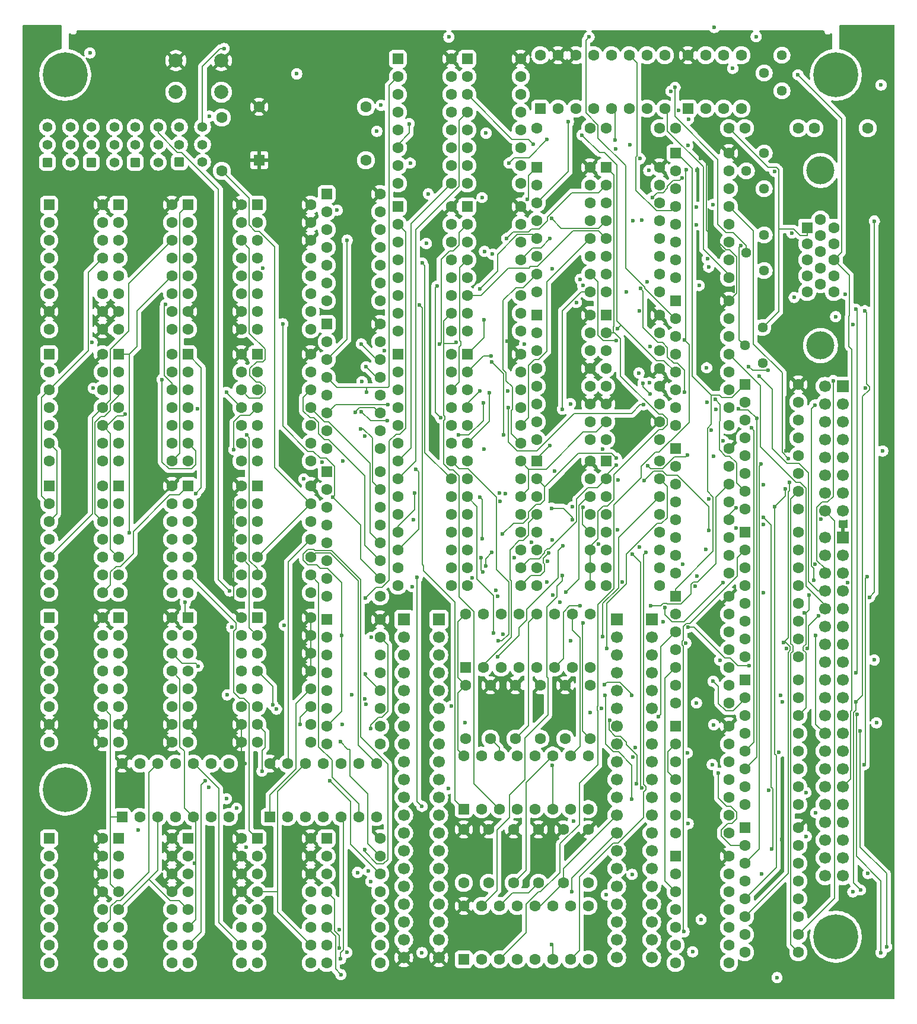
<source format=gbr>
%TF.GenerationSoftware,KiCad,Pcbnew,9.0.6*%
%TF.CreationDate,2025-12-26T02:04:48+08:00*%
%TF.ProjectId,vga_video_card,7667615f-7669-4646-956f-5f636172642e,rev?*%
%TF.SameCoordinates,Original*%
%TF.FileFunction,Copper,L4,Bot*%
%TF.FilePolarity,Positive*%
%FSLAX46Y46*%
G04 Gerber Fmt 4.6, Leading zero omitted, Abs format (unit mm)*
G04 Created by KiCad (PCBNEW 9.0.6) date 2025-12-26 02:04:48*
%MOMM*%
%LPD*%
G01*
G04 APERTURE LIST*
G04 Aperture macros list*
%AMRoundRect*
0 Rectangle with rounded corners*
0 $1 Rounding radius*
0 $2 $3 $4 $5 $6 $7 $8 $9 X,Y pos of 4 corners*
0 Add a 4 corners polygon primitive as box body*
4,1,4,$2,$3,$4,$5,$6,$7,$8,$9,$2,$3,0*
0 Add four circle primitives for the rounded corners*
1,1,$1+$1,$2,$3*
1,1,$1+$1,$4,$5*
1,1,$1+$1,$6,$7*
1,1,$1+$1,$8,$9*
0 Add four rect primitives between the rounded corners*
20,1,$1+$1,$2,$3,$4,$5,0*
20,1,$1+$1,$4,$5,$6,$7,0*
20,1,$1+$1,$6,$7,$8,$9,0*
20,1,$1+$1,$8,$9,$2,$3,0*%
G04 Aperture macros list end*
%TA.AperFunction,ComponentPad*%
%ADD10C,1.600000*%
%TD*%
%TA.AperFunction,ComponentPad*%
%ADD11RoundRect,0.250000X0.550000X-0.550000X0.550000X0.550000X-0.550000X0.550000X-0.550000X-0.550000X0*%
%TD*%
%TA.AperFunction,ComponentPad*%
%ADD12RoundRect,0.250000X-0.550000X-0.550000X0.550000X-0.550000X0.550000X0.550000X-0.550000X0.550000X0*%
%TD*%
%TA.AperFunction,ComponentPad*%
%ADD13C,1.700000*%
%TD*%
%TA.AperFunction,ComponentPad*%
%ADD14R,1.700000X1.700000*%
%TD*%
%TA.AperFunction,ComponentPad*%
%ADD15R,1.600000X1.600000*%
%TD*%
%TA.AperFunction,ComponentPad*%
%ADD16RoundRect,0.250000X0.450000X-0.450000X0.450000X0.450000X-0.450000X0.450000X-0.450000X-0.450000X0*%
%TD*%
%TA.AperFunction,ComponentPad*%
%ADD17C,1.400000*%
%TD*%
%TA.AperFunction,ComponentPad*%
%ADD18C,1.440000*%
%TD*%
%TA.AperFunction,ComponentPad*%
%ADD19C,0.800000*%
%TD*%
%TA.AperFunction,ComponentPad*%
%ADD20C,6.400000*%
%TD*%
%TA.AperFunction,ComponentPad*%
%ADD21C,2.000000*%
%TD*%
%TA.AperFunction,ComponentPad*%
%ADD22C,4.000000*%
%TD*%
%TA.AperFunction,ViaPad*%
%ADD23C,0.600000*%
%TD*%
%TA.AperFunction,Conductor*%
%ADD24C,0.200000*%
%TD*%
G04 APERTURE END LIST*
D10*
%TO.P,R10,2*%
%TO.N,+5V*%
X88138000Y-109728000D03*
%TO.P,R10,1*%
%TO.N,/RAM_module/ext_graphics_rclk*%
X88138000Y-117348000D03*
%TD*%
%TO.P,R2,1*%
%TO.N,/RAM_module/ext_graphics_rclk*%
X80772000Y-137922000D03*
%TO.P,R2,2*%
%TO.N,+5V*%
X80772000Y-130302000D03*
%TD*%
D11*
%TO.P,U33,1,QB*%
%TO.N,/RAM_module/RAM_bus_mux/w_addr1*%
X80772000Y-127396000D03*
D10*
%TO.P,U33,2,QC*%
%TO.N,/RAM_module/RAM_bus_mux/w_addr2*%
X83312000Y-127396000D03*
%TO.P,U33,3,QD*%
%TO.N,/RAM_module/RAM_bus_mux/w_addr3*%
X85852000Y-127396000D03*
%TO.P,U33,4,QE*%
%TO.N,/RAM_module/RAM_bus_mux/w_addr4*%
X88392000Y-127396000D03*
%TO.P,U33,5,QF*%
%TO.N,/RAM_module/RAM_bus_mux/w_addr5*%
X90932000Y-127396000D03*
%TO.P,U33,6,QG*%
%TO.N,/RAM_module/RAM_bus_mux/w_addr6*%
X93472000Y-127396000D03*
%TO.P,U33,7,QH*%
%TO.N,/RAM_module/RAM_bus_mux/w_addr7*%
X96012000Y-127396000D03*
%TO.P,U33,8,GND*%
%TO.N,GND*%
X98552000Y-127396000D03*
%TO.P,U33,9,QH'*%
%TO.N,unconnected-(U33-QH&apos;-Pad9)*%
X98552000Y-119776000D03*
%TO.P,U33,10,~{SRCLR}*%
%TO.N,/RAM_module/ext_graphics_source/data_~{srclr}*%
X96012000Y-119776000D03*
%TO.P,U33,11,SRCLK*%
%TO.N,/RAM_module/ext_graphics_source/data_srclk*%
X93472000Y-119776000D03*
%TO.P,U33,12,RCLK*%
%TO.N,/RAM_module/ext_graphics_rclk*%
X90932000Y-119776000D03*
%TO.P,U33,13,~{OE}*%
%TO.N,GND*%
X88392000Y-119776000D03*
%TO.P,U33,14,SER*%
%TO.N,/RAM_module/ext_graphics_source/i_addr_ser*%
X85852000Y-119776000D03*
%TO.P,U33,15,QA*%
%TO.N,/RAM_module/RAM_bus_mux/w_addr0*%
X83312000Y-119776000D03*
%TO.P,U33,16,VCC*%
%TO.N,+5V*%
X80772000Y-119776000D03*
%TD*%
%TO.P,U12,14,VCC*%
%TO.N,+5V*%
X58928000Y-81280000D03*
%TO.P,U12,13*%
%TO.N,/mrst*%
X58928000Y-83820000D03*
%TO.P,U12,12*%
%TO.N,/eo_frame*%
X58928000Y-86360000D03*
%TO.P,U12,11*%
%TO.N,/vertical_counter/rst*%
X58928000Y-88900000D03*
%TO.P,U12,10*%
%TO.N,/vertical_counter/eo_syncp_605*%
X58928000Y-91440000D03*
%TO.P,U12,9*%
%TO.N,/vertical_counter/eo_fporch_601*%
X58928000Y-93980000D03*
%TO.P,U12,8*%
%TO.N,Net-(U24A-J)*%
X58928000Y-96520000D03*
%TO.P,U12,7,GND*%
%TO.N,GND*%
X51308000Y-96520000D03*
%TO.P,U12,6*%
%TO.N,/horizontal_counter/rst*%
X51308000Y-93980000D03*
%TO.P,U12,5*%
%TO.N,/mrst*%
X51308000Y-91440000D03*
%TO.P,U12,4*%
%TO.N,/eo_line*%
X51308000Y-88900000D03*
%TO.P,U12,3*%
%TO.N,Net-(U11A-J)*%
X51308000Y-86360000D03*
%TO.P,U12,2*%
%TO.N,/horizontal_counter/eo_syncp_242*%
X51308000Y-83820000D03*
D12*
%TO.P,U12,1*%
%TO.N,/horizontal_counter/eo_fporch_210*%
X51308000Y-81280000D03*
%TD*%
D10*
%TO.P,U3,16,VCC*%
%TO.N,+5V*%
X49022000Y-41148000D03*
%TO.P,U3,15,TC*%
%TO.N,unconnected-(U3-TC-Pad15)*%
X49022000Y-43688000D03*
%TO.P,U3,14,Q0*%
%TO.N,/horizontal_counter/bit_8*%
X49022000Y-46228000D03*
%TO.P,U3,13,Q1*%
%TO.N,unconnected-(U3-Q1-Pad13)*%
X49022000Y-48768000D03*
%TO.P,U3,12,Q2*%
%TO.N,unconnected-(U3-Q2-Pad12)*%
X49022000Y-51308000D03*
%TO.P,U3,11,Q3*%
%TO.N,unconnected-(U3-Q3-Pad11)*%
X49022000Y-53848000D03*
%TO.P,U3,10,CET*%
%TO.N,+5V*%
X49022000Y-56388000D03*
%TO.P,U3,9,~{PE}*%
X49022000Y-58928000D03*
%TO.P,U3,8,GND*%
%TO.N,GND*%
X41402000Y-58928000D03*
%TO.P,U3,7,CEP*%
%TO.N,+5V*%
X41402000Y-56388000D03*
%TO.P,U3,6,D3*%
%TO.N,GND*%
X41402000Y-53848000D03*
%TO.P,U3,5,D2*%
X41402000Y-51308000D03*
%TO.P,U3,4,D1*%
X41402000Y-48768000D03*
%TO.P,U3,3,D0*%
X41402000Y-46228000D03*
%TO.P,U3,2,CP*%
%TO.N,Net-(U2-TC)*%
X41402000Y-43688000D03*
D12*
%TO.P,U3,1,~{MR}*%
%TO.N,/horizontal_counter/~{rst}*%
X41402000Y-41148000D03*
%TD*%
D10*
%TO.P,U2,16,VCC*%
%TO.N,+5V*%
X39116000Y-41148000D03*
%TO.P,U2,15,TC*%
%TO.N,Net-(U2-TC)*%
X39116000Y-43688000D03*
%TO.P,U2,14,Q0*%
%TO.N,/horizontal_counter/bit_4*%
X39116000Y-46228000D03*
%TO.P,U2,13,Q1*%
%TO.N,/horizontal_counter/bit_5*%
X39116000Y-48768000D03*
%TO.P,U2,12,Q2*%
%TO.N,/horizontal_counter/bit_6*%
X39116000Y-51308000D03*
%TO.P,U2,11,Q3*%
%TO.N,/horizontal_counter/bit_7*%
X39116000Y-53848000D03*
%TO.P,U2,10,CET*%
%TO.N,+5V*%
X39116000Y-56388000D03*
%TO.P,U2,9,~{PE}*%
X39116000Y-58928000D03*
%TO.P,U2,8,GND*%
%TO.N,GND*%
X31496000Y-58928000D03*
%TO.P,U2,7,CEP*%
%TO.N,+5V*%
X31496000Y-56388000D03*
%TO.P,U2,6,D3*%
%TO.N,GND*%
X31496000Y-53848000D03*
%TO.P,U2,5,D2*%
X31496000Y-51308000D03*
%TO.P,U2,4,D1*%
X31496000Y-48768000D03*
%TO.P,U2,3,D0*%
X31496000Y-46228000D03*
%TO.P,U2,2,CP*%
%TO.N,Net-(U1-TC)*%
X31496000Y-43688000D03*
D12*
%TO.P,U2,1,~{MR}*%
%TO.N,/horizontal_counter/~{rst}*%
X31496000Y-41148000D03*
%TD*%
D10*
%TO.P,U9,14,VCC*%
%TO.N,+5V*%
X39121000Y-81280000D03*
%TO.P,U9,13*%
%TO.N,N/C*%
X39121000Y-83820000D03*
%TO.P,U9,12*%
%TO.N,/horizontal_counter/bit_7*%
X39121000Y-86360000D03*
%TO.P,U9,11*%
%TO.N,/horizontal_counter/bit_6*%
X39121000Y-88900000D03*
%TO.P,U9,10*%
%TO.N,N/C*%
X39121000Y-91440000D03*
%TO.P,U9,9*%
X39121000Y-93980000D03*
%TO.P,U9,8*%
%TO.N,Net-(U5-Pad13)*%
X39121000Y-96520000D03*
%TO.P,U9,7,GND*%
%TO.N,GND*%
X31501000Y-96520000D03*
%TO.P,U9,6*%
%TO.N,/horizontal_counter/~{bit_5}*%
X31501000Y-93980000D03*
%TO.P,U9,5*%
%TO.N,/horizontal_counter/~{bit_4}*%
X31501000Y-91440000D03*
%TO.P,U9,4*%
%TO.N,/horizontal_counter/bit_3*%
X31501000Y-88900000D03*
%TO.P,U9,3*%
%TO.N,/horizontal_counter/~{bit_2}*%
X31501000Y-86360000D03*
%TO.P,U9,2*%
%TO.N,/horizontal_counter/~{bit_1}*%
X31501000Y-83820000D03*
D12*
%TO.P,U9,1*%
%TO.N,/horizontal_counter/~{bit_0}*%
X31501000Y-81280000D03*
%TD*%
D10*
%TO.P,U1,16,VCC*%
%TO.N,+5V*%
X29210000Y-41148000D03*
%TO.P,U1,15,TC*%
%TO.N,Net-(U1-TC)*%
X29210000Y-43688000D03*
%TO.P,U1,14,Q0*%
%TO.N,/horizontal_counter/bit_0*%
X29210000Y-46228000D03*
%TO.P,U1,13,Q1*%
%TO.N,/horizontal_counter/bit_1*%
X29210000Y-48768000D03*
%TO.P,U1,12,Q2*%
%TO.N,/horizontal_counter/bit_2*%
X29210000Y-51308000D03*
%TO.P,U1,11,Q3*%
%TO.N,/horizontal_counter/bit_3*%
X29210000Y-53848000D03*
%TO.P,U1,10,CET*%
%TO.N,+5V*%
X29210000Y-56388000D03*
%TO.P,U1,9,~{PE}*%
X29210000Y-58928000D03*
%TO.P,U1,8,GND*%
%TO.N,GND*%
X21590000Y-58928000D03*
%TO.P,U1,7,CEP*%
%TO.N,+5V*%
X21590000Y-56388000D03*
%TO.P,U1,6,D3*%
%TO.N,GND*%
X21590000Y-53848000D03*
%TO.P,U1,5,D2*%
X21590000Y-51308000D03*
%TO.P,U1,4,D1*%
X21590000Y-48768000D03*
%TO.P,U1,3,D0*%
X21590000Y-46228000D03*
%TO.P,U1,2,CP*%
%TO.N,/horizontal_counter/CLK*%
X21590000Y-43688000D03*
D12*
%TO.P,U1,1,~{MR}*%
%TO.N,/horizontal_counter/~{rst}*%
X21590000Y-41148000D03*
%TD*%
D13*
%TO.P,J6,40,Pin_40*%
%TO.N,unconnected-(J6-Pin_40-Pad40)*%
X132334000Y-136906000D03*
%TO.P,J6,39,Pin_39*%
%TO.N,/RAM1_~{WE}*%
X134874000Y-136906000D03*
%TO.P,J6,38,Pin_38*%
%TO.N,unconnected-(J6-Pin_38-Pad38)*%
X132334000Y-134366000D03*
%TO.P,J6,37,Pin_37*%
%TO.N,/RAM1_~{CE}*%
X134874000Y-134366000D03*
%TO.P,J6,36,Pin_36*%
%TO.N,/ext_clk*%
X132334000Y-131826000D03*
%TO.P,J6,35,Pin_35*%
%TO.N,/RAM0_~{WE}*%
X134874000Y-131826000D03*
%TO.P,J6,34,Pin_34*%
%TO.N,/writing_RAM*%
X132334000Y-129286000D03*
%TO.P,J6,33,Pin_33*%
%TO.N,/RAM0_~{CE}*%
X134874000Y-129286000D03*
%TO.P,J6,32,Pin_32*%
%TO.N,/int_brightness*%
X132334000Y-126746000D03*
%TO.P,J6,31,Pin_31*%
%TO.N,/v_sync*%
X134874000Y-126746000D03*
%TO.P,J6,30,Pin_30*%
%TO.N,/ext_B*%
X132334000Y-124206000D03*
%TO.P,J6,29,Pin_29*%
%TO.N,/h_sync*%
X134874000Y-124206000D03*
%TO.P,J6,28,Pin_28*%
%TO.N,/ext_G*%
X132334000Y-121666000D03*
%TO.P,J6,27,Pin_27*%
%TO.N,/VGA_B*%
X134874000Y-121666000D03*
%TO.P,J6,26,Pin_26*%
%TO.N,/ext_R*%
X132334000Y-119126000D03*
%TO.P,J6,25,Pin_25*%
%TO.N,/VGA_G*%
X134874000Y-119126000D03*
%TO.P,J6,24,Pin_24*%
%TO.N,/is_vis_area*%
X132334000Y-116586000D03*
%TO.P,J6,23,Pin_23*%
%TO.N,/VGA_R*%
X134874000Y-116586000D03*
%TO.P,J6,22,Pin_22*%
%TO.N,/is_v_vis_area*%
X132334000Y-114046000D03*
%TO.P,J6,21,Pin_21*%
%TO.N,/eo_frame*%
X134874000Y-114046000D03*
%TO.P,J6,20,Pin_20*%
%TO.N,/is_h_vis_area*%
X132334000Y-111506000D03*
%TO.P,J6,19,Pin_19*%
%TO.N,/eo_line*%
X134874000Y-111506000D03*
%TO.P,J6,18,Pin_18*%
%TO.N,/RAM_module/r_j_addr7*%
X132334000Y-108966000D03*
%TO.P,J6,17,Pin_17*%
%TO.N,/RAM_module/r_i_addr7*%
X134874000Y-108966000D03*
%TO.P,J6,16,Pin_16*%
%TO.N,/RAM_module/r_j_addr6*%
X132334000Y-106426000D03*
%TO.P,J6,15,Pin_15*%
%TO.N,/RAM_module/r_i_addr6*%
X134874000Y-106426000D03*
%TO.P,J6,14,Pin_14*%
%TO.N,/RAM_module/r_j_addr5*%
X132334000Y-103886000D03*
%TO.P,J6,13,Pin_13*%
%TO.N,/RAM_module/r_i_addr5*%
X134874000Y-103886000D03*
%TO.P,J6,12,Pin_12*%
%TO.N,/RAM_module/r_j_addr4*%
X132334000Y-101346000D03*
%TO.P,J6,11,Pin_11*%
%TO.N,/RAM_module/r_i_addr4*%
X134874000Y-101346000D03*
%TO.P,J6,10,Pin_10*%
%TO.N,/RAM_module/r_j_addr3*%
X132334000Y-98806000D03*
%TO.P,J6,9,Pin_9*%
%TO.N,/RAM_module/r_i_addr3*%
X134874000Y-98806000D03*
%TO.P,J6,8,Pin_8*%
%TO.N,/RAM_module/r_j_addr2*%
X132334000Y-96266000D03*
%TO.P,J6,7,Pin_7*%
%TO.N,/RAM_module/r_i_addr2*%
X134874000Y-96266000D03*
%TO.P,J6,6,Pin_6*%
%TO.N,/RAM_module/r_j_addr1*%
X132334000Y-93726000D03*
%TO.P,J6,5,Pin_5*%
%TO.N,/RAM_module/r_i_addr1*%
X134874000Y-93726000D03*
%TO.P,J6,4,Pin_4*%
%TO.N,/RAM_module/r_j_addr0*%
X132334000Y-91186000D03*
%TO.P,J6,3,Pin_3*%
%TO.N,/RAM_module/r_i_addr0*%
X134874000Y-91186000D03*
%TO.P,J6,2,Pin_2*%
%TO.N,GND*%
X132334000Y-88646000D03*
D14*
%TO.P,J6,1,Pin_1*%
%TO.N,+5V*%
X134874000Y-88646000D03*
%TD*%
D12*
%TO.P,U47,1,S*%
%TO.N,/RAM_module/r_j_addr0*%
X81280000Y-20320000D03*
D10*
%TO.P,U47,2,I0a*%
%TO.N,/RAM_module/r_j_addr5*%
X81280000Y-22860000D03*
%TO.P,U47,3,I1a*%
%TO.N,/RAM_module/RAM_bus_mux/w_addr12*%
X81280000Y-25400000D03*
%TO.P,U47,4,Za*%
%TO.N,/RAM_module/RAM0_a12*%
X81280000Y-27940000D03*
%TO.P,U47,5,I0b*%
%TO.N,/RAM_module/r_j_addr6*%
X81280000Y-30480000D03*
%TO.P,U47,6,I1b*%
%TO.N,/RAM_module/RAM_bus_mux/w_addr13*%
X81280000Y-33020000D03*
%TO.P,U47,7,Zb*%
%TO.N,/RAM_module/RAM0_a13*%
X81280000Y-35560000D03*
%TO.P,U47,8,GND*%
%TO.N,GND*%
X81280000Y-38100000D03*
%TO.P,U47,9,Zd*%
%TO.N,unconnected-(U47-Zd-Pad9)*%
X88900000Y-38100000D03*
%TO.P,U47,10,I1d*%
%TO.N,unconnected-(U47-I1d-Pad10)*%
X88900000Y-35560000D03*
%TO.P,U47,11,I0d*%
%TO.N,unconnected-(U47-I0d-Pad11)*%
X88900000Y-33020000D03*
%TO.P,U47,12,Zc*%
%TO.N,/RAM_module/RAM0_a14*%
X88900000Y-30480000D03*
%TO.P,U47,13,I1c*%
%TO.N,/RAM_module/RAM_bus_mux/w_addr14*%
X88900000Y-27940000D03*
%TO.P,U47,14,I0c*%
%TO.N,/RAM_module/r_j_addr7*%
X88900000Y-25400000D03*
%TO.P,U47,15,OE*%
%TO.N,GND*%
X88900000Y-22860000D03*
%TO.P,U47,16,VCC*%
%TO.N,+5V*%
X88900000Y-20320000D03*
%TD*%
D15*
%TO.P,Y1,1,EN*%
%TO.N,+5V*%
X51562000Y-34798000D03*
D10*
%TO.P,Y1,7,GND*%
%TO.N,GND*%
X66802000Y-34798000D03*
%TO.P,Y1,8,OUT*%
%TO.N,Net-(Y1-OUT)*%
X66802000Y-27178000D03*
%TO.P,Y1,14,Vcc*%
%TO.N,+5V*%
X51562000Y-27178000D03*
%TD*%
D12*
%TO.P,U14,1,Oe1*%
%TO.N,GND*%
X61214000Y-79248000D03*
D10*
%TO.P,U14,2,Oe2*%
X61214000Y-81788000D03*
%TO.P,U14,3,Q0*%
%TO.N,/RAM_module/r_j_addr4*%
X61214000Y-84328000D03*
%TO.P,U14,4,Q1*%
%TO.N,/RAM_module/r_j_addr5*%
X61214000Y-86868000D03*
%TO.P,U14,5,Q2*%
%TO.N,/RAM_module/r_j_addr6*%
X61214000Y-89408000D03*
%TO.P,U14,6,Q3*%
%TO.N,/RAM_module/r_j_addr7*%
X61214000Y-91948000D03*
%TO.P,U14,7,Cp*%
%TO.N,/horizontal_counter/CLK*%
X61214000Y-94488000D03*
%TO.P,U14,8,GND*%
%TO.N,GND*%
X61214000Y-97028000D03*
%TO.P,U14,9,E1*%
%TO.N,/horizontal_counter/~{is_h_vis_area}*%
X68834000Y-97028000D03*
%TO.P,U14,10,E2*%
X68834000Y-94488000D03*
%TO.P,U14,11,D3*%
%TO.N,/horizontal_counter/bit_7*%
X68834000Y-91948000D03*
%TO.P,U14,12,D2*%
%TO.N,/horizontal_counter/bit_6*%
X68834000Y-89408000D03*
%TO.P,U14,13,D1*%
%TO.N,/horizontal_counter/bit_5*%
X68834000Y-86868000D03*
%TO.P,U14,14,D0*%
%TO.N,/horizontal_counter/bit_4*%
X68834000Y-84328000D03*
%TO.P,U14,15,Mr*%
%TO.N,/horizontal_counter/rst*%
X68834000Y-81788000D03*
%TO.P,U14,16,VCC*%
%TO.N,+5V*%
X68834000Y-79248000D03*
%TD*%
D16*
%TO.P,SW3,1,A*%
%TO.N,/int_brightness*%
X27603000Y-35092000D03*
D17*
%TO.P,SW3,2,B*%
%TO.N,Net-(RV3-Pad2)*%
X27603000Y-32592000D03*
%TO.P,SW3,3,C*%
%TO.N,/ext_G*%
X27603000Y-30092000D03*
%TO.P,SW3,4,A*%
X30903000Y-30092000D03*
%TO.P,SW3,5,B*%
%TO.N,Net-(RV3-Pad2)*%
X30903000Y-32592000D03*
%TO.P,SW3,6,C*%
%TO.N,/int_brightness*%
X30903000Y-35092000D03*
%TD*%
D12*
%TO.P,U44,1,S*%
%TO.N,/RAM_module/r_j_addr0*%
X71374000Y-41402000D03*
D10*
%TO.P,U44,2,I0a*%
%TO.N,/RAM_module/r_i_addr0*%
X71374000Y-43942000D03*
%TO.P,U44,3,I1a*%
%TO.N,/RAM_module/RAM_bus_mux/w_addr0*%
X71374000Y-46482000D03*
%TO.P,U44,4,Za*%
%TO.N,/RAM_module/RAM0_a0*%
X71374000Y-49022000D03*
%TO.P,U44,5,I0b*%
%TO.N,/RAM_module/r_i_addr1*%
X71374000Y-51562000D03*
%TO.P,U44,6,I1b*%
%TO.N,/RAM_module/RAM_bus_mux/w_addr1*%
X71374000Y-54102000D03*
%TO.P,U44,7,Zb*%
%TO.N,/RAM_module/RAM0_a1*%
X71374000Y-56642000D03*
%TO.P,U44,8,GND*%
%TO.N,GND*%
X71374000Y-59182000D03*
%TO.P,U44,9,Zd*%
%TO.N,/RAM_module/RAM0_a3*%
X78994000Y-59182000D03*
%TO.P,U44,10,I1d*%
%TO.N,/RAM_module/RAM_bus_mux/w_addr3*%
X78994000Y-56642000D03*
%TO.P,U44,11,I0d*%
%TO.N,/RAM_module/r_i_addr3*%
X78994000Y-54102000D03*
%TO.P,U44,12,Zc*%
%TO.N,/RAM_module/RAM0_a2*%
X78994000Y-51562000D03*
%TO.P,U44,13,I1c*%
%TO.N,/RAM_module/RAM_bus_mux/w_addr2*%
X78994000Y-49022000D03*
%TO.P,U44,14,I0c*%
%TO.N,/RAM_module/r_i_addr2*%
X78994000Y-46482000D03*
%TO.P,U44,15,OE*%
%TO.N,GND*%
X78994000Y-43942000D03*
%TO.P,U44,16,VCC*%
%TO.N,+5V*%
X78994000Y-41402000D03*
%TD*%
D12*
%TO.P,U45,1,S*%
%TO.N,/RAM_module/r_j_addr0*%
X81280000Y-41402000D03*
D10*
%TO.P,U45,2,I0a*%
%TO.N,/RAM_module/r_i_addr4*%
X81280000Y-43942000D03*
%TO.P,U45,3,I1a*%
%TO.N,/RAM_module/RAM_bus_mux/w_addr4*%
X81280000Y-46482000D03*
%TO.P,U45,4,Za*%
%TO.N,/RAM_module/RAM0_a4*%
X81280000Y-49022000D03*
%TO.P,U45,5,I0b*%
%TO.N,/RAM_module/r_i_addr5*%
X81280000Y-51562000D03*
%TO.P,U45,6,I1b*%
%TO.N,/RAM_module/RAM_bus_mux/w_addr5*%
X81280000Y-54102000D03*
%TO.P,U45,7,Zb*%
%TO.N,/RAM_module/RAM0_a5*%
X81280000Y-56642000D03*
%TO.P,U45,8,GND*%
%TO.N,GND*%
X81280000Y-59182000D03*
%TO.P,U45,9,Zd*%
%TO.N,/RAM_module/RAM0_a7*%
X88900000Y-59182000D03*
%TO.P,U45,10,I1d*%
%TO.N,/RAM_module/RAM_bus_mux/w_addr7*%
X88900000Y-56642000D03*
%TO.P,U45,11,I0d*%
%TO.N,/RAM_module/r_i_addr7*%
X88900000Y-54102000D03*
%TO.P,U45,12,Zc*%
%TO.N,/RAM_module/RAM0_a6*%
X88900000Y-51562000D03*
%TO.P,U45,13,I1c*%
%TO.N,/RAM_module/RAM_bus_mux/w_addr6*%
X88900000Y-49022000D03*
%TO.P,U45,14,I0c*%
%TO.N,/RAM_module/r_i_addr6*%
X88900000Y-46482000D03*
%TO.P,U45,15,OE*%
%TO.N,GND*%
X88900000Y-43942000D03*
%TO.P,U45,16,VCC*%
%TO.N,+5V*%
X88900000Y-41402000D03*
%TD*%
D11*
%TO.P,U18,1*%
%TO.N,/vertical_counter/bit_3*%
X32004000Y-128519000D03*
D10*
%TO.P,U18,2*%
%TO.N,/vertical_counter/~{bit_3}*%
X34544000Y-128519000D03*
%TO.P,U18,3*%
%TO.N,/vertical_counter/bit_4*%
X37084000Y-128519000D03*
%TO.P,U18,4*%
%TO.N,/vertical_counter/~{bit_4}*%
X39624000Y-128519000D03*
%TO.P,U18,5*%
%TO.N,/vertical_counter/bit_5*%
X42164000Y-128519000D03*
%TO.P,U18,6*%
%TO.N,/vertical_counter/~{bit_5}*%
X44704000Y-128519000D03*
%TO.P,U18,7,GND*%
%TO.N,GND*%
X47244000Y-128519000D03*
%TO.P,U18,8*%
%TO.N,/vertical_counter/~{bit_6}*%
X47244000Y-120899000D03*
%TO.P,U18,9*%
%TO.N,/vertical_counter/bit_6*%
X44704000Y-120899000D03*
%TO.P,U18,10*%
%TO.N,/vertical_counter/~{bit_7}*%
X42164000Y-120899000D03*
%TO.P,U18,11*%
%TO.N,/vertical_counter/bit_7*%
X39624000Y-120899000D03*
%TO.P,U18,12*%
%TO.N,/vertical_counter/~{bit_8}*%
X37084000Y-120899000D03*
%TO.P,U18,13*%
%TO.N,/vertical_counter/bit_8*%
X34544000Y-120899000D03*
%TO.P,U18,14,VCC*%
%TO.N,+5V*%
X32004000Y-120899000D03*
%TD*%
D12*
%TO.P,U46,1,S*%
%TO.N,/RAM_module/r_j_addr0*%
X71374000Y-20320000D03*
D10*
%TO.P,U46,2,I0a*%
%TO.N,/RAM_module/r_j_addr1*%
X71374000Y-22860000D03*
%TO.P,U46,3,I1a*%
%TO.N,/RAM_module/RAM_bus_mux/w_addr8*%
X71374000Y-25400000D03*
%TO.P,U46,4,Za*%
%TO.N,/RAM_module/RAM0_a8*%
X71374000Y-27940000D03*
%TO.P,U46,5,I0b*%
%TO.N,/RAM_module/r_j_addr2*%
X71374000Y-30480000D03*
%TO.P,U46,6,I1b*%
%TO.N,/RAM_module/RAM_bus_mux/w_addr9*%
X71374000Y-33020000D03*
%TO.P,U46,7,Zb*%
%TO.N,/RAM_module/RAM0_a9*%
X71374000Y-35560000D03*
%TO.P,U46,8,GND*%
%TO.N,GND*%
X71374000Y-38100000D03*
%TO.P,U46,9,Zd*%
%TO.N,/RAM_module/RAM0_a11*%
X78994000Y-38100000D03*
%TO.P,U46,10,I1d*%
%TO.N,/RAM_module/RAM_bus_mux/w_addr11*%
X78994000Y-35560000D03*
%TO.P,U46,11,I0d*%
%TO.N,/RAM_module/r_j_addr4*%
X78994000Y-33020000D03*
%TO.P,U46,12,Zc*%
%TO.N,/RAM_module/RAM0_a10*%
X78994000Y-30480000D03*
%TO.P,U46,13,I1c*%
%TO.N,/RAM_module/RAM_bus_mux/w_addr10*%
X78994000Y-27940000D03*
%TO.P,U46,14,I0c*%
%TO.N,/RAM_module/r_j_addr3*%
X78994000Y-25400000D03*
%TO.P,U46,15,OE*%
%TO.N,GND*%
X78994000Y-22860000D03*
%TO.P,U46,16,VCC*%
%TO.N,+5V*%
X78994000Y-20320000D03*
%TD*%
%TO.P,R17,1*%
%TO.N,/VGA_G*%
X128524000Y-30226000D03*
%TO.P,R17,2*%
%TO.N,GND*%
X120904000Y-30226000D03*
%TD*%
D12*
%TO.P,U54,1,Y1*%
%TO.N,/RAM_module/RAM0_d7*%
X110998000Y-75946000D03*
D10*
%TO.P,U54,2,Y0*%
%TO.N,/RAM_module/RAM1_d7*%
X110998000Y-78486000D03*
%TO.P,U54,3,Z1*%
%TO.N,unconnected-(U54-Z1-Pad3)*%
X110998000Y-81026000D03*
%TO.P,U54,4,Z*%
%TO.N,unconnected-(U54-Z-Pad4)*%
X110998000Y-83566000D03*
%TO.P,U54,5,Z0*%
%TO.N,unconnected-(U54-Z0-Pad5)*%
X110998000Y-86106000D03*
%TO.P,U54,6,Inh*%
%TO.N,GND*%
X110998000Y-88646000D03*
%TO.P,U54,7,VEE*%
X110998000Y-91186000D03*
%TO.P,U54,8,VSS*%
X110998000Y-93726000D03*
%TO.P,U54,9,C*%
%TO.N,/RAM_module/r_j_addr0*%
X118618000Y-93726000D03*
%TO.P,U54,10,B*%
X118618000Y-91186000D03*
%TO.P,U54,11,A*%
X118618000Y-88646000D03*
%TO.P,U54,12,X0*%
%TO.N,/RAM_module/RAM1_d6*%
X118618000Y-86106000D03*
%TO.P,U54,13,X1*%
%TO.N,/RAM_module/RAM0_d6*%
X118618000Y-83566000D03*
%TO.P,U54,14,X*%
%TO.N,/RAM_module/RAM_bus_mux/w_data6*%
X118618000Y-81026000D03*
%TO.P,U54,15,Y*%
%TO.N,/RAM_module/RAM_bus_mux/w_data7*%
X118618000Y-78486000D03*
%TO.P,U54,16,VDD*%
%TO.N,+5V*%
X118618000Y-75946000D03*
%TD*%
D12*
%TO.P,U31,1,A5*%
%TO.N,/RAM_module/RAM1_a5*%
X81280000Y-62484000D03*
D10*
%TO.P,U31,2,A6*%
%TO.N,/RAM_module/RAM1_a6*%
X81280000Y-65024000D03*
%TO.P,U31,3,A7*%
%TO.N,/RAM_module/RAM1_a7*%
X81280000Y-67564000D03*
%TO.P,U31,4,A8*%
%TO.N,/RAM_module/RAM1_a8*%
X81280000Y-70104000D03*
%TO.P,U31,5,A9*%
%TO.N,/RAM_module/RAM1_a9*%
X81280000Y-72644000D03*
%TO.P,U31,6,A10*%
%TO.N,/RAM_module/RAM1_a10*%
X81280000Y-75184000D03*
%TO.P,U31,7,A11*%
%TO.N,/RAM_module/RAM1_a11*%
X81280000Y-77724000D03*
%TO.P,U31,8,A12*%
%TO.N,/RAM_module/RAM1_a12*%
X81280000Y-80264000D03*
%TO.P,U31,9,A13*%
%TO.N,/RAM_module/RAM1_a13*%
X81280000Y-82804000D03*
%TO.P,U31,10,A14*%
%TO.N,/RAM_module/RAM1_a14*%
X81280000Y-85344000D03*
%TO.P,U31,11,D0*%
%TO.N,/RAM_module/RAM1_d0*%
X81280000Y-87884000D03*
%TO.P,U31,12,D1*%
%TO.N,/RAM_module/RAM1_d1*%
X81280000Y-90424000D03*
%TO.P,U31,13,D2*%
%TO.N,/RAM_module/RAM1_d2*%
X81280000Y-92964000D03*
%TO.P,U31,14,GND*%
%TO.N,GND*%
X81280000Y-95504000D03*
%TO.P,U31,15,D3*%
%TO.N,/RAM_module/RAM1_d3*%
X88900000Y-95504000D03*
%TO.P,U31,16,D4*%
%TO.N,/RAM_module/RAM1_d4*%
X88900000Y-92964000D03*
%TO.P,U31,17,D5*%
%TO.N,/RAM_module/RAM1_d5*%
X88900000Y-90424000D03*
%TO.P,U31,18,D6*%
%TO.N,/RAM_module/RAM1_d6*%
X88900000Y-87884000D03*
%TO.P,U31,19,D7*%
%TO.N,/RAM_module/RAM1_d7*%
X88900000Y-85344000D03*
%TO.P,U31,20,~{CE}*%
%TO.N,/RAM1_~{CE}*%
X88900000Y-82804000D03*
%TO.P,U31,21,A0*%
%TO.N,/RAM_module/RAM1_a0*%
X88900000Y-80264000D03*
%TO.P,U31,22,~{OE}*%
%TO.N,/RAM1_~{CE}*%
X88900000Y-77724000D03*
%TO.P,U31,23,A1*%
%TO.N,/RAM_module/RAM1_a1*%
X88900000Y-75184000D03*
%TO.P,U31,24,A2*%
%TO.N,/RAM_module/RAM1_a2*%
X88900000Y-72644000D03*
%TO.P,U31,25,A3*%
%TO.N,/RAM_module/RAM1_a3*%
X88900000Y-70104000D03*
%TO.P,U31,26,A4*%
%TO.N,/RAM_module/RAM1_a4*%
X88900000Y-67564000D03*
%TO.P,U31,27,~{WE}*%
%TO.N,/RAM1_~{WE}*%
X88900000Y-65024000D03*
%TO.P,U31,28,VCC*%
%TO.N,+5V*%
X88900000Y-62484000D03*
%TD*%
D12*
%TO.P,U29,1,OEa*%
%TO.N,GND*%
X101092000Y-56896000D03*
D10*
%TO.P,U29,2,A1*%
%TO.N,/RAM_module/r_j_addr0*%
X101092000Y-59436000D03*
%TO.P,U29,3,I3a*%
%TO.N,GND*%
X101092000Y-61976000D03*
%TO.P,U29,4,I2a*%
X101092000Y-64516000D03*
%TO.P,U29,5,I1a*%
X101092000Y-67056000D03*
%TO.P,U29,6,I0a*%
%TO.N,+5V*%
X101092000Y-69596000D03*
%TO.P,U29,7,Za*%
%TO.N,/RAM1_~{CE}*%
X101092000Y-72136000D03*
%TO.P,U29,8,GND*%
%TO.N,GND*%
X101092000Y-74676000D03*
%TO.P,U29,9,Zb*%
%TO.N,/RAM1_~{WE}*%
X108712000Y-74676000D03*
%TO.P,U29,10,I0b*%
%TO.N,+5V*%
X108712000Y-72136000D03*
%TO.P,U29,11,I1b*%
%TO.N,GND*%
X108712000Y-69596000D03*
%TO.P,U29,12,I2b*%
%TO.N,+5V*%
X108712000Y-67056000D03*
%TO.P,U29,13,I3b*%
X108712000Y-64516000D03*
%TO.P,U29,14,A0*%
%TO.N,/RAM_module/RAM_bus_mux/w_j_addr0*%
X108712000Y-61976000D03*
%TO.P,U29,15,OEb*%
%TO.N,GND*%
X108712000Y-59436000D03*
%TO.P,U29,16,VCC*%
%TO.N,+5V*%
X108712000Y-56896000D03*
%TD*%
D12*
%TO.P,U25,1,Oe1*%
%TO.N,GND*%
X61214000Y-100330000D03*
D10*
%TO.P,U25,2,Oe2*%
X61214000Y-102870000D03*
%TO.P,U25,3,Q0*%
%TO.N,/RAM_module/r_i_addr0*%
X61214000Y-105410000D03*
%TO.P,U25,4,Q1*%
%TO.N,/RAM_module/r_i_addr1*%
X61214000Y-107950000D03*
%TO.P,U25,5,Q2*%
%TO.N,/RAM_module/r_i_addr2*%
X61214000Y-110490000D03*
%TO.P,U25,6,Q3*%
%TO.N,/RAM_module/r_i_addr3*%
X61214000Y-113030000D03*
%TO.P,U25,7,Cp*%
%TO.N,/eo_line*%
X61214000Y-115570000D03*
%TO.P,U25,8,GND*%
%TO.N,GND*%
X61214000Y-118110000D03*
%TO.P,U25,9,E1*%
%TO.N,/vertical_counter/~{is_v_vis_area}*%
X68834000Y-118110000D03*
%TO.P,U25,10,E2*%
X68834000Y-115570000D03*
%TO.P,U25,11,D3*%
%TO.N,/vertical_counter/bit_5*%
X68834000Y-113030000D03*
%TO.P,U25,12,D2*%
%TO.N,/vertical_counter/bit_4*%
X68834000Y-110490000D03*
%TO.P,U25,13,D1*%
%TO.N,/vertical_counter/bit_3*%
X68834000Y-107950000D03*
%TO.P,U25,14,D0*%
%TO.N,/vertical_counter/bit_2*%
X68834000Y-105410000D03*
%TO.P,U25,15,Mr*%
%TO.N,/vertical_counter/rst*%
X68834000Y-102870000D03*
%TO.P,U25,16,VCC*%
%TO.N,+5V*%
X68834000Y-100330000D03*
%TD*%
D12*
%TO.P,U4,1*%
%TO.N,/horizontal_counter/bit_0*%
X21590000Y-62484000D03*
D10*
%TO.P,U4,2*%
%TO.N,/horizontal_counter/~{bit_0}*%
X21590000Y-65024000D03*
%TO.P,U4,3*%
%TO.N,/horizontal_counter/bit_1*%
X21590000Y-67564000D03*
%TO.P,U4,4*%
%TO.N,/horizontal_counter/~{bit_1}*%
X21590000Y-70104000D03*
%TO.P,U4,5*%
%TO.N,/horizontal_counter/bit_2*%
X21590000Y-72644000D03*
%TO.P,U4,6*%
%TO.N,/horizontal_counter/~{bit_2}*%
X21590000Y-75184000D03*
%TO.P,U4,7,GND*%
%TO.N,GND*%
X21590000Y-77724000D03*
%TO.P,U4,8*%
%TO.N,/horizontal_counter/~{bit_3}*%
X29210000Y-77724000D03*
%TO.P,U4,9*%
%TO.N,/horizontal_counter/bit_3*%
X29210000Y-75184000D03*
%TO.P,U4,10*%
%TO.N,/horizontal_counter/~{bit_4}*%
X29210000Y-72644000D03*
%TO.P,U4,11*%
%TO.N,/horizontal_counter/bit_4*%
X29210000Y-70104000D03*
%TO.P,U4,12*%
%TO.N,/horizontal_counter/~{bit_5}*%
X29210000Y-67564000D03*
%TO.P,U4,13*%
%TO.N,/horizontal_counter/bit_5*%
X29210000Y-65024000D03*
%TO.P,U4,14,VCC*%
%TO.N,+5V*%
X29210000Y-62484000D03*
%TD*%
D12*
%TO.P,U28,1,OEa*%
%TO.N,GND*%
X91186000Y-56896000D03*
D10*
%TO.P,U28,2,A1*%
%TO.N,/RAM_module/r_j_addr0*%
X91186000Y-59436000D03*
%TO.P,U28,3,I3a*%
%TO.N,+5V*%
X91186000Y-61976000D03*
%TO.P,U28,4,I2a*%
%TO.N,GND*%
X91186000Y-64516000D03*
%TO.P,U28,5,I1a*%
X91186000Y-67056000D03*
%TO.P,U28,6,I0a*%
X91186000Y-69596000D03*
%TO.P,U28,7,Za*%
%TO.N,/RAM0_~{CE}*%
X91186000Y-72136000D03*
%TO.P,U28,8,GND*%
%TO.N,GND*%
X91186000Y-74676000D03*
%TO.P,U28,9,Zb*%
%TO.N,/RAM0_~{WE}*%
X98806000Y-74676000D03*
%TO.P,U28,10,I0b*%
%TO.N,+5V*%
X98806000Y-72136000D03*
%TO.P,U28,11,I1b*%
X98806000Y-69596000D03*
%TO.P,U28,12,I2b*%
%TO.N,GND*%
X98806000Y-67056000D03*
%TO.P,U28,13,I3b*%
%TO.N,+5V*%
X98806000Y-64516000D03*
%TO.P,U28,14,A0*%
%TO.N,/RAM_module/RAM_bus_mux/w_j_addr0*%
X98806000Y-61976000D03*
%TO.P,U28,15,OEb*%
%TO.N,GND*%
X98806000Y-59436000D03*
%TO.P,U28,16,VCC*%
%TO.N,+5V*%
X98806000Y-56896000D03*
%TD*%
D12*
%TO.P,U40,1,~{R}*%
%TO.N,/writing_RAM*%
X111003000Y-115570000D03*
D10*
%TO.P,U40,2,D*%
%TO.N,+5V*%
X111003000Y-118110000D03*
%TO.P,U40,3,C*%
%TO.N,/RAM_module/ext_graphics_rclk*%
X111003000Y-120650000D03*
%TO.P,U40,4,~{S}*%
%TO.N,+5V*%
X111003000Y-123190000D03*
%TO.P,U40,5,Q*%
%TO.N,unconnected-(U40A-Q-Pad5)*%
X111003000Y-125730000D03*
%TO.P,U40,6,~{Q}*%
%TO.N,/RAM_module/can_upd*%
X111003000Y-128270000D03*
%TO.P,U40,7,GND*%
%TO.N,GND*%
X111003000Y-130810000D03*
%TO.P,U40,8,~{Q}*%
%TO.N,unconnected-(U40B-~{Q}-Pad8)*%
X118623000Y-130810000D03*
%TO.P,U40,9,Q*%
%TO.N,unconnected-(U40B-Q-Pad9)*%
X118623000Y-128270000D03*
%TO.P,U40,10,~{S}*%
%TO.N,unconnected-(U40B-~{S}-Pad10)*%
X118623000Y-125730000D03*
%TO.P,U40,11,C*%
%TO.N,unconnected-(U40B-C-Pad11)*%
X118623000Y-123190000D03*
%TO.P,U40,12,D*%
%TO.N,unconnected-(U40B-D-Pad12)*%
X118623000Y-120650000D03*
%TO.P,U40,13,~{R}*%
%TO.N,unconnected-(U40B-~{R}-Pad13)*%
X118623000Y-118110000D03*
%TO.P,U40,14,VCC*%
%TO.N,+5V*%
X118623000Y-115570000D03*
%TD*%
%TO.P,R11,1*%
%TO.N,/RAM_module/ext_graphics_source/data_~{srclr}*%
X91694000Y-117348000D03*
%TO.P,R11,2*%
%TO.N,+5V*%
X91694000Y-109728000D03*
%TD*%
D16*
%TO.P,SW5,1,A*%
%TO.N,Net-(Y1-OUT)*%
X40182500Y-35052000D03*
D17*
%TO.P,SW5,2,B*%
%TO.N,/horizontal_counter/CLK*%
X40182500Y-32552000D03*
%TO.P,SW5,3,C*%
%TO.N,/ext_clk*%
X40182500Y-30052000D03*
%TO.P,SW5,4,A*%
X43482500Y-30052000D03*
%TO.P,SW5,5,B*%
%TO.N,/horizontal_counter/CLK*%
X43482500Y-32552000D03*
%TO.P,SW5,6,C*%
%TO.N,Net-(Y1-OUT)*%
X43482500Y-35052000D03*
%TD*%
D12*
%TO.P,U48,1,S*%
%TO.N,/RAM_module/r_j_addr0*%
X91186000Y-35814000D03*
D10*
%TO.P,U48,2,I0a*%
%TO.N,/RAM_module/RAM_bus_mux/w_addr0*%
X91186000Y-38354000D03*
%TO.P,U48,3,I1a*%
%TO.N,/RAM_module/r_i_addr0*%
X91186000Y-40894000D03*
%TO.P,U48,4,Za*%
%TO.N,/RAM_module/RAM1_a0*%
X91186000Y-43434000D03*
%TO.P,U48,5,I0b*%
%TO.N,/RAM_module/RAM_bus_mux/w_addr1*%
X91186000Y-45974000D03*
%TO.P,U48,6,I1b*%
%TO.N,/RAM_module/r_i_addr1*%
X91186000Y-48514000D03*
%TO.P,U48,7,Zb*%
%TO.N,/RAM_module/RAM1_a1*%
X91186000Y-51054000D03*
%TO.P,U48,8,GND*%
%TO.N,GND*%
X91186000Y-53594000D03*
%TO.P,U48,9,Zd*%
%TO.N,/RAM_module/RAM1_a3*%
X98806000Y-53594000D03*
%TO.P,U48,10,I1d*%
%TO.N,/RAM_module/r_i_addr3*%
X98806000Y-51054000D03*
%TO.P,U48,11,I0d*%
%TO.N,/RAM_module/RAM_bus_mux/w_addr3*%
X98806000Y-48514000D03*
%TO.P,U48,12,Zc*%
%TO.N,/RAM_module/RAM1_a2*%
X98806000Y-45974000D03*
%TO.P,U48,13,I1c*%
%TO.N,/RAM_module/r_i_addr2*%
X98806000Y-43434000D03*
%TO.P,U48,14,I0c*%
%TO.N,/RAM_module/RAM_bus_mux/w_addr2*%
X98806000Y-40894000D03*
%TO.P,U48,15,OE*%
%TO.N,GND*%
X98806000Y-38354000D03*
%TO.P,U48,16,VCC*%
%TO.N,+5V*%
X98806000Y-35814000D03*
%TD*%
D14*
%TO.P,J7,1,Pin_1*%
%TO.N,/RAM_module/RAM0_d0*%
X134874000Y-67056000D03*
D13*
%TO.P,J7,2,Pin_2*%
%TO.N,/RAM_module/RAM1_d0*%
X132334000Y-67056000D03*
%TO.P,J7,3,Pin_3*%
%TO.N,/RAM_module/RAM0_d1*%
X134874000Y-69596000D03*
%TO.P,J7,4,Pin_4*%
%TO.N,/RAM_module/RAM1_d1*%
X132334000Y-69596000D03*
%TO.P,J7,5,Pin_5*%
%TO.N,/RAM_module/RAM0_d2*%
X134874000Y-72136000D03*
%TO.P,J7,6,Pin_6*%
%TO.N,/RAM_module/RAM1_d2*%
X132334000Y-72136000D03*
%TO.P,J7,7,Pin_7*%
%TO.N,/RAM_module/RAM0_d3*%
X134874000Y-74676000D03*
%TO.P,J7,8,Pin_8*%
%TO.N,/RAM_module/RAM1_d3*%
X132334000Y-74676000D03*
%TO.P,J7,9,Pin_9*%
%TO.N,/RAM_module/RAM0_d4*%
X134874000Y-77216000D03*
%TO.P,J7,10,Pin_10*%
%TO.N,/RAM_module/RAM1_d4*%
X132334000Y-77216000D03*
%TO.P,J7,11,Pin_11*%
%TO.N,/RAM_module/RAM0_d5*%
X134874000Y-79756000D03*
%TO.P,J7,12,Pin_12*%
%TO.N,/RAM_module/RAM1_d5*%
X132334000Y-79756000D03*
%TO.P,J7,13,Pin_13*%
%TO.N,/RAM_module/RAM0_d6*%
X134874000Y-82296000D03*
%TO.P,J7,14,Pin_14*%
%TO.N,/RAM_module/RAM1_d6*%
X132334000Y-82296000D03*
%TO.P,J7,15,Pin_15*%
%TO.N,/RAM_module/RAM0_d7*%
X134874000Y-84836000D03*
%TO.P,J7,16,Pin_16*%
%TO.N,/RAM_module/RAM1_d7*%
X132334000Y-84836000D03*
%TD*%
D10*
%TO.P,R12,1*%
%TO.N,/RAM_module/ext_graphics_source/data_srclk*%
X95250000Y-117348000D03*
%TO.P,R12,2*%
%TO.N,+5V*%
X95250000Y-109728000D03*
%TD*%
D18*
%TO.P,RV2 (R),1,1*%
%TO.N,/VGA_R*%
X123444000Y-58674000D03*
%TO.P,RV2 (R),2,2*%
%TO.N,Net-(RV2-Pad2)*%
X120904000Y-61214000D03*
%TO.P,RV2 (R),3,3*%
%TO.N,unconnected-(RV2-Pad3)*%
X123444000Y-63754000D03*
%TD*%
D12*
%TO.P,U27,1*%
%TO.N,/horizontal_counter/CLK*%
X61214000Y-39624000D03*
D10*
%TO.P,U27,2*%
%TO.N,/horizontal_counter/~{CLK}*%
X61214000Y-42164000D03*
%TO.P,U27,3*%
%TO.N,unconnected-(U27-Pad3)*%
X61214000Y-44704000D03*
%TO.P,U27,4*%
%TO.N,unconnected-(U27-Pad4)*%
X61214000Y-47244000D03*
%TO.P,U27,5*%
%TO.N,unconnected-(U27-Pad5)*%
X61214000Y-49784000D03*
%TO.P,U27,6*%
%TO.N,unconnected-(U27-Pad6)*%
X61214000Y-52324000D03*
%TO.P,U27,7,GND*%
%TO.N,GND*%
X61214000Y-54864000D03*
%TO.P,U27,8*%
%TO.N,unconnected-(U27-Pad8)*%
X68834000Y-54864000D03*
%TO.P,U27,9*%
%TO.N,unconnected-(U27-Pad9)*%
X68834000Y-52324000D03*
%TO.P,U27,10*%
%TO.N,unconnected-(U27-Pad10)*%
X68834000Y-49784000D03*
%TO.P,U27,11*%
%TO.N,unconnected-(U27-Pad11)*%
X68834000Y-47244000D03*
%TO.P,U27,12*%
%TO.N,unconnected-(U27-Pad12)*%
X68834000Y-44704000D03*
%TO.P,U27,13*%
%TO.N,unconnected-(U27-Pad13)*%
X68834000Y-42164000D03*
%TO.P,U27,14,VCC*%
%TO.N,+5V*%
X68834000Y-39624000D03*
%TD*%
D12*
%TO.P,U24,1,C*%
%TO.N,/horizontal_counter/~{eo_line}*%
X51313000Y-131572000D03*
D10*
%TO.P,U24,2,K*%
%TO.N,Net-(U24A-J)*%
X51313000Y-134112000D03*
%TO.P,U24,3,J*%
X51313000Y-136652000D03*
%TO.P,U24,4,~{S}*%
%TO.N,/vertical_counter/~{rst}*%
X51313000Y-139192000D03*
%TO.P,U24,5,Q*%
%TO.N,/v_sync*%
X51313000Y-141732000D03*
%TO.P,U24,6,~{Q}*%
%TO.N,unconnected-(U24A-~{Q}-Pad6)*%
X51313000Y-144272000D03*
%TO.P,U24,7,~{Q}*%
%TO.N,/vertical_counter/~{is_v_vis_area}*%
X51313000Y-146812000D03*
%TO.P,U24,8,GND*%
%TO.N,GND*%
X51313000Y-149352000D03*
%TO.P,U24,9,Q*%
%TO.N,/is_v_vis_area*%
X58933000Y-149352000D03*
%TO.P,U24,10,~{S}*%
%TO.N,/vertical_counter/~{rst}*%
X58933000Y-146812000D03*
%TO.P,U24,11,J*%
%TO.N,/vertical_counter/eo_vis_600*%
X58933000Y-144272000D03*
%TO.P,U24,12,K*%
X58933000Y-141732000D03*
%TO.P,U24,13,C*%
%TO.N,/horizontal_counter/~{eo_line}*%
X58933000Y-139192000D03*
%TO.P,U24,14,~{R}*%
%TO.N,+5V*%
X58933000Y-136652000D03*
%TO.P,U24,15,~{R}*%
X58933000Y-134112000D03*
%TO.P,U24,16,VCC*%
X58933000Y-131572000D03*
%TD*%
D19*
%TO.P,H2,1,1*%
%TO.N,GND*%
X131476000Y-22606000D03*
X132178944Y-20908944D03*
X132178944Y-24303056D03*
X133876000Y-20206000D03*
D20*
X133876000Y-22606000D03*
D19*
X133876000Y-25006000D03*
X135573056Y-20908944D03*
X135573056Y-24303056D03*
X136276000Y-22606000D03*
%TD*%
D12*
%TO.P,U23,1*%
%TO.N,/vertical_counter/~{bit_0}*%
X41407000Y-131572000D03*
D10*
%TO.P,U23,2*%
%TO.N,/vertical_counter/~{bit_1}*%
X41407000Y-134112000D03*
%TO.P,U23,3*%
%TO.N,/vertical_counter/bit_2*%
X41407000Y-136652000D03*
%TO.P,U23,4*%
%TO.N,/vertical_counter/~{bit_3}*%
X41407000Y-139192000D03*
%TO.P,U23,5*%
%TO.N,/vertical_counter/bit_4*%
X41407000Y-141732000D03*
%TO.P,U23,6*%
%TO.N,/vertical_counter/bit_5*%
X41407000Y-144272000D03*
%TO.P,U23,7*%
%TO.N,/vertical_counter/bit_6*%
X41407000Y-146812000D03*
%TO.P,U23,8,GND*%
%TO.N,GND*%
X41407000Y-149352000D03*
%TO.P,U23,9*%
%TO.N,Net-(U19-Pad11)*%
X49027000Y-149352000D03*
%TO.P,U23,10*%
%TO.N,/vertical_counter/~{bit_7}*%
X49027000Y-146812000D03*
%TO.P,U23,11*%
%TO.N,/vertical_counter/~{bit_8}*%
X49027000Y-144272000D03*
%TO.P,U23,12*%
%TO.N,/vertical_counter/bit_9*%
X49027000Y-141732000D03*
%TO.P,U23,13*%
%TO.N,+5V*%
X49027000Y-139192000D03*
%TO.P,U23,14*%
X49027000Y-136652000D03*
%TO.P,U23,15*%
X49027000Y-134112000D03*
%TO.P,U23,16,VCC*%
X49027000Y-131572000D03*
%TD*%
D12*
%TO.P,U16,1,~{MR}*%
%TO.N,/vertical_counter/~{rst}*%
X31501000Y-100076000D03*
D10*
%TO.P,U16,2,CP*%
%TO.N,Net-(U15-TC)*%
X31501000Y-102616000D03*
%TO.P,U16,3,D0*%
%TO.N,GND*%
X31501000Y-105156000D03*
%TO.P,U16,4,D1*%
X31501000Y-107696000D03*
%TO.P,U16,5,D2*%
X31501000Y-110236000D03*
%TO.P,U16,6,D3*%
X31501000Y-112776000D03*
%TO.P,U16,7,CEP*%
%TO.N,+5V*%
X31501000Y-115316000D03*
%TO.P,U16,8,GND*%
%TO.N,GND*%
X31501000Y-117856000D03*
%TO.P,U16,9,~{PE}*%
%TO.N,+5V*%
X39121000Y-117856000D03*
%TO.P,U16,10,CET*%
X39121000Y-115316000D03*
%TO.P,U16,11,Q3*%
%TO.N,/vertical_counter/bit_7*%
X39121000Y-112776000D03*
%TO.P,U16,12,Q2*%
%TO.N,/vertical_counter/bit_6*%
X39121000Y-110236000D03*
%TO.P,U16,13,Q1*%
%TO.N,/vertical_counter/bit_5*%
X39121000Y-107696000D03*
%TO.P,U16,14,Q0*%
%TO.N,/vertical_counter/bit_4*%
X39121000Y-105156000D03*
%TO.P,U16,15,TC*%
%TO.N,Net-(U16-TC)*%
X39121000Y-102616000D03*
%TO.P,U16,16,VCC*%
%TO.N,+5V*%
X39121000Y-100076000D03*
%TD*%
D12*
%TO.P,U6,1*%
%TO.N,/horizontal_counter/~{bit_1}*%
X41402000Y-62484000D03*
D10*
%TO.P,U6,2*%
%TO.N,/horizontal_counter/~{bit_2}*%
X41402000Y-65024000D03*
%TO.P,U6,3*%
%TO.N,/horizontal_counter/bit_3*%
X41402000Y-67564000D03*
%TO.P,U6,4*%
%TO.N,/horizontal_counter/~{bit_4}*%
X41402000Y-70104000D03*
%TO.P,U6,5*%
%TO.N,/horizontal_counter/~{bit_5}*%
X41402000Y-72644000D03*
%TO.P,U6,6*%
%TO.N,/horizontal_counter/~{bit_6}*%
X41402000Y-75184000D03*
%TO.P,U6,7,GND*%
%TO.N,GND*%
X41402000Y-77724000D03*
%TO.P,U6,8*%
%TO.N,Net-(U5-Pad11)*%
X49022000Y-77724000D03*
%TO.P,U6,9*%
%TO.N,N/C*%
X49022000Y-75184000D03*
%TO.P,U6,10*%
X49022000Y-72644000D03*
%TO.P,U6,11*%
%TO.N,/horizontal_counter/~{bit_7}*%
X49022000Y-70104000D03*
%TO.P,U6,12*%
%TO.N,/horizontal_counter/bit_8*%
X49022000Y-67564000D03*
%TO.P,U6,13*%
%TO.N,N/C*%
X49022000Y-65024000D03*
%TO.P,U6,14,VCC*%
%TO.N,+5V*%
X49022000Y-62484000D03*
%TD*%
D14*
%TO.P,J3,1,Pin_1*%
%TO.N,/RAM_module/can_upd*%
X102616000Y-100330000D03*
D13*
%TO.P,J3,2,Pin_2*%
%TO.N,Net-(J3-Pin_2)*%
X102616000Y-102870000D03*
%TO.P,J3,3,Pin_3*%
%TO.N,Net-(J3-Pin_3)*%
X102616000Y-105410000D03*
%TO.P,J3,4,Pin_4*%
%TO.N,Net-(J3-Pin_4)*%
X102616000Y-107950000D03*
%TO.P,J3,5,Pin_5*%
%TO.N,Net-(J3-Pin_5)*%
X102616000Y-110490000D03*
%TO.P,J3,6,Pin_6*%
%TO.N,Net-(J3-Pin_6)*%
X102616000Y-113030000D03*
%TO.P,J3,7,Pin_7*%
%TO.N,Net-(J3-Pin_7)*%
X102616000Y-115570000D03*
%TO.P,J3,8,Pin_8*%
%TO.N,Net-(J3-Pin_8)*%
X102616000Y-118110000D03*
%TO.P,J3,9,Pin_9*%
%TO.N,Net-(J3-Pin_9)*%
X102616000Y-120650000D03*
%TO.P,J3,10,Pin_10*%
%TO.N,Net-(J3-Pin_10)*%
X102616000Y-123190000D03*
%TO.P,J3,11,Pin_11*%
%TO.N,Net-(J3-Pin_11)*%
X102616000Y-125730000D03*
%TO.P,J3,12,Pin_12*%
%TO.N,/RAM_module/ext_graphics_rclk*%
X102616000Y-128270000D03*
%TO.P,J3,13,Pin_13*%
%TO.N,/RAM_module/ext_graphics_source/j_addr_ser*%
X102616000Y-130810000D03*
%TO.P,J3,14,Pin_14*%
%TO.N,/RAM_module/ext_graphics_source/i_addr_ser*%
X102616000Y-133350000D03*
%TO.P,J3,15,Pin_15*%
%TO.N,/RAM_module/ext_graphics_source/data_ser*%
X102616000Y-135890000D03*
%TO.P,J3,16,Pin_16*%
%TO.N,/RAM_module/ext_graphics_source/data_~{srclr}*%
X102616000Y-138430000D03*
%TO.P,J3,17,Pin_17*%
%TO.N,/RAM_module/ext_graphics_source/data_srclk*%
X102616000Y-140970000D03*
%TO.P,J3,18,Pin_18*%
%TO.N,Net-(J3-Pin_18)*%
X102616000Y-143510000D03*
%TO.P,J3,19,Pin_19*%
%TO.N,Net-(J3-Pin_19)*%
X102616000Y-146050000D03*
%TO.P,J3,20,Pin_20*%
%TO.N,GND*%
X102616000Y-148590000D03*
%TD*%
D21*
%TO.P,SW1,1,1*%
%TO.N,/mrst*%
X46176000Y-25074000D03*
X39676000Y-25074000D03*
%TO.P,SW1,2,2*%
%TO.N,+5V*%
X46176000Y-20574000D03*
X39676000Y-20574000D03*
%TD*%
D11*
%TO.P,U32,1,QB*%
%TO.N,/RAM_module/RAM_bus_mux/w_addr8*%
X80772000Y-148839000D03*
D10*
%TO.P,U32,2,QC*%
%TO.N,/RAM_module/RAM_bus_mux/w_addr9*%
X83312000Y-148839000D03*
%TO.P,U32,3,QD*%
%TO.N,/RAM_module/RAM_bus_mux/w_addr10*%
X85852000Y-148839000D03*
%TO.P,U32,4,QE*%
%TO.N,/RAM_module/RAM_bus_mux/w_addr11*%
X88392000Y-148839000D03*
%TO.P,U32,5,QF*%
%TO.N,/RAM_module/RAM_bus_mux/w_addr12*%
X90932000Y-148839000D03*
%TO.P,U32,6,QG*%
%TO.N,/RAM_module/RAM_bus_mux/w_addr13*%
X93472000Y-148839000D03*
%TO.P,U32,7,QH*%
%TO.N,/RAM_module/RAM_bus_mux/w_addr14*%
X96012000Y-148839000D03*
%TO.P,U32,8,GND*%
%TO.N,GND*%
X98552000Y-148839000D03*
%TO.P,U32,9,QH'*%
%TO.N,unconnected-(U32-QH&apos;-Pad9)*%
X98552000Y-141219000D03*
%TO.P,U32,10,~{SRCLR}*%
%TO.N,/RAM_module/ext_graphics_source/data_~{srclr}*%
X96012000Y-141219000D03*
%TO.P,U32,11,SRCLK*%
%TO.N,/RAM_module/ext_graphics_source/data_srclk*%
X93472000Y-141219000D03*
%TO.P,U32,12,RCLK*%
%TO.N,/RAM_module/ext_graphics_rclk*%
X90932000Y-141219000D03*
%TO.P,U32,13,~{OE}*%
%TO.N,GND*%
X88392000Y-141219000D03*
%TO.P,U32,14,SER*%
%TO.N,/RAM_module/ext_graphics_source/j_addr_ser*%
X85852000Y-141219000D03*
%TO.P,U32,15,QA*%
%TO.N,/RAM_module/RAM_bus_mux/w_j_addr0*%
X83312000Y-141219000D03*
%TO.P,U32,16,VCC*%
%TO.N,+5V*%
X80772000Y-141219000D03*
%TD*%
D12*
%TO.P,U56,1,S*%
%TO.N,/RAM_module/r_j_addr0*%
X120904000Y-130048000D03*
D10*
%TO.P,U56,2,I0a*%
%TO.N,/RAM_module/RAM0_d4*%
X120904000Y-132588000D03*
%TO.P,U56,3,I1a*%
%TO.N,/RAM_module/RAM1_d4*%
X120904000Y-135128000D03*
%TO.P,U56,4,Za*%
%TO.N,/ADC_module/I4*%
X120904000Y-137668000D03*
%TO.P,U56,5,I0b*%
%TO.N,/RAM_module/RAM0_d5*%
X120904000Y-140208000D03*
%TO.P,U56,6,I1b*%
%TO.N,/RAM_module/RAM1_d5*%
X120904000Y-142748000D03*
%TO.P,U56,7,Zb*%
%TO.N,/ADC_module/I5*%
X120904000Y-145288000D03*
%TO.P,U56,8,GND*%
%TO.N,GND*%
X120904000Y-147828000D03*
%TO.P,U56,9,Zd*%
%TO.N,/ADC_module/I7*%
X128524000Y-147828000D03*
%TO.P,U56,10,I1d*%
%TO.N,/RAM_module/RAM1_d7*%
X128524000Y-145288000D03*
%TO.P,U56,11,I0d*%
%TO.N,/RAM_module/RAM0_d7*%
X128524000Y-142748000D03*
%TO.P,U56,12,Zc*%
%TO.N,/ADC_module/I6*%
X128524000Y-140208000D03*
%TO.P,U56,13,I1c*%
%TO.N,/RAM_module/RAM1_d6*%
X128524000Y-137668000D03*
%TO.P,U56,14,I0c*%
%TO.N,/RAM_module/RAM0_d6*%
X128524000Y-135128000D03*
%TO.P,U56,15,OE*%
%TO.N,GND*%
X128524000Y-132588000D03*
%TO.P,U56,16,VCC*%
%TO.N,+5V*%
X128524000Y-130048000D03*
%TD*%
%TO.P,R13,1*%
%TO.N,/RAM_module/ext_graphics_source/data_ser*%
X98806000Y-117348000D03*
%TO.P,R13,2*%
%TO.N,+5V*%
X98806000Y-109728000D03*
%TD*%
D19*
%TO.P,H4,1,1*%
%TO.N,GND*%
X131476000Y-145606000D03*
X132178944Y-143908944D03*
X132178944Y-147303056D03*
X133876000Y-143206000D03*
D20*
X133876000Y-145606000D03*
D19*
X133876000Y-148006000D03*
X135573056Y-143908944D03*
X135573056Y-147303056D03*
X136276000Y-145606000D03*
%TD*%
D12*
%TO.P,U5,1*%
%TO.N,/horizontal_counter/bit_6*%
X31496000Y-62484000D03*
D10*
%TO.P,U5,2*%
%TO.N,/horizontal_counter/~{bit_6}*%
X31496000Y-65024000D03*
%TO.P,U5,3*%
%TO.N,/horizontal_counter/bit_7*%
X31496000Y-67564000D03*
%TO.P,U5,4*%
%TO.N,/horizontal_counter/~{bit_7}*%
X31496000Y-70104000D03*
%TO.P,U5,5*%
%TO.N,/horizontal_counter/bit_8*%
X31496000Y-72644000D03*
%TO.P,U5,6*%
%TO.N,/horizontal_counter/~{bit_8}*%
X31496000Y-75184000D03*
%TO.P,U5,7,GND*%
%TO.N,GND*%
X31496000Y-77724000D03*
%TO.P,U5,8*%
%TO.N,/horizontal_counter/~{rst}*%
X39116000Y-77724000D03*
%TO.P,U5,9*%
%TO.N,/horizontal_counter/rst*%
X39116000Y-75184000D03*
%TO.P,U5,10*%
%TO.N,/eo_line*%
X39116000Y-72644000D03*
%TO.P,U5,11*%
%TO.N,Net-(U5-Pad11)*%
X39116000Y-70104000D03*
%TO.P,U5,12*%
%TO.N,/horizontal_counter/eo_vis_200*%
X39116000Y-67564000D03*
%TO.P,U5,13*%
%TO.N,Net-(U5-Pad13)*%
X39116000Y-65024000D03*
%TO.P,U5,14,VCC*%
%TO.N,+5V*%
X39116000Y-62484000D03*
%TD*%
D11*
%TO.P,U19,1*%
%TO.N,/vertical_counter/bit_9*%
X53086000Y-128519000D03*
D10*
%TO.P,U19,2*%
%TO.N,/vertical_counter/~{bit_9}*%
X55626000Y-128519000D03*
%TO.P,U19,3*%
%TO.N,Net-(U19-Pad3)*%
X58166000Y-128519000D03*
%TO.P,U19,4*%
%TO.N,/vertical_counter/eo_vis_600*%
X60706000Y-128519000D03*
%TO.P,U19,5*%
%TO.N,Net-(U19-Pad5)*%
X63246000Y-128519000D03*
%TO.P,U19,6*%
%TO.N,/vertical_counter/eo_fporch_601*%
X65786000Y-128519000D03*
%TO.P,U19,7,GND*%
%TO.N,GND*%
X68326000Y-128519000D03*
%TO.P,U19,8*%
%TO.N,/vertical_counter/eo_syncp_605*%
X68326000Y-120899000D03*
%TO.P,U19,9*%
%TO.N,Net-(U19-Pad9)*%
X65786000Y-120899000D03*
%TO.P,U19,10*%
%TO.N,/eo_frame*%
X63246000Y-120899000D03*
%TO.P,U19,11*%
%TO.N,Net-(U19-Pad11)*%
X60706000Y-120899000D03*
%TO.P,U19,12*%
%TO.N,/vertical_counter/~{rst}*%
X58166000Y-120899000D03*
%TO.P,U19,13*%
%TO.N,/vertical_counter/rst*%
X55626000Y-120899000D03*
%TO.P,U19,14,VCC*%
%TO.N,+5V*%
X53086000Y-120899000D03*
%TD*%
D12*
%TO.P,U52,1,Y1*%
%TO.N,/RAM_module/RAM0_d1*%
X91186000Y-77724000D03*
D10*
%TO.P,U52,2,Y0*%
%TO.N,/RAM_module/RAM1_d1*%
X91186000Y-80264000D03*
%TO.P,U52,3,Z1*%
%TO.N,/RAM_module/RAM0_d2*%
X91186000Y-82804000D03*
%TO.P,U52,4,Z*%
%TO.N,/RAM_module/RAM_bus_mux/w_data2*%
X91186000Y-85344000D03*
%TO.P,U52,5,Z0*%
%TO.N,/RAM_module/RAM1_d2*%
X91186000Y-87884000D03*
%TO.P,U52,6,Inh*%
%TO.N,GND*%
X91186000Y-90424000D03*
%TO.P,U52,7,VEE*%
X91186000Y-92964000D03*
%TO.P,U52,8,VSS*%
X91186000Y-95504000D03*
%TO.P,U52,9,C*%
%TO.N,/RAM_module/r_j_addr0*%
X98806000Y-95504000D03*
%TO.P,U52,10,B*%
X98806000Y-92964000D03*
%TO.P,U52,11,A*%
X98806000Y-90424000D03*
%TO.P,U52,12,X0*%
%TO.N,/RAM_module/RAM1_d0*%
X98806000Y-87884000D03*
%TO.P,U52,13,X1*%
%TO.N,/RAM_module/RAM0_d0*%
X98806000Y-85344000D03*
%TO.P,U52,14,X*%
%TO.N,/RAM_module/RAM_bus_mux/w_data0*%
X98806000Y-82804000D03*
%TO.P,U52,15,Y*%
%TO.N,/RAM_module/RAM_bus_mux/w_data1*%
X98806000Y-80264000D03*
%TO.P,U52,16,VDD*%
%TO.N,+5V*%
X98806000Y-77724000D03*
%TD*%
D18*
%TO.P,RV3 (G),1,1*%
%TO.N,/VGA_G*%
X123640000Y-45466000D03*
%TO.P,RV3 (G),2,2*%
%TO.N,Net-(RV3-Pad2)*%
X121100000Y-48006000D03*
%TO.P,RV3 (G),3,3*%
%TO.N,unconnected-(RV3-Pad3)*%
X123640000Y-50546000D03*
%TD*%
D10*
%TO.P,R18,1*%
%TO.N,/VGA_B*%
X130810000Y-30226000D03*
%TO.P,R18,2*%
%TO.N,GND*%
X138430000Y-30226000D03*
%TD*%
D22*
%TO.P,J1,0*%
%TO.N,N/C*%
X131694000Y-61249000D03*
X131694000Y-36249000D03*
D15*
%TO.P,J1,1*%
%TO.N,/VGA_R*%
X129804000Y-44434000D03*
D10*
%TO.P,J1,2*%
%TO.N,/VGA_G*%
X129804000Y-46724000D03*
%TO.P,J1,3*%
%TO.N,/VGA_B*%
X129804000Y-49014000D03*
%TO.P,J1,4*%
%TO.N,unconnected-(J1-Pad4)*%
X129804000Y-51304000D03*
%TO.P,J1,5*%
%TO.N,GND*%
X129804000Y-53594000D03*
%TO.P,J1,6*%
X131704000Y-43289000D03*
%TO.P,J1,7*%
X131704000Y-45579000D03*
%TO.P,J1,8*%
X131704000Y-47869000D03*
%TO.P,J1,9*%
%TO.N,unconnected-(J1-Pad9)*%
X131704000Y-50159000D03*
%TO.P,J1,10*%
%TO.N,GND*%
X131704000Y-52449000D03*
%TO.P,J1,11*%
%TO.N,unconnected-(J1-Pad11)*%
X133604000Y-44434000D03*
%TO.P,J1,12*%
%TO.N,unconnected-(J1-Pad12)*%
X133604000Y-46724000D03*
%TO.P,J1,13*%
%TO.N,/h_sync*%
X133604000Y-49014000D03*
%TO.P,J1,14*%
%TO.N,/v_sync*%
X133604000Y-51304000D03*
%TO.P,J1,15*%
%TO.N,unconnected-(J1-Pad15)*%
X133604000Y-53594000D03*
%TD*%
D16*
%TO.P,SW2,1,A*%
%TO.N,/int_brightness*%
X21338000Y-35092000D03*
D17*
%TO.P,SW2,2,B*%
%TO.N,Net-(RV2-Pad2)*%
X21338000Y-32592000D03*
%TO.P,SW2,3,C*%
%TO.N,/ext_R*%
X21338000Y-30092000D03*
%TO.P,SW2,4,A*%
X24638000Y-30092000D03*
%TO.P,SW2,5,B*%
%TO.N,Net-(RV2-Pad2)*%
X24638000Y-32592000D03*
%TO.P,SW2,6,C*%
%TO.N,/int_brightness*%
X24638000Y-35092000D03*
%TD*%
D12*
%TO.P,U55,1,S*%
%TO.N,/RAM_module/r_j_addr0*%
X120904000Y-108966000D03*
D10*
%TO.P,U55,2,I0a*%
%TO.N,/RAM_module/RAM0_d0*%
X120904000Y-111506000D03*
%TO.P,U55,3,I1a*%
%TO.N,/RAM_module/RAM1_d0*%
X120904000Y-114046000D03*
%TO.P,U55,4,Za*%
%TO.N,/ADC_module/I0*%
X120904000Y-116586000D03*
%TO.P,U55,5,I0b*%
%TO.N,/RAM_module/RAM0_d1*%
X120904000Y-119126000D03*
%TO.P,U55,6,I1b*%
%TO.N,/RAM_module/RAM1_d1*%
X120904000Y-121666000D03*
%TO.P,U55,7,Zb*%
%TO.N,/ADC_module/I1*%
X120904000Y-124206000D03*
%TO.P,U55,8,GND*%
%TO.N,GND*%
X120904000Y-126746000D03*
%TO.P,U55,9,Zd*%
%TO.N,/ADC_module/I3*%
X128524000Y-126746000D03*
%TO.P,U55,10,I1d*%
%TO.N,/RAM_module/RAM1_d3*%
X128524000Y-124206000D03*
%TO.P,U55,11,I0d*%
%TO.N,/RAM_module/RAM0_d3*%
X128524000Y-121666000D03*
%TO.P,U55,12,Zc*%
%TO.N,/ADC_module/I2*%
X128524000Y-119126000D03*
%TO.P,U55,13,I1c*%
%TO.N,/RAM_module/RAM1_d2*%
X128524000Y-116586000D03*
%TO.P,U55,14,I0c*%
%TO.N,/RAM_module/RAM0_d2*%
X128524000Y-114046000D03*
%TO.P,U55,15,OE*%
%TO.N,GND*%
X128524000Y-111506000D03*
%TO.P,U55,16,VCC*%
%TO.N,+5V*%
X128524000Y-108966000D03*
%TD*%
%TO.P,R15,1*%
%TO.N,Net-(U36A--)*%
X108712000Y-30226000D03*
%TO.P,R15,2*%
%TO.N,GND*%
X101092000Y-30226000D03*
%TD*%
%TO.P,R5,1*%
%TO.N,/RAM_module/ext_graphics_source/j_addr_ser*%
X91440000Y-137922000D03*
%TO.P,R5,2*%
%TO.N,+5V*%
X91440000Y-130302000D03*
%TD*%
%TO.P,R16,1*%
%TO.N,/VGA_R*%
X118618000Y-30226000D03*
%TO.P,R16,2*%
%TO.N,GND*%
X110998000Y-30226000D03*
%TD*%
D12*
%TO.P,U38,1,S*%
%TO.N,/is_vis_area*%
X120909000Y-66802000D03*
D10*
%TO.P,U38,2,I0a*%
%TO.N,GND*%
X120909000Y-69342000D03*
%TO.P,U38,3,I1a*%
%TO.N,/ADC_module/I4*%
X120909000Y-71882000D03*
%TO.P,U38,4,Za*%
%TO.N,/ADC_module/D4*%
X120909000Y-74422000D03*
%TO.P,U38,5,I0b*%
%TO.N,GND*%
X120909000Y-76962000D03*
%TO.P,U38,6,I1b*%
%TO.N,/ADC_module/I5*%
X120909000Y-79502000D03*
%TO.P,U38,7,Zb*%
%TO.N,/ADC_module/D5*%
X120909000Y-82042000D03*
%TO.P,U38,8,GND*%
%TO.N,GND*%
X120909000Y-84582000D03*
%TO.P,U38,9,Zd*%
%TO.N,/ADC_module/D7*%
X128529000Y-84582000D03*
%TO.P,U38,10,I1d*%
%TO.N,/ADC_module/I7*%
X128529000Y-82042000D03*
%TO.P,U38,11,I0d*%
%TO.N,GND*%
X128529000Y-79502000D03*
%TO.P,U38,12,Zc*%
%TO.N,/ADC_module/D6*%
X128529000Y-76962000D03*
%TO.P,U38,13,I1c*%
%TO.N,/ADC_module/I6*%
X128529000Y-74422000D03*
%TO.P,U38,14,I0c*%
%TO.N,GND*%
X128529000Y-71882000D03*
%TO.P,U38,15,OE*%
X128529000Y-69342000D03*
%TO.P,U38,16,VCC*%
%TO.N,+5V*%
X128529000Y-66802000D03*
%TD*%
D16*
%TO.P,SW4,1,A*%
%TO.N,/int_brightness*%
X33868000Y-35092000D03*
D17*
%TO.P,SW4,2,B*%
%TO.N,Net-(RV4-Pad2)*%
X33868000Y-32592000D03*
%TO.P,SW4,3,C*%
%TO.N,/ext_B*%
X33868000Y-30092000D03*
%TO.P,SW4,4,A*%
X37168000Y-30092000D03*
%TO.P,SW4,5,B*%
%TO.N,Net-(RV4-Pad2)*%
X37168000Y-32592000D03*
%TO.P,SW4,6,C*%
%TO.N,/int_brightness*%
X37168000Y-35092000D03*
%TD*%
D12*
%TO.P,U39,1*%
%TO.N,/is_vis_area*%
X111008000Y-97028000D03*
D10*
%TO.P,U39,2*%
%TO.N,/horizontal_counter/~{is_h_vis_area}*%
X111008000Y-99568000D03*
%TO.P,U39,3*%
%TO.N,/vertical_counter/~{is_v_vis_area}*%
X111008000Y-102108000D03*
%TO.P,U39,4*%
%TO.N,/writing_RAM*%
X111008000Y-104648000D03*
%TO.P,U39,5*%
%TO.N,Net-(U39-Pad5)*%
X111008000Y-107188000D03*
%TO.P,U39,6*%
%TO.N,/mrst*%
X111008000Y-109728000D03*
%TO.P,U39,7,GND*%
%TO.N,GND*%
X111008000Y-112268000D03*
%TO.P,U39,8*%
%TO.N,unconnected-(U39-Pad8)*%
X118628000Y-112268000D03*
%TO.P,U39,9*%
%TO.N,unconnected-(U39-Pad9)*%
X118628000Y-109728000D03*
%TO.P,U39,10*%
%TO.N,unconnected-(U39-Pad10)*%
X118628000Y-107188000D03*
%TO.P,U39,11*%
%TO.N,unconnected-(U39-Pad11)*%
X118628000Y-104648000D03*
%TO.P,U39,12*%
%TO.N,unconnected-(U39-Pad12)*%
X118628000Y-102108000D03*
%TO.P,U39,13*%
%TO.N,unconnected-(U39-Pad13)*%
X118628000Y-99568000D03*
%TO.P,U39,14,VCC*%
%TO.N,+5V*%
X118628000Y-97028000D03*
%TD*%
D12*
%TO.P,U11,1,C*%
%TO.N,/horizontal_counter/~{CLK}*%
X51308000Y-41148000D03*
D10*
%TO.P,U11,2,K*%
%TO.N,Net-(U11A-J)*%
X51308000Y-43688000D03*
%TO.P,U11,3,J*%
X51308000Y-46228000D03*
%TO.P,U11,4,~{S}*%
%TO.N,/horizontal_counter/~{rst}*%
X51308000Y-48768000D03*
%TO.P,U11,5,Q*%
%TO.N,/h_sync*%
X51308000Y-51308000D03*
%TO.P,U11,6,~{Q}*%
%TO.N,unconnected-(U11A-~{Q}-Pad6)*%
X51308000Y-53848000D03*
%TO.P,U11,7,~{Q}*%
%TO.N,/horizontal_counter/~{is_h_vis_area}*%
X51308000Y-56388000D03*
%TO.P,U11,8,GND*%
%TO.N,GND*%
X51308000Y-58928000D03*
%TO.P,U11,9,Q*%
%TO.N,/is_h_vis_area*%
X58928000Y-58928000D03*
%TO.P,U11,10,~{S}*%
%TO.N,/horizontal_counter/~{rst}*%
X58928000Y-56388000D03*
%TO.P,U11,11,J*%
%TO.N,/horizontal_counter/eo_vis_200*%
X58928000Y-53848000D03*
%TO.P,U11,12,K*%
X58928000Y-51308000D03*
%TO.P,U11,13,C*%
%TO.N,/horizontal_counter/~{CLK}*%
X58928000Y-48768000D03*
%TO.P,U11,14,~{R}*%
%TO.N,+5V*%
X58928000Y-46228000D03*
%TO.P,U11,15,~{R}*%
X58928000Y-43688000D03*
%TO.P,U11,16,VCC*%
X58928000Y-41148000D03*
%TD*%
D12*
%TO.P,U10,1*%
%TO.N,Net-(U10-Pad1)*%
X41407000Y-81280000D03*
D10*
%TO.P,U10,2*%
%TO.N,/horizontal_counter/eo_fporch_210*%
X41407000Y-83820000D03*
%TO.P,U10,3*%
%TO.N,Net-(U10-Pad3)*%
X41407000Y-86360000D03*
%TO.P,U10,4*%
%TO.N,/horizontal_counter/eo_syncp_242*%
X41407000Y-88900000D03*
%TO.P,U10,5*%
%TO.N,/eo_line*%
X41407000Y-91440000D03*
%TO.P,U10,6*%
%TO.N,/horizontal_counter/~{eo_line}*%
X41407000Y-93980000D03*
%TO.P,U10,7,GND*%
%TO.N,GND*%
X41407000Y-96520000D03*
%TO.P,U10,8*%
%TO.N,/vertical_counter/~{bit_0}*%
X49027000Y-96520000D03*
%TO.P,U10,9*%
%TO.N,/vertical_counter/bit_0*%
X49027000Y-93980000D03*
%TO.P,U10,10*%
%TO.N,/vertical_counter/~{bit_1}*%
X49027000Y-91440000D03*
%TO.P,U10,11*%
%TO.N,/vertical_counter/bit_1*%
X49027000Y-88900000D03*
%TO.P,U10,12*%
%TO.N,/vertical_counter/~{bit_2}*%
X49027000Y-86360000D03*
%TO.P,U10,13*%
%TO.N,/vertical_counter/bit_2*%
X49027000Y-83820000D03*
%TO.P,U10,14,VCC*%
%TO.N,+5V*%
X49027000Y-81280000D03*
%TD*%
D11*
%TO.P,U34,1,QB*%
%TO.N,/RAM_module/RAM_bus_mux/w_data1*%
X81026000Y-107183000D03*
D10*
%TO.P,U34,2,QC*%
%TO.N,/RAM_module/RAM_bus_mux/w_data2*%
X83566000Y-107183000D03*
%TO.P,U34,3,QD*%
%TO.N,/RAM_module/RAM_bus_mux/w_data3*%
X86106000Y-107183000D03*
%TO.P,U34,4,QE*%
%TO.N,/RAM_module/RAM_bus_mux/w_data4*%
X88646000Y-107183000D03*
%TO.P,U34,5,QF*%
%TO.N,/RAM_module/RAM_bus_mux/w_data5*%
X91186000Y-107183000D03*
%TO.P,U34,6,QG*%
%TO.N,/RAM_module/RAM_bus_mux/w_data6*%
X93726000Y-107183000D03*
%TO.P,U34,7,QH*%
%TO.N,/RAM_module/RAM_bus_mux/w_data7*%
X96266000Y-107183000D03*
%TO.P,U34,8,GND*%
%TO.N,GND*%
X98806000Y-107183000D03*
%TO.P,U34,9,QH'*%
%TO.N,unconnected-(U34-QH&apos;-Pad9)*%
X98806000Y-99563000D03*
%TO.P,U34,10,~{SRCLR}*%
%TO.N,/RAM_module/ext_graphics_source/data_~{srclr}*%
X96266000Y-99563000D03*
%TO.P,U34,11,SRCLK*%
%TO.N,/RAM_module/ext_graphics_source/data_srclk*%
X93726000Y-99563000D03*
%TO.P,U34,12,RCLK*%
%TO.N,/RAM_module/ext_graphics_rclk*%
X91186000Y-99563000D03*
%TO.P,U34,13,~{OE}*%
%TO.N,GND*%
X88646000Y-99563000D03*
%TO.P,U34,14,SER*%
%TO.N,/RAM_module/ext_graphics_source/data_ser*%
X86106000Y-99563000D03*
%TO.P,U34,15,QA*%
%TO.N,/RAM_module/RAM_bus_mux/w_data0*%
X83566000Y-99563000D03*
%TO.P,U34,16,VCC*%
%TO.N,+5V*%
X81026000Y-99563000D03*
%TD*%
D12*
%TO.P,U17,1,~{MR}*%
%TO.N,/vertical_counter/~{rst}*%
X41407000Y-100076000D03*
D10*
%TO.P,U17,2,CP*%
%TO.N,Net-(U16-TC)*%
X41407000Y-102616000D03*
%TO.P,U17,3,D0*%
%TO.N,GND*%
X41407000Y-105156000D03*
%TO.P,U17,4,D1*%
X41407000Y-107696000D03*
%TO.P,U17,5,D2*%
X41407000Y-110236000D03*
%TO.P,U17,6,D3*%
X41407000Y-112776000D03*
%TO.P,U17,7,CEP*%
%TO.N,+5V*%
X41407000Y-115316000D03*
%TO.P,U17,8,GND*%
%TO.N,GND*%
X41407000Y-117856000D03*
%TO.P,U17,9,~{PE}*%
%TO.N,+5V*%
X49027000Y-117856000D03*
%TO.P,U17,10,CET*%
X49027000Y-115316000D03*
%TO.P,U17,11,Q3*%
%TO.N,unconnected-(U17-Q3-Pad11)*%
X49027000Y-112776000D03*
%TO.P,U17,12,Q2*%
%TO.N,unconnected-(U17-Q2-Pad12)*%
X49027000Y-110236000D03*
%TO.P,U17,13,Q1*%
%TO.N,/vertical_counter/bit_9*%
X49027000Y-107696000D03*
%TO.P,U17,14,Q0*%
%TO.N,/vertical_counter/bit_8*%
X49027000Y-105156000D03*
%TO.P,U17,15,TC*%
%TO.N,unconnected-(U17-TC-Pad15)*%
X49027000Y-102616000D03*
%TO.P,U17,16,VCC*%
%TO.N,+5V*%
X49027000Y-100076000D03*
%TD*%
D12*
%TO.P,U41,1*%
%TO.N,/RAM0_~{WE}*%
X111003000Y-134112000D03*
D10*
%TO.P,U41,2*%
%TO.N,/RAM1_~{WE}*%
X111003000Y-136652000D03*
%TO.P,U41,3*%
%TO.N,Net-(U39-Pad5)*%
X111003000Y-139192000D03*
%TO.P,U41,4*%
%TO.N,unconnected-(U41-Pad4)*%
X111003000Y-141732000D03*
%TO.P,U41,5*%
%TO.N,unconnected-(U41-Pad5)*%
X111003000Y-144272000D03*
%TO.P,U41,6*%
%TO.N,unconnected-(U41-Pad6)*%
X111003000Y-146812000D03*
%TO.P,U41,7,GND*%
%TO.N,GND*%
X111003000Y-149352000D03*
%TO.P,U41,8*%
%TO.N,unconnected-(U41-Pad8)*%
X118623000Y-149352000D03*
%TO.P,U41,9*%
%TO.N,unconnected-(U41-Pad9)*%
X118623000Y-146812000D03*
%TO.P,U41,10*%
%TO.N,unconnected-(U41-Pad10)*%
X118623000Y-144272000D03*
%TO.P,U41,11*%
%TO.N,unconnected-(U41-Pad11)*%
X118623000Y-141732000D03*
%TO.P,U41,12*%
%TO.N,unconnected-(U41-Pad12)*%
X118623000Y-139192000D03*
%TO.P,U41,13*%
%TO.N,unconnected-(U41-Pad13)*%
X118623000Y-136652000D03*
%TO.P,U41,14,VCC*%
%TO.N,+5V*%
X118623000Y-134112000D03*
%TD*%
D12*
%TO.P,U49,1,S*%
%TO.N,/RAM_module/r_j_addr0*%
X101092000Y-35814000D03*
D10*
%TO.P,U49,2,I0a*%
%TO.N,/RAM_module/RAM_bus_mux/w_addr4*%
X101092000Y-38354000D03*
%TO.P,U49,3,I1a*%
%TO.N,/RAM_module/r_i_addr4*%
X101092000Y-40894000D03*
%TO.P,U49,4,Za*%
%TO.N,/RAM_module/RAM1_a4*%
X101092000Y-43434000D03*
%TO.P,U49,5,I0b*%
%TO.N,/RAM_module/RAM_bus_mux/w_addr5*%
X101092000Y-45974000D03*
%TO.P,U49,6,I1b*%
%TO.N,/RAM_module/r_i_addr5*%
X101092000Y-48514000D03*
%TO.P,U49,7,Zb*%
%TO.N,/RAM_module/RAM1_a5*%
X101092000Y-51054000D03*
%TO.P,U49,8,GND*%
%TO.N,GND*%
X101092000Y-53594000D03*
%TO.P,U49,9,Zd*%
%TO.N,/RAM_module/RAM1_a7*%
X108712000Y-53594000D03*
%TO.P,U49,10,I1d*%
%TO.N,/RAM_module/r_i_addr7*%
X108712000Y-51054000D03*
%TO.P,U49,11,I0d*%
%TO.N,/RAM_module/RAM_bus_mux/w_addr7*%
X108712000Y-48514000D03*
%TO.P,U49,12,Zc*%
%TO.N,/RAM_module/RAM1_a6*%
X108712000Y-45974000D03*
%TO.P,U49,13,I1c*%
%TO.N,/RAM_module/r_i_addr6*%
X108712000Y-43434000D03*
%TO.P,U49,14,I0c*%
%TO.N,/RAM_module/RAM_bus_mux/w_addr6*%
X108712000Y-40894000D03*
%TO.P,U49,15,OE*%
%TO.N,GND*%
X108712000Y-38354000D03*
%TO.P,U49,16,VCC*%
%TO.N,+5V*%
X108712000Y-35814000D03*
%TD*%
%TO.P,R6,1*%
%TO.N,/RAM_module/ext_graphics_rclk*%
X94996000Y-137922000D03*
%TO.P,R6,2*%
%TO.N,+5V*%
X94996000Y-130302000D03*
%TD*%
%TO.P,R8,1*%
%TO.N,/RAM_module/ext_graphics_source/data_srclk*%
X81040000Y-117348000D03*
%TO.P,R8,2*%
%TO.N,+5V*%
X81040000Y-109728000D03*
%TD*%
D14*
%TO.P,J5,1,Pin_1*%
%TO.N,/RAM_module/can_upd*%
X107616000Y-100330000D03*
D13*
%TO.P,J5,2,Pin_2*%
%TO.N,Net-(J3-Pin_2)*%
X107616000Y-102870000D03*
%TO.P,J5,3,Pin_3*%
%TO.N,Net-(J3-Pin_3)*%
X107616000Y-105410000D03*
%TO.P,J5,4,Pin_4*%
%TO.N,Net-(J3-Pin_4)*%
X107616000Y-107950000D03*
%TO.P,J5,5,Pin_5*%
%TO.N,Net-(J3-Pin_5)*%
X107616000Y-110490000D03*
%TO.P,J5,6,Pin_6*%
%TO.N,Net-(J3-Pin_6)*%
X107616000Y-113030000D03*
%TO.P,J5,7,Pin_7*%
%TO.N,Net-(J3-Pin_7)*%
X107616000Y-115570000D03*
%TO.P,J5,8,Pin_8*%
%TO.N,Net-(J3-Pin_8)*%
X107616000Y-118110000D03*
%TO.P,J5,9,Pin_9*%
%TO.N,Net-(J3-Pin_9)*%
X107616000Y-120650000D03*
%TO.P,J5,10,Pin_10*%
%TO.N,Net-(J3-Pin_10)*%
X107616000Y-123190000D03*
%TO.P,J5,11,Pin_11*%
%TO.N,Net-(J3-Pin_11)*%
X107616000Y-125730000D03*
%TO.P,J5,12,Pin_12*%
%TO.N,/RAM_module/ext_graphics_rclk*%
X107616000Y-128270000D03*
%TO.P,J5,13,Pin_13*%
%TO.N,/RAM_module/ext_graphics_source/j_addr_ser*%
X107616000Y-130810000D03*
%TO.P,J5,14,Pin_14*%
%TO.N,/RAM_module/ext_graphics_source/i_addr_ser*%
X107616000Y-133350000D03*
%TO.P,J5,15,Pin_15*%
%TO.N,/RAM_module/ext_graphics_source/data_ser*%
X107616000Y-135890000D03*
%TO.P,J5,16,Pin_16*%
%TO.N,/RAM_module/ext_graphics_source/data_~{srclr}*%
X107616000Y-138430000D03*
%TO.P,J5,17,Pin_17*%
%TO.N,/RAM_module/ext_graphics_source/data_srclk*%
X107616000Y-140970000D03*
%TO.P,J5,18,Pin_18*%
%TO.N,Net-(J3-Pin_18)*%
X107616000Y-143510000D03*
%TO.P,J5,19,Pin_19*%
%TO.N,Net-(J3-Pin_19)*%
X107616000Y-146050000D03*
%TO.P,J5,20,Pin_20*%
%TO.N,GND*%
X107616000Y-148590000D03*
%TD*%
D12*
%TO.P,U50,1,S*%
%TO.N,/RAM_module/r_j_addr0*%
X111003000Y-54864000D03*
D10*
%TO.P,U50,2,I0a*%
%TO.N,/RAM_module/RAM_bus_mux/w_addr8*%
X111003000Y-57404000D03*
%TO.P,U50,3,I1a*%
%TO.N,/RAM_module/r_j_addr1*%
X111003000Y-59944000D03*
%TO.P,U50,4,Za*%
%TO.N,/RAM_module/RAM1_a8*%
X111003000Y-62484000D03*
%TO.P,U50,5,I0b*%
%TO.N,/RAM_module/RAM_bus_mux/w_addr9*%
X111003000Y-65024000D03*
%TO.P,U50,6,I1b*%
%TO.N,/RAM_module/r_j_addr2*%
X111003000Y-67564000D03*
%TO.P,U50,7,Zb*%
%TO.N,/RAM_module/RAM1_a9*%
X111003000Y-70104000D03*
%TO.P,U50,8,GND*%
%TO.N,GND*%
X111003000Y-72644000D03*
%TO.P,U50,9,Zd*%
%TO.N,/RAM_module/RAM1_a11*%
X118623000Y-72644000D03*
%TO.P,U50,10,I1d*%
%TO.N,/RAM_module/r_j_addr4*%
X118623000Y-70104000D03*
%TO.P,U50,11,I0d*%
%TO.N,/RAM_module/RAM_bus_mux/w_addr11*%
X118623000Y-67564000D03*
%TO.P,U50,12,Zc*%
%TO.N,/RAM_module/RAM1_a10*%
X118623000Y-65024000D03*
%TO.P,U50,13,I1c*%
%TO.N,/RAM_module/r_j_addr3*%
X118623000Y-62484000D03*
%TO.P,U50,14,I0c*%
%TO.N,/RAM_module/RAM_bus_mux/w_addr10*%
X118623000Y-59944000D03*
%TO.P,U50,15,OE*%
%TO.N,GND*%
X118623000Y-57404000D03*
%TO.P,U50,16,VCC*%
%TO.N,+5V*%
X118623000Y-54864000D03*
%TD*%
D12*
%TO.P,U20,1*%
%TO.N,/vertical_counter/~{bit_0}*%
X51313000Y-100076000D03*
D10*
%TO.P,U20,2*%
%TO.N,/vertical_counter/~{bit_1}*%
X51313000Y-102616000D03*
%TO.P,U20,3*%
%TO.N,/vertical_counter/~{bit_2}*%
X51313000Y-105156000D03*
%TO.P,U20,4*%
%TO.N,/vertical_counter/bit_3*%
X51313000Y-107696000D03*
%TO.P,U20,5*%
%TO.N,/vertical_counter/bit_4*%
X51313000Y-110236000D03*
%TO.P,U20,6*%
%TO.N,/vertical_counter/~{bit_5}*%
X51313000Y-112776000D03*
%TO.P,U20,7*%
%TO.N,/vertical_counter/bit_6*%
X51313000Y-115316000D03*
%TO.P,U20,8,GND*%
%TO.N,GND*%
X51313000Y-117856000D03*
%TO.P,U20,9*%
%TO.N,Net-(U19-Pad3)*%
X58933000Y-117856000D03*
%TO.P,U20,10*%
%TO.N,/vertical_counter/~{bit_7}*%
X58933000Y-115316000D03*
%TO.P,U20,11*%
%TO.N,/vertical_counter/~{bit_8}*%
X58933000Y-112776000D03*
%TO.P,U20,12*%
%TO.N,/vertical_counter/bit_9*%
X58933000Y-110236000D03*
%TO.P,U20,13*%
%TO.N,+5V*%
X58933000Y-107696000D03*
%TO.P,U20,14*%
X58933000Y-105156000D03*
%TO.P,U20,15*%
X58933000Y-102616000D03*
%TO.P,U20,16,VCC*%
X58933000Y-100076000D03*
%TD*%
D12*
%TO.P,U51,1,S*%
%TO.N,/RAM_module/r_j_addr0*%
X120904000Y-87884000D03*
D10*
%TO.P,U51,2,I0a*%
%TO.N,/RAM_module/RAM_bus_mux/w_addr12*%
X120904000Y-90424000D03*
%TO.P,U51,3,I1a*%
%TO.N,/RAM_module/r_j_addr5*%
X120904000Y-92964000D03*
%TO.P,U51,4,Za*%
%TO.N,/RAM_module/RAM1_a12*%
X120904000Y-95504000D03*
%TO.P,U51,5,I0b*%
%TO.N,/RAM_module/RAM_bus_mux/w_addr13*%
X120904000Y-98044000D03*
%TO.P,U51,6,I1b*%
%TO.N,/RAM_module/r_j_addr6*%
X120904000Y-100584000D03*
%TO.P,U51,7,Zb*%
%TO.N,/RAM_module/RAM1_a13*%
X120904000Y-103124000D03*
%TO.P,U51,8,GND*%
%TO.N,GND*%
X120904000Y-105664000D03*
%TO.P,U51,9,Zd*%
%TO.N,unconnected-(U51-Zd-Pad9)*%
X128524000Y-105664000D03*
%TO.P,U51,10,I1d*%
%TO.N,unconnected-(U51-I1d-Pad10)*%
X128524000Y-103124000D03*
%TO.P,U51,11,I0d*%
%TO.N,unconnected-(U51-I0d-Pad11)*%
X128524000Y-100584000D03*
%TO.P,U51,12,Zc*%
%TO.N,/RAM_module/RAM1_a14*%
X128524000Y-98044000D03*
%TO.P,U51,13,I1c*%
%TO.N,/RAM_module/r_j_addr7*%
X128524000Y-95504000D03*
%TO.P,U51,14,I0c*%
%TO.N,/RAM_module/RAM_bus_mux/w_addr14*%
X128524000Y-92964000D03*
%TO.P,U51,15,OE*%
%TO.N,GND*%
X128524000Y-90424000D03*
%TO.P,U51,16,VCC*%
%TO.N,+5V*%
X128524000Y-87884000D03*
%TD*%
%TO.P,R9,1*%
%TO.N,/RAM_module/ext_graphics_source/i_addr_ser*%
X84582000Y-117348000D03*
%TO.P,R9,2*%
%TO.N,+5V*%
X84582000Y-109728000D03*
%TD*%
D18*
%TO.P,RV4 (B),1,1*%
%TO.N,/VGA_B*%
X123640000Y-33782000D03*
%TO.P,RV4 (B),2,2*%
%TO.N,Net-(RV4-Pad2)*%
X121100000Y-36322000D03*
%TO.P,RV4 (B),3,3*%
%TO.N,unconnected-(RV4-Pad3)*%
X123640000Y-38862000D03*
%TD*%
D12*
%TO.P,U53,1,Y1*%
%TO.N,/RAM_module/RAM0_d4*%
X101092000Y-77724000D03*
D10*
%TO.P,U53,2,Y0*%
%TO.N,/RAM_module/RAM1_d4*%
X101092000Y-80264000D03*
%TO.P,U53,3,Z1*%
%TO.N,/RAM_module/RAM0_d5*%
X101092000Y-82804000D03*
%TO.P,U53,4,Z*%
%TO.N,/RAM_module/RAM_bus_mux/w_data5*%
X101092000Y-85344000D03*
%TO.P,U53,5,Z0*%
%TO.N,/RAM_module/RAM1_d5*%
X101092000Y-87884000D03*
%TO.P,U53,6,Inh*%
%TO.N,GND*%
X101092000Y-90424000D03*
%TO.P,U53,7,VEE*%
X101092000Y-92964000D03*
%TO.P,U53,8,VSS*%
X101092000Y-95504000D03*
%TO.P,U53,9,C*%
%TO.N,/RAM_module/r_j_addr0*%
X108712000Y-95504000D03*
%TO.P,U53,10,B*%
X108712000Y-92964000D03*
%TO.P,U53,11,A*%
X108712000Y-90424000D03*
%TO.P,U53,12,X0*%
%TO.N,/RAM_module/RAM1_d3*%
X108712000Y-87884000D03*
%TO.P,U53,13,X1*%
%TO.N,/RAM_module/RAM0_d3*%
X108712000Y-85344000D03*
%TO.P,U53,14,X*%
%TO.N,/RAM_module/RAM_bus_mux/w_data3*%
X108712000Y-82804000D03*
%TO.P,U53,15,Y*%
%TO.N,/RAM_module/RAM_bus_mux/w_data4*%
X108712000Y-80264000D03*
%TO.P,U53,16,VDD*%
%TO.N,+5V*%
X108712000Y-77724000D03*
%TD*%
D12*
%TO.P,U15,1,~{MR}*%
%TO.N,/vertical_counter/~{rst}*%
X21600000Y-100076000D03*
D10*
%TO.P,U15,2,CP*%
%TO.N,/eo_line*%
X21600000Y-102616000D03*
%TO.P,U15,3,D0*%
%TO.N,GND*%
X21600000Y-105156000D03*
%TO.P,U15,4,D1*%
X21600000Y-107696000D03*
%TO.P,U15,5,D2*%
X21600000Y-110236000D03*
%TO.P,U15,6,D3*%
X21600000Y-112776000D03*
%TO.P,U15,7,CEP*%
%TO.N,+5V*%
X21600000Y-115316000D03*
%TO.P,U15,8,GND*%
%TO.N,GND*%
X21600000Y-117856000D03*
%TO.P,U15,9,~{PE}*%
%TO.N,+5V*%
X29220000Y-117856000D03*
%TO.P,U15,10,CET*%
X29220000Y-115316000D03*
%TO.P,U15,11,Q3*%
%TO.N,/vertical_counter/bit_3*%
X29220000Y-112776000D03*
%TO.P,U15,12,Q2*%
%TO.N,/vertical_counter/bit_2*%
X29220000Y-110236000D03*
%TO.P,U15,13,Q1*%
%TO.N,/vertical_counter/bit_1*%
X29220000Y-107696000D03*
%TO.P,U15,14,Q0*%
%TO.N,/vertical_counter/bit_0*%
X29220000Y-105156000D03*
%TO.P,U15,15,TC*%
%TO.N,Net-(U15-TC)*%
X29220000Y-102616000D03*
%TO.P,U15,16,VCC*%
%TO.N,+5V*%
X29220000Y-100076000D03*
%TD*%
D12*
%TO.P,U21,1*%
%TO.N,/vertical_counter/bit_0*%
X21595000Y-131572000D03*
D10*
%TO.P,U21,2*%
%TO.N,/vertical_counter/~{bit_1}*%
X21595000Y-134112000D03*
%TO.P,U21,3*%
%TO.N,/vertical_counter/~{bit_2}*%
X21595000Y-136652000D03*
%TO.P,U21,4*%
%TO.N,/vertical_counter/bit_3*%
X21595000Y-139192000D03*
%TO.P,U21,5*%
%TO.N,/vertical_counter/bit_4*%
X21595000Y-141732000D03*
%TO.P,U21,6*%
%TO.N,/vertical_counter/~{bit_5}*%
X21595000Y-144272000D03*
%TO.P,U21,7*%
%TO.N,/vertical_counter/bit_6*%
X21595000Y-146812000D03*
%TO.P,U21,8,GND*%
%TO.N,GND*%
X21595000Y-149352000D03*
%TO.P,U21,9*%
%TO.N,Net-(U19-Pad5)*%
X29215000Y-149352000D03*
%TO.P,U21,10*%
%TO.N,/vertical_counter/~{bit_7}*%
X29215000Y-146812000D03*
%TO.P,U21,11*%
%TO.N,/vertical_counter/~{bit_8}*%
X29215000Y-144272000D03*
%TO.P,U21,12*%
%TO.N,/vertical_counter/bit_9*%
X29215000Y-141732000D03*
%TO.P,U21,13*%
%TO.N,+5V*%
X29215000Y-139192000D03*
%TO.P,U21,14*%
X29215000Y-136652000D03*
%TO.P,U21,15*%
X29215000Y-134112000D03*
%TO.P,U21,16,VCC*%
X29215000Y-131572000D03*
%TD*%
D14*
%TO.P,J2,1,Pin_1*%
%TO.N,Net-(J2-Pin_1)*%
X72216000Y-100330000D03*
D13*
%TO.P,J2,2,Pin_2*%
%TO.N,Net-(J2-Pin_2)*%
X72216000Y-102870000D03*
%TO.P,J2,3,Pin_3*%
%TO.N,Net-(J2-Pin_3)*%
X72216000Y-105410000D03*
%TO.P,J2,4,Pin_4*%
%TO.N,Net-(J2-Pin_4)*%
X72216000Y-107950000D03*
%TO.P,J2,5,Pin_5*%
%TO.N,Net-(J2-Pin_5)*%
X72216000Y-110490000D03*
%TO.P,J2,6,Pin_6*%
%TO.N,Net-(J2-Pin_6)*%
X72216000Y-113030000D03*
%TO.P,J2,7,Pin_7*%
%TO.N,Net-(J2-Pin_7)*%
X72216000Y-115570000D03*
%TO.P,J2,8,Pin_8*%
%TO.N,Net-(J2-Pin_8)*%
X72216000Y-118110000D03*
%TO.P,J2,9,Pin_9*%
%TO.N,Net-(J2-Pin_9)*%
X72216000Y-120650000D03*
%TO.P,J2,10,Pin_10*%
%TO.N,Net-(J2-Pin_10)*%
X72216000Y-123190000D03*
%TO.P,J2,11,Pin_11*%
%TO.N,Net-(J2-Pin_11)*%
X72216000Y-125730000D03*
%TO.P,J2,12,Pin_12*%
%TO.N,Net-(J2-Pin_12)*%
X72216000Y-128270000D03*
%TO.P,J2,13,Pin_13*%
%TO.N,Net-(J2-Pin_13)*%
X72216000Y-130810000D03*
%TO.P,J2,14,Pin_14*%
%TO.N,Net-(J2-Pin_14)*%
X72216000Y-133350000D03*
%TO.P,J2,15,Pin_15*%
%TO.N,Net-(J2-Pin_15)*%
X72216000Y-135890000D03*
%TO.P,J2,16,Pin_16*%
%TO.N,Net-(J2-Pin_16)*%
X72216000Y-138430000D03*
%TO.P,J2,17,Pin_17*%
%TO.N,Net-(J2-Pin_17)*%
X72216000Y-140970000D03*
%TO.P,J2,18,Pin_18*%
%TO.N,Net-(J2-Pin_18)*%
X72216000Y-143510000D03*
%TO.P,J2,19,Pin_19*%
%TO.N,Net-(J2-Pin_19)*%
X72216000Y-146050000D03*
%TO.P,J2,20,Pin_20*%
%TO.N,+5V*%
X72216000Y-148590000D03*
%TD*%
D12*
%TO.P,U26,1,Oe1*%
%TO.N,GND*%
X61214000Y-131572000D03*
D10*
%TO.P,U26,2,Oe2*%
X61214000Y-134112000D03*
%TO.P,U26,3,Q0*%
%TO.N,/RAM_module/r_i_addr4*%
X61214000Y-136652000D03*
%TO.P,U26,4,Q1*%
%TO.N,/RAM_module/r_i_addr5*%
X61214000Y-139192000D03*
%TO.P,U26,5,Q2*%
%TO.N,/RAM_module/r_i_addr6*%
X61214000Y-141732000D03*
%TO.P,U26,6,Q3*%
%TO.N,/RAM_module/r_i_addr7*%
X61214000Y-144272000D03*
%TO.P,U26,7,Cp*%
%TO.N,/eo_line*%
X61214000Y-146812000D03*
%TO.P,U26,8,GND*%
%TO.N,GND*%
X61214000Y-149352000D03*
%TO.P,U26,9,E1*%
%TO.N,/vertical_counter/~{is_v_vis_area}*%
X68834000Y-149352000D03*
%TO.P,U26,10,E2*%
X68834000Y-146812000D03*
%TO.P,U26,11,D3*%
%TO.N,/vertical_counter/bit_9*%
X68834000Y-144272000D03*
%TO.P,U26,12,D2*%
%TO.N,/vertical_counter/bit_8*%
X68834000Y-141732000D03*
%TO.P,U26,13,D1*%
%TO.N,/vertical_counter/bit_7*%
X68834000Y-139192000D03*
%TO.P,U26,14,D0*%
%TO.N,/vertical_counter/bit_6*%
X68834000Y-136652000D03*
%TO.P,U26,15,Mr*%
%TO.N,/vertical_counter/rst*%
X68834000Y-134112000D03*
%TO.P,U26,16,VCC*%
%TO.N,+5V*%
X68834000Y-131572000D03*
%TD*%
D18*
%TO.P,RV1 (amp),1,1*%
%TO.N,Net-(U36A--)*%
X126178000Y-19812000D03*
%TO.P,RV1 (amp),2,2*%
%TO.N,/int_brightness*%
X123638000Y-22352000D03*
%TO.P,RV1 (amp),3,3*%
%TO.N,unconnected-(RV1-Pad3)*%
X126178000Y-24892000D03*
%TD*%
D10*
%TO.P,R4,1*%
%TO.N,/RAM_module/ext_graphics_source/data_srclk*%
X87884000Y-137922000D03*
%TO.P,R4,2*%
%TO.N,+5V*%
X87884000Y-130302000D03*
%TD*%
D14*
%TO.P,J4,1,Pin_1*%
%TO.N,Net-(J2-Pin_1)*%
X77216000Y-100330000D03*
D13*
%TO.P,J4,2,Pin_2*%
%TO.N,Net-(J2-Pin_2)*%
X77216000Y-102870000D03*
%TO.P,J4,3,Pin_3*%
%TO.N,Net-(J2-Pin_3)*%
X77216000Y-105410000D03*
%TO.P,J4,4,Pin_4*%
%TO.N,Net-(J2-Pin_4)*%
X77216000Y-107950000D03*
%TO.P,J4,5,Pin_5*%
%TO.N,Net-(J2-Pin_5)*%
X77216000Y-110490000D03*
%TO.P,J4,6,Pin_6*%
%TO.N,Net-(J2-Pin_6)*%
X77216000Y-113030000D03*
%TO.P,J4,7,Pin_7*%
%TO.N,Net-(J2-Pin_7)*%
X77216000Y-115570000D03*
%TO.P,J4,8,Pin_8*%
%TO.N,Net-(J2-Pin_8)*%
X77216000Y-118110000D03*
%TO.P,J4,9,Pin_9*%
%TO.N,Net-(J2-Pin_9)*%
X77216000Y-120650000D03*
%TO.P,J4,10,Pin_10*%
%TO.N,Net-(J2-Pin_10)*%
X77216000Y-123190000D03*
%TO.P,J4,11,Pin_11*%
%TO.N,Net-(J2-Pin_11)*%
X77216000Y-125730000D03*
%TO.P,J4,12,Pin_12*%
%TO.N,Net-(J2-Pin_12)*%
X77216000Y-128270000D03*
%TO.P,J4,13,Pin_13*%
%TO.N,Net-(J2-Pin_13)*%
X77216000Y-130810000D03*
%TO.P,J4,14,Pin_14*%
%TO.N,Net-(J2-Pin_14)*%
X77216000Y-133350000D03*
%TO.P,J4,15,Pin_15*%
%TO.N,Net-(J2-Pin_15)*%
X77216000Y-135890000D03*
%TO.P,J4,16,Pin_16*%
%TO.N,Net-(J2-Pin_16)*%
X77216000Y-138430000D03*
%TO.P,J4,17,Pin_17*%
%TO.N,Net-(J2-Pin_17)*%
X77216000Y-140970000D03*
%TO.P,J4,18,Pin_18*%
%TO.N,Net-(J2-Pin_18)*%
X77216000Y-143510000D03*
%TO.P,J4,19,Pin_19*%
%TO.N,Net-(J2-Pin_19)*%
X77216000Y-146050000D03*
%TO.P,J4,20,Pin_20*%
%TO.N,+5V*%
X77216000Y-148590000D03*
%TD*%
D12*
%TO.P,U30,1,A5*%
%TO.N,/RAM_module/RAM0_a5*%
X71374000Y-62484000D03*
D10*
%TO.P,U30,2,A6*%
%TO.N,/RAM_module/RAM0_a6*%
X71374000Y-65024000D03*
%TO.P,U30,3,A7*%
%TO.N,/RAM_module/RAM0_a7*%
X71374000Y-67564000D03*
%TO.P,U30,4,A8*%
%TO.N,/RAM_module/RAM0_a8*%
X71374000Y-70104000D03*
%TO.P,U30,5,A9*%
%TO.N,/RAM_module/RAM0_a9*%
X71374000Y-72644000D03*
%TO.P,U30,6,A10*%
%TO.N,/RAM_module/RAM0_a10*%
X71374000Y-75184000D03*
%TO.P,U30,7,A11*%
%TO.N,/RAM_module/RAM0_a11*%
X71374000Y-77724000D03*
%TO.P,U30,8,A12*%
%TO.N,/RAM_module/RAM0_a12*%
X71374000Y-80264000D03*
%TO.P,U30,9,A13*%
%TO.N,/RAM_module/RAM0_a13*%
X71374000Y-82804000D03*
%TO.P,U30,10,A14*%
%TO.N,/RAM_module/RAM0_a14*%
X71374000Y-85344000D03*
%TO.P,U30,11,D0*%
%TO.N,/RAM_module/RAM0_d0*%
X71374000Y-87884000D03*
%TO.P,U30,12,D1*%
%TO.N,/RAM_module/RAM0_d1*%
X71374000Y-90424000D03*
%TO.P,U30,13,D2*%
%TO.N,/RAM_module/RAM0_d2*%
X71374000Y-92964000D03*
%TO.P,U30,14,GND*%
%TO.N,GND*%
X71374000Y-95504000D03*
%TO.P,U30,15,D3*%
%TO.N,/RAM_module/RAM0_d3*%
X78994000Y-95504000D03*
%TO.P,U30,16,D4*%
%TO.N,/RAM_module/RAM0_d4*%
X78994000Y-92964000D03*
%TO.P,U30,17,D5*%
%TO.N,/RAM_module/RAM0_d5*%
X78994000Y-90424000D03*
%TO.P,U30,18,D6*%
%TO.N,/RAM_module/RAM0_d6*%
X78994000Y-87884000D03*
%TO.P,U30,19,D7*%
%TO.N,/RAM_module/RAM0_d7*%
X78994000Y-85344000D03*
%TO.P,U30,20,~{CE}*%
%TO.N,/RAM0_~{CE}*%
X78994000Y-82804000D03*
%TO.P,U30,21,A0*%
%TO.N,/RAM_module/RAM0_a0*%
X78994000Y-80264000D03*
%TO.P,U30,22,~{OE}*%
%TO.N,/RAM0_~{CE}*%
X78994000Y-77724000D03*
%TO.P,U30,23,A1*%
%TO.N,/RAM_module/RAM0_a1*%
X78994000Y-75184000D03*
%TO.P,U30,24,A2*%
%TO.N,/RAM_module/RAM0_a2*%
X78994000Y-72644000D03*
%TO.P,U30,25,A3*%
%TO.N,/RAM_module/RAM0_a3*%
X78994000Y-70104000D03*
%TO.P,U30,26,A4*%
%TO.N,/RAM_module/RAM0_a4*%
X78994000Y-67564000D03*
%TO.P,U30,27,~{WE}*%
%TO.N,/RAM0_~{WE}*%
X78994000Y-65024000D03*
%TO.P,U30,28,VCC*%
%TO.N,+5V*%
X78994000Y-62484000D03*
%TD*%
D12*
%TO.P,U13,1,Oe1*%
%TO.N,GND*%
X61214000Y-58166000D03*
D10*
%TO.P,U13,2,Oe2*%
X61214000Y-60706000D03*
%TO.P,U13,3,Q0*%
%TO.N,/RAM_module/r_j_addr0*%
X61214000Y-63246000D03*
%TO.P,U13,4,Q1*%
%TO.N,/RAM_module/r_j_addr1*%
X61214000Y-65786000D03*
%TO.P,U13,5,Q2*%
%TO.N,/RAM_module/r_j_addr2*%
X61214000Y-68326000D03*
%TO.P,U13,6,Q3*%
%TO.N,/RAM_module/r_j_addr3*%
X61214000Y-70866000D03*
%TO.P,U13,7,Cp*%
%TO.N,/horizontal_counter/CLK*%
X61214000Y-73406000D03*
%TO.P,U13,8,GND*%
%TO.N,GND*%
X61214000Y-75946000D03*
%TO.P,U13,9,E1*%
%TO.N,/horizontal_counter/~{is_h_vis_area}*%
X68834000Y-75946000D03*
%TO.P,U13,10,E2*%
X68834000Y-73406000D03*
%TO.P,U13,11,D3*%
%TO.N,/horizontal_counter/bit_3*%
X68834000Y-70866000D03*
%TO.P,U13,12,D2*%
%TO.N,/horizontal_counter/bit_2*%
X68834000Y-68326000D03*
%TO.P,U13,13,D1*%
%TO.N,/horizontal_counter/bit_1*%
X68834000Y-65786000D03*
%TO.P,U13,14,D0*%
%TO.N,/horizontal_counter/bit_0*%
X68834000Y-63246000D03*
%TO.P,U13,15,Mr*%
%TO.N,/horizontal_counter/rst*%
X68834000Y-60706000D03*
%TO.P,U13,16,VCC*%
%TO.N,+5V*%
X68834000Y-58166000D03*
%TD*%
%TO.P,R14,1*%
%TO.N,Net-(U35-I_OUT1)*%
X98806000Y-30226000D03*
%TO.P,R14,2*%
%TO.N,GND*%
X91186000Y-30226000D03*
%TD*%
D12*
%TO.P,U37,1,S*%
%TO.N,/is_vis_area*%
X111003000Y-33782000D03*
D10*
%TO.P,U37,2,I0a*%
%TO.N,GND*%
X111003000Y-36322000D03*
%TO.P,U37,3,I1a*%
%TO.N,/ADC_module/I0*%
X111003000Y-38862000D03*
%TO.P,U37,4,Za*%
%TO.N,/ADC_module/D0*%
X111003000Y-41402000D03*
%TO.P,U37,5,I0b*%
%TO.N,GND*%
X111003000Y-43942000D03*
%TO.P,U37,6,I1b*%
%TO.N,/ADC_module/I1*%
X111003000Y-46482000D03*
%TO.P,U37,7,Zb*%
%TO.N,/ADC_module/D1*%
X111003000Y-49022000D03*
%TO.P,U37,8,GND*%
%TO.N,GND*%
X111003000Y-51562000D03*
%TO.P,U37,9,Zd*%
%TO.N,/ADC_module/D3*%
X118623000Y-51562000D03*
%TO.P,U37,10,I1d*%
%TO.N,/ADC_module/I3*%
X118623000Y-49022000D03*
%TO.P,U37,11,I0d*%
%TO.N,GND*%
X118623000Y-46482000D03*
%TO.P,U37,12,Zc*%
%TO.N,/ADC_module/D2*%
X118623000Y-43942000D03*
%TO.P,U37,13,I1c*%
%TO.N,/ADC_module/I2*%
X118623000Y-41402000D03*
%TO.P,U37,14,I0c*%
%TO.N,GND*%
X118623000Y-38862000D03*
%TO.P,U37,15,OE*%
X118623000Y-36322000D03*
%TO.P,U37,16,VCC*%
%TO.N,+5V*%
X118623000Y-33782000D03*
%TD*%
D12*
%TO.P,U7,1*%
%TO.N,/horizontal_counter/~{bit_0}*%
X51308000Y-62484000D03*
D10*
%TO.P,U7,2*%
%TO.N,/horizontal_counter/bit_1*%
X51308000Y-65024000D03*
%TO.P,U7,3*%
%TO.N,/horizontal_counter/~{bit_2}*%
X51308000Y-67564000D03*
%TO.P,U7,4*%
%TO.N,/horizontal_counter/~{bit_3}*%
X51308000Y-70104000D03*
%TO.P,U7,5*%
%TO.N,/horizontal_counter/bit_4*%
X51308000Y-72644000D03*
%TO.P,U7,6*%
%TO.N,/horizontal_counter/bit_5*%
X51308000Y-75184000D03*
%TO.P,U7,7,GND*%
%TO.N,GND*%
X51308000Y-77724000D03*
%TO.P,U7,8*%
%TO.N,Net-(U10-Pad3)*%
X58928000Y-77724000D03*
%TO.P,U7,9*%
%TO.N,N/C*%
X58928000Y-75184000D03*
%TO.P,U7,10*%
X58928000Y-72644000D03*
%TO.P,U7,11*%
%TO.N,/horizontal_counter/bit_6*%
X58928000Y-70104000D03*
%TO.P,U7,12*%
%TO.N,/horizontal_counter/bit_7*%
X58928000Y-67564000D03*
%TO.P,U7,13*%
%TO.N,N/C*%
X58928000Y-65024000D03*
%TO.P,U7,14,VCC*%
%TO.N,+5V*%
X58928000Y-62484000D03*
%TD*%
D19*
%TO.P,H1,1,1*%
%TO.N,GND*%
X21476000Y-22606000D03*
X22178944Y-20908944D03*
X22178944Y-24303056D03*
X23876000Y-20206000D03*
D20*
X23876000Y-22606000D03*
D19*
X23876000Y-25006000D03*
X25573056Y-20908944D03*
X25573056Y-24303056D03*
X26276000Y-22606000D03*
%TD*%
D11*
%TO.P,U36,1*%
%TO.N,/int_brightness*%
X112776000Y-27422000D03*
D10*
%TO.P,U36,2,-*%
%TO.N,Net-(U36A--)*%
X115316000Y-27422000D03*
%TO.P,U36,3,+*%
%TO.N,Net-(U35-I_OUT1)*%
X117856000Y-27422000D03*
%TO.P,U36,4,V-*%
%TO.N,GND*%
X120396000Y-27422000D03*
%TO.P,U36,5,+*%
%TO.N,unconnected-(U36B-+-Pad5)*%
X120396000Y-19802000D03*
%TO.P,U36,6,-*%
%TO.N,unconnected-(U36B---Pad6)*%
X117856000Y-19802000D03*
%TO.P,U36,7*%
%TO.N,unconnected-(U36-Pad7)*%
X115316000Y-19802000D03*
%TO.P,U36,8,V+*%
%TO.N,+5V*%
X112776000Y-19802000D03*
%TD*%
%TO.P,R3,1*%
%TO.N,/RAM_module/ext_graphics_source/data_~{srclr}*%
X84328000Y-137922000D03*
%TO.P,R3,2*%
%TO.N,+5V*%
X84328000Y-130302000D03*
%TD*%
D12*
%TO.P,U8,1*%
%TO.N,/horizontal_counter/~{bit_0}*%
X21595000Y-81280000D03*
D10*
%TO.P,U8,2*%
%TO.N,/horizontal_counter/bit_1*%
X21595000Y-83820000D03*
%TO.P,U8,3*%
%TO.N,/horizontal_counter/~{bit_2}*%
X21595000Y-86360000D03*
%TO.P,U8,4*%
%TO.N,/horizontal_counter/~{bit_3}*%
X21595000Y-88900000D03*
%TO.P,U8,5*%
%TO.N,/horizontal_counter/bit_4*%
X21595000Y-91440000D03*
%TO.P,U8,6*%
%TO.N,/horizontal_counter/~{bit_5}*%
X21595000Y-93980000D03*
%TO.P,U8,7,GND*%
%TO.N,GND*%
X21595000Y-96520000D03*
%TO.P,U8,8*%
%TO.N,Net-(U10-Pad1)*%
X29215000Y-96520000D03*
%TO.P,U8,9*%
%TO.N,N/C*%
X29215000Y-93980000D03*
%TO.P,U8,10*%
X29215000Y-91440000D03*
%TO.P,U8,11*%
%TO.N,/horizontal_counter/bit_6*%
X29215000Y-88900000D03*
%TO.P,U8,12*%
%TO.N,/horizontal_counter/bit_7*%
X29215000Y-86360000D03*
%TO.P,U8,13*%
%TO.N,N/C*%
X29215000Y-83820000D03*
%TO.P,U8,14,VCC*%
%TO.N,+5V*%
X29215000Y-81280000D03*
%TD*%
D12*
%TO.P,U22,1*%
%TO.N,/vertical_counter/bit_0*%
X31501000Y-131572000D03*
D10*
%TO.P,U22,2*%
%TO.N,/vertical_counter/~{bit_1}*%
X31501000Y-134112000D03*
%TO.P,U22,3*%
%TO.N,/vertical_counter/bit_2*%
X31501000Y-136652000D03*
%TO.P,U22,4*%
%TO.N,/vertical_counter/bit_3*%
X31501000Y-139192000D03*
%TO.P,U22,5*%
%TO.N,/vertical_counter/bit_4*%
X31501000Y-141732000D03*
%TO.P,U22,6*%
%TO.N,/vertical_counter/~{bit_5}*%
X31501000Y-144272000D03*
%TO.P,U22,7*%
%TO.N,/vertical_counter/bit_6*%
X31501000Y-146812000D03*
%TO.P,U22,8,GND*%
%TO.N,GND*%
X31501000Y-149352000D03*
%TO.P,U22,9*%
%TO.N,Net-(U19-Pad9)*%
X39121000Y-149352000D03*
%TO.P,U22,10*%
%TO.N,/vertical_counter/~{bit_7}*%
X39121000Y-146812000D03*
%TO.P,U22,11*%
%TO.N,/vertical_counter/~{bit_8}*%
X39121000Y-144272000D03*
%TO.P,U22,12*%
%TO.N,/vertical_counter/bit_9*%
X39121000Y-141732000D03*
%TO.P,U22,13*%
%TO.N,+5V*%
X39121000Y-139192000D03*
%TO.P,U22,14*%
X39121000Y-136652000D03*
%TO.P,U22,15*%
X39121000Y-134112000D03*
%TO.P,U22,16,VCC*%
X39121000Y-131572000D03*
%TD*%
D11*
%TO.P,U35,1,I_OUT1*%
%TO.N,Net-(U35-I_OUT1)*%
X91694000Y-27427000D03*
D10*
%TO.P,U35,2,I_OUT2*%
%TO.N,GND*%
X94234000Y-27427000D03*
%TO.P,U35,3,GND*%
X96774000Y-27427000D03*
%TO.P,U35,4,D9(MSB)*%
%TO.N,/ADC_module/D7*%
X99314000Y-27427000D03*
%TO.P,U35,5,D8*%
%TO.N,/ADC_module/D6*%
X101854000Y-27427000D03*
%TO.P,U35,6,D7*%
%TO.N,/ADC_module/D5*%
X104394000Y-27427000D03*
%TO.P,U35,7,D6*%
%TO.N,/ADC_module/D4*%
X106934000Y-27427000D03*
%TO.P,U35,8,D5*%
%TO.N,/ADC_module/D3*%
X109474000Y-27427000D03*
%TO.P,U35,9,D4*%
%TO.N,/ADC_module/D2*%
X109474000Y-19807000D03*
%TO.P,U35,10,D3*%
%TO.N,/ADC_module/D1*%
X106934000Y-19807000D03*
%TO.P,U35,11,D2*%
%TO.N,/ADC_module/D0*%
X104394000Y-19807000D03*
%TO.P,U35,12,D1*%
%TO.N,GND*%
X101854000Y-19807000D03*
%TO.P,U35,13,D0(LSB)*%
X99314000Y-19807000D03*
%TO.P,U35,14,VCC*%
%TO.N,+5V*%
X96774000Y-19807000D03*
%TO.P,U35,15,VREF*%
X94234000Y-19807000D03*
%TO.P,U35,16,RFBACK*%
%TO.N,unconnected-(U35-RFBACK-Pad16)*%
X91694000Y-19807000D03*
%TD*%
%TO.P,R1,1*%
%TO.N,GND*%
X46228000Y-28702000D03*
%TO.P,R1,2*%
%TO.N,/mrst*%
X46228000Y-36322000D03*
%TD*%
D19*
%TO.P,H3,1,1*%
%TO.N,GND*%
X21476000Y-124606000D03*
X22178944Y-122908944D03*
X22178944Y-126303056D03*
X23876000Y-122206000D03*
D20*
X23876000Y-124606000D03*
D19*
X23876000Y-127006000D03*
X25573056Y-122908944D03*
X25573056Y-126303056D03*
X26276000Y-124606000D03*
%TD*%
D10*
%TO.P,R7,1*%
%TO.N,/RAM_module/ext_graphics_source/data_~{srclr}*%
X98552000Y-137922000D03*
%TO.P,R7,2*%
%TO.N,+5V*%
X98552000Y-130302000D03*
%TD*%
D23*
%TO.N,/RAM_module/RAM1_a8*%
X83047699Y-67706428D03*
%TO.N,/h_sync*%
X56926300Y-22471800D03*
X128470000Y-22596500D03*
%TO.N,/VGA_R*%
X138084000Y-67341500D03*
%TO.N,/VGA_G*%
X135258000Y-53921700D03*
%TO.N,+5V*%
X114598000Y-34540800D03*
X93319600Y-64516000D03*
X86985800Y-60588200D03*
X126150000Y-131711000D03*
X116383000Y-110388000D03*
X49530000Y-120904000D03*
X126797000Y-76250800D03*
X116078000Y-118110000D03*
X114061000Y-36235900D03*
%TO.N,/RAM_module/ext_graphics_source/j_addr_ser*%
X96168000Y-139227000D03*
%TO.N,/RAM_module/ext_graphics_source/data_ser*%
X97763700Y-100829000D03*
%TO.N,/is_v_vis_area*%
X125489000Y-151447000D03*
%TO.N,/ext_R*%
X139688000Y-115070000D03*
X140338000Y-24060500D03*
%TO.N,/ext_G*%
X119173000Y-21678500D03*
X125719000Y-119289000D03*
%TO.N,/ext_B*%
X100964000Y-111130000D03*
X131028000Y-127924000D03*
X104778000Y-125990000D03*
X47364500Y-96272200D03*
%TO.N,/int_brightness*%
X129596000Y-125028000D03*
%TO.N,/is_vis_area*%
X131021000Y-102597000D03*
%TO.N,/is_h_vis_area*%
X104760000Y-111194000D03*
X100884000Y-109608000D03*
X98826900Y-113582000D03*
X54037000Y-113128000D03*
%TO.N,/eo_line*%
X141140000Y-147053000D03*
X137367000Y-116242000D03*
X66606000Y-133211700D03*
X64072700Y-147837000D03*
X63377700Y-102576800D03*
%TO.N,/RAM1_~{CE}*%
X106217000Y-124400000D03*
X104820000Y-90985300D03*
X104789000Y-136716000D03*
%TO.N,/horizontal_counter/bit_2*%
X27725000Y-60791400D03*
X66253300Y-66368900D03*
%TO.N,/horizontal_counter/bit_0*%
X66149000Y-61017200D03*
%TO.N,/horizontal_counter/CLK*%
X60562900Y-77851800D03*
X63535500Y-77755100D03*
%TO.N,/horizontal_counter/bit_3*%
X27896400Y-67335800D03*
X42732800Y-70268900D03*
X65286700Y-70759900D03*
%TO.N,/horizontal_counter/bit_1*%
X66850200Y-64270500D03*
%TO.N,/horizontal_counter/bit_6*%
X33037000Y-87920400D03*
%TO.N,/horizontal_counter/bit_5*%
X52098900Y-50196500D03*
%TO.N,/horizontal_counter/~{bit_4}*%
X32440800Y-71009900D03*
%TO.N,/horizontal_counter/~{bit_3}*%
X47940200Y-76102100D03*
%TO.N,/horizontal_counter/~{bit_1}*%
X42488900Y-82359500D03*
%TO.N,/horizontal_counter/rst*%
X66082700Y-73113000D03*
X49806200Y-74024500D03*
%TO.N,/horizontal_counter/~{bit_6}*%
X37718800Y-66085500D03*
%TO.N,/horizontal_counter/~{bit_7}*%
X46912400Y-67908900D03*
%TO.N,/horizontal_counter/eo_vis_200*%
X38222100Y-55407200D03*
%TO.N,Net-(U10-Pad3)*%
X57927900Y-80279900D03*
%TO.N,/vertical_counter/bit_2*%
X46996700Y-111094000D03*
X66635700Y-111658300D03*
%TO.N,/vertical_counter/~{bit_1}*%
X49737500Y-132842000D03*
%TO.N,/vertical_counter/~{bit_2}*%
X48345900Y-127268000D03*
%TO.N,/vertical_counter/bit_1*%
X47663600Y-101453000D03*
%TO.N,/horizontal_counter/~{is_h_vis_area}*%
X62087600Y-82863200D03*
X54921200Y-58138500D03*
%TO.N,/vertical_counter/rst*%
X67511900Y-115865500D03*
X63150500Y-117798500D03*
%TO.N,/vertical_counter/bit_3*%
X53495900Y-112511000D03*
%TO.N,/vertical_counter/bit_5*%
X65594900Y-136438400D03*
X42385600Y-135093700D03*
%TO.N,/vertical_counter/bit_4*%
X66747700Y-108143700D03*
X42859400Y-106972000D03*
%TO.N,/vertical_counter/bit_6*%
X43860500Y-123345000D03*
X61636900Y-123352000D03*
X51963200Y-121963000D03*
%TO.N,/vertical_counter/bit_8*%
X46897400Y-125914000D03*
X67159400Y-136218000D03*
%TO.N,/vertical_counter/~{bit_5}*%
X34328400Y-130398000D03*
%TO.N,/vertical_counter/~{bit_8}*%
X57441600Y-115317000D03*
%TO.N,Net-(U19-Pad9)*%
X44354000Y-124276000D03*
%TO.N,/vertical_counter/~{rst}*%
X55134000Y-101160000D03*
X41013100Y-97870000D03*
%TO.N,Net-(U19-Pad5)*%
X63196400Y-148778000D03*
%TO.N,/vertical_counter/~{is_v_vis_area}*%
X108532000Y-114187000D03*
X63450400Y-115324000D03*
X63033200Y-144588000D03*
X64770000Y-111083300D03*
%TO.N,/RAM0_~{CE}*%
X96036700Y-103364000D03*
X101107000Y-139628000D03*
X85668700Y-103399000D03*
%TO.N,/RAM_module/RAM_bus_mux/w_j_addr0*%
X94831200Y-94075200D03*
%TO.N,/RAM1_~{WE}*%
X105781000Y-65163500D03*
%TO.N,/RAM_module/RAM0_a9*%
X73135600Y-35205000D03*
%TO.N,/RAM_module/RAM0_d1*%
X73959100Y-78870500D03*
X93087400Y-75479100D03*
X121810000Y-72977900D03*
%TO.N,/RAM_module/RAM0_d2*%
X129418000Y-99421800D03*
X117798000Y-95034600D03*
X135594000Y-95099400D03*
X87943500Y-91499600D03*
X130096000Y-96861400D03*
X109508000Y-98603700D03*
X92622400Y-94957100D03*
%TO.N,/RAM_module/RAM0_d0*%
X96292800Y-84268600D03*
X85825100Y-82309100D03*
X115781000Y-83113100D03*
X73739900Y-82285600D03*
X116749000Y-70353100D03*
X116383000Y-109169000D03*
X85987000Y-83462600D03*
%TO.N,/RAM_module/RAM0_d3*%
X126810000Y-104470000D03*
X112054000Y-92482400D03*
X112477000Y-103695000D03*
%TO.N,/RAM_module/RAM0_a14*%
X86697900Y-82364400D03*
%TO.N,/RAM_module/RAM0_d4*%
X117814000Y-74855600D03*
X117108000Y-122280000D03*
X83260300Y-91536500D03*
X100555000Y-76042100D03*
X81996700Y-94409700D03*
X83642200Y-76064900D03*
X83527800Y-93554700D03*
%TO.N,/RAM_module/RAM0_d7*%
X112770000Y-101451000D03*
X129801000Y-104470000D03*
X78966100Y-112683000D03*
X131435000Y-99787200D03*
X112665000Y-119380000D03*
X100418000Y-113031000D03*
X121502000Y-106924000D03*
X104947000Y-119934000D03*
%TO.N,/RAM_module/RAM0_d6*%
X93288600Y-84455700D03*
X96290500Y-86140200D03*
X123552000Y-86795400D03*
%TO.N,/RAM_module/RAM0_a0*%
X74845500Y-49443500D03*
%TO.N,/RAM_module/RAM0_d5*%
X102760000Y-80464500D03*
X83436000Y-88849000D03*
X126630000Y-81736100D03*
X125123000Y-84253100D03*
X83083700Y-82900500D03*
%TO.N,/RAM_module/RAM1_a13*%
X85014000Y-102239000D03*
%TO.N,/RAM_module/RAM1_d3*%
X137920000Y-121069000D03*
X138379000Y-94188500D03*
X100023000Y-89543300D03*
X102747000Y-87572600D03*
X92913600Y-90839700D03*
X130946000Y-92477100D03*
%TO.N,/RAM_module/RAM1_d2*%
X115450000Y-64420100D03*
X124223000Y-64746000D03*
X83877100Y-92674800D03*
X95981400Y-69549200D03*
X121416000Y-64223800D03*
X115534000Y-69323100D03*
X84792100Y-90758600D03*
%TO.N,/RAM_module/RAM1_a5*%
X83631300Y-57560300D03*
%TO.N,/RAM_module/RAM1_d1*%
X86324600Y-88143700D03*
X107043000Y-78356200D03*
X116420000Y-77046800D03*
X119942000Y-70247900D03*
X122566000Y-71619700D03*
X102552000Y-77304300D03*
X112739000Y-76839200D03*
%TO.N,/RAM_module/RAM1_a4*%
X87040100Y-67691100D03*
X93308100Y-43130900D03*
%TO.N,/RAM_module/RAM1_a3*%
X94845400Y-70324500D03*
%TO.N,/RAM_module/RAM1_a8*%
X107341000Y-61370500D03*
%TO.N,/RAM_module/RAM1_a14*%
X123581000Y-96517100D03*
X80919300Y-115023000D03*
X124284000Y-124728000D03*
X105398000Y-123782000D03*
X101602000Y-114690000D03*
%TO.N,/RAM_module/RAM1_d0*%
X114090000Y-94126400D03*
X126274000Y-112084000D03*
X103416000Y-94992100D03*
X113986000Y-112253000D03*
X97823000Y-84291700D03*
%TO.N,/RAM_module/RAM1_a10*%
X107373000Y-68164100D03*
X106352000Y-66623000D03*
X84402300Y-67980500D03*
%TO.N,/RAM_module/RAM1_d6*%
X124761000Y-133088000D03*
X123564000Y-85744700D03*
X131759000Y-86029700D03*
X119629000Y-84422300D03*
X90403300Y-89347300D03*
%TO.N,/RAM_module/RAM1_a6*%
X84716300Y-62765300D03*
X84887600Y-48206300D03*
%TO.N,/RAM_module/RAM1_d5*%
X126418000Y-103653000D03*
X109244000Y-100660000D03*
X93408000Y-88963300D03*
X127256000Y-80730300D03*
X105821000Y-90011200D03*
%TO.N,/RAM_module/RAM1_d4*%
X102535000Y-78278900D03*
X123240000Y-78148300D03*
%TO.N,/RAM_module/RAM1_d7*%
X93775900Y-79178500D03*
%TO.N,/RAM_module/RAM1_a12*%
X115781000Y-87649300D03*
X119614000Y-87257500D03*
X106549000Y-80476500D03*
%TO.N,/RAM_module/RAM_bus_mux/w_data7*%
X117319000Y-106132000D03*
%TO.N,/RAM_module/RAM_bus_mux/w_data6*%
X107443000Y-98405000D03*
X97404100Y-98390500D03*
%TO.N,/RAM_module/RAM_bus_mux/w_data1*%
X94936400Y-89803800D03*
X85617900Y-105653000D03*
%TO.N,/RAM_module/RAM_bus_mux/w_data4*%
X101173000Y-104501000D03*
%TO.N,/RAM_module/RAM_bus_mux/w_data3*%
X100614000Y-102805000D03*
X86371400Y-102411000D03*
%TO.N,/RAM_module/RAM_bus_mux/w_data0*%
X95363300Y-96432900D03*
%TO.N,/ADC_module/D5*%
X104490000Y-32607900D03*
X116702000Y-68941200D03*
X112763000Y-32715200D03*
%TO.N,/ADC_module/D6*%
X102407000Y-31871500D03*
X125178000Y-36394900D03*
%TO.N,/ADC_module/D7*%
X123552000Y-81118600D03*
X111466000Y-27697100D03*
%TO.N,/ADC_module/D4*%
X106983000Y-52110800D03*
X116117000Y-73333100D03*
X114379000Y-52660800D03*
%TO.N,/RAM0_~{WE}*%
X86455600Y-73977500D03*
X84779000Y-63579200D03*
%TO.N,/ADC_module/I0*%
X116458000Y-115354000D03*
%TO.N,/ADC_module/I2*%
X127137000Y-77368400D03*
X125979000Y-111149000D03*
%TO.N,/ADC_module/I1*%
X116243000Y-121036000D03*
%TO.N,/ADC_module/I4*%
X123273000Y-136664000D03*
%TO.N,/ADC_module/I6*%
X140588000Y-76290800D03*
X136313000Y-139214000D03*
%TO.N,/RAM_module/RAM_bus_mux/w_addr0*%
X75419700Y-46683200D03*
X83734100Y-47807000D03*
X75712500Y-39592300D03*
%TO.N,/RAM_module/RAM_bus_mux/w_addr3*%
X97399600Y-51776600D03*
X79698200Y-60815000D03*
%TO.N,/RAM_module/RAM_bus_mux/w_addr2*%
X83384400Y-40122700D03*
%TO.N,/RAM_module/RAM_bus_mux/w_addr1*%
X83032100Y-53150800D03*
X74468800Y-55492100D03*
%TO.N,/RAM_module/RAM_bus_mux/w_addr6*%
X93411700Y-121130000D03*
X93087400Y-45972100D03*
X105266000Y-118618000D03*
X104906000Y-43391600D03*
%TO.N,/RAM_module/RAM_bus_mux/w_addr5*%
X78548400Y-124460000D03*
%TO.N,/RAM_module/RAM_bus_mux/w_addr7*%
X96838800Y-55102800D03*
%TO.N,/RAM_module/RAM_bus_mux/w_addr4*%
X86895400Y-45961600D03*
X74812300Y-127000000D03*
X74126500Y-94342200D03*
%TO.N,/RAM_module/RAM_bus_mux/w_addr8*%
X113450000Y-147767000D03*
X98660300Y-17219200D03*
X78642800Y-17219200D03*
%TO.N,/RAM_module/RAM_bus_mux/w_addr10*%
X112522000Y-36169600D03*
X112283000Y-60468900D03*
X110361000Y-24952900D03*
%TO.N,/RAM_module/RAM_bus_mux/w_addr11*%
X102482000Y-33223400D03*
X112316000Y-67868200D03*
X92637400Y-31861800D03*
X87227900Y-35205000D03*
X112816000Y-129482000D03*
X96403900Y-129120000D03*
X105998000Y-53115600D03*
%TO.N,/RAM_module/RAM_bus_mux/w_addr9*%
X97669600Y-31211000D03*
X102711000Y-58804300D03*
X89427300Y-61041700D03*
X72990400Y-29585300D03*
%TO.N,/RAM_module/RAM_bus_mux/w_addr14*%
X92745400Y-92026600D03*
X106811000Y-90750200D03*
%TO.N,/RAM_module/RAM_bus_mux/w_addr13*%
X93333500Y-146742000D03*
X107188000Y-36271200D03*
X113800000Y-95561600D03*
X114650000Y-143158000D03*
%TO.N,/RAM_module/RAM_bus_mux/w_addr12*%
X106218000Y-43345200D03*
X113965000Y-43988600D03*
X105938000Y-34552000D03*
X90713900Y-32485100D03*
X115367000Y-90305100D03*
X112220000Y-144900000D03*
%TO.N,/RAM_module/r_i_addr6*%
X136766000Y-112086000D03*
X137413000Y-138934000D03*
X138028000Y-56289900D03*
%TO.N,/RAM_module/r_i_addr2*%
X133858000Y-57121500D03*
X105806000Y-56337200D03*
%TO.N,/RAM_module/r_i_addr0*%
X127613000Y-45189800D03*
X95713500Y-29294600D03*
X66737600Y-97289200D03*
X112866000Y-28941300D03*
X116316000Y-41109000D03*
%TO.N,/RAM_module/r_i_addr1*%
X115721000Y-50041100D03*
X67554100Y-102874000D03*
X115544000Y-48872600D03*
X93399300Y-50252200D03*
X127937000Y-54381700D03*
%TO.N,/RAM_module/r_i_addr3*%
X66825000Y-112435100D03*
X136341000Y-58204000D03*
X102542000Y-60492400D03*
%TO.N,/RAM_module/r_j_addr4*%
X130890000Y-69726600D03*
X130709000Y-94713200D03*
X62705100Y-41928500D03*
X113938000Y-41502800D03*
%TO.N,/RAM_module/r_j_addr6*%
X85387600Y-96187000D03*
X94524800Y-97870700D03*
X83951100Y-30932100D03*
X93449300Y-96827000D03*
%TO.N,/RAM_module/r_j_addr1*%
X66884900Y-67915500D03*
X83537600Y-69423100D03*
X107256000Y-66535300D03*
X66607200Y-74120500D03*
X133513000Y-66246700D03*
X80014400Y-74032300D03*
%TO.N,/RAM_module/r_i_addr7*%
X136712000Y-56079600D03*
X136766000Y-107914000D03*
X97763700Y-52689100D03*
X104012000Y-53579200D03*
X63230400Y-151006000D03*
X140338000Y-147882000D03*
X136954000Y-113870000D03*
%TO.N,/RAM_module/r_j_addr2*%
X122939000Y-65611900D03*
X69870500Y-71996700D03*
X106426000Y-69706300D03*
X66170500Y-70669600D03*
X87115400Y-70108900D03*
X68369600Y-30660700D03*
%TO.N,/RAM_module/r_j_addr7*%
X85626400Y-96994100D03*
%TO.N,/RAM_module/r_i_addr5*%
X76948000Y-52760700D03*
X138456000Y-136594000D03*
X139373000Y-106120000D03*
X63034700Y-147224000D03*
X77474900Y-71570800D03*
X74812300Y-147882000D03*
%TO.N,/RAM_module/r_j_addr3*%
X68971400Y-26958800D03*
X69926800Y-69674000D03*
X69471900Y-61976000D03*
%TO.N,/RAM_module/r_i_addr4*%
X77334400Y-61042000D03*
X107674000Y-40116000D03*
X138667000Y-97171500D03*
X139377000Y-43477500D03*
X111910000Y-37323400D03*
X67508600Y-137729000D03*
%TO.N,/RAM_module/r_j_addr5*%
X73392800Y-95643200D03*
X73623100Y-86125700D03*
%TO.N,/RAM_module/r_j_addr0*%
X89867300Y-40338800D03*
X64134300Y-46206500D03*
%TO.N,Net-(RV2-Pad2)*%
X116546000Y-15852200D03*
X120291000Y-47003800D03*
X27405900Y-19497600D03*
%TO.N,Net-(RV3-Pad2)*%
X110932000Y-24407800D03*
%TO.N,/ext_clk*%
X122508000Y-17159400D03*
X46541600Y-18848000D03*
X129659000Y-131280000D03*
%TO.N,Net-(Y1-OUT)*%
X44446900Y-28506700D03*
%TD*%
D24*
%TO.N,/RAM_module/RAM1_a8*%
X81280000Y-69471500D02*
X81280000Y-70104000D01*
X83045072Y-67706428D02*
X81280000Y-69471500D01*
X83047699Y-67706428D02*
X83045072Y-67706428D01*
%TO.N,/h_sync*%
X135762000Y-61387200D02*
X136173000Y-61798300D01*
X135845000Y-51254700D02*
X135845000Y-56997500D01*
X136173000Y-61798300D02*
X136173000Y-113303000D01*
X134739000Y-28864900D02*
X134739000Y-47879300D01*
X136001000Y-123079000D02*
X134874000Y-124206000D01*
X128470000Y-22596500D02*
X134739000Y-28864900D01*
X135845000Y-56997500D02*
X135762000Y-57080200D01*
X135762000Y-57080200D02*
X135762000Y-61387200D01*
X136001000Y-113475000D02*
X136001000Y-123079000D01*
X136173000Y-113303000D02*
X136001000Y-113475000D01*
X133604000Y-49014000D02*
X135845000Y-51254700D01*
X134739000Y-47879300D02*
X133604000Y-49014000D01*
%TO.N,/VGA_R*%
X127852000Y-44613100D02*
X125755000Y-44613100D01*
X129804000Y-44434000D02*
X129804000Y-45510700D01*
X125417000Y-35818200D02*
X124210000Y-35818200D01*
X125755000Y-36156000D02*
X125417000Y-35818200D01*
X124210000Y-35818200D02*
X118618000Y-30226000D01*
X129804000Y-45510700D02*
X128750000Y-45510700D01*
X128750000Y-45510700D02*
X127852000Y-44613100D01*
X125755000Y-44613100D02*
X125755000Y-36156000D01*
X125755000Y-44613100D02*
X125755000Y-56363000D01*
X125755000Y-56363000D02*
X123444000Y-58674000D01*
%TO.N,+5V*%
X118177000Y-47558000D02*
X115418000Y-44798300D01*
X86985800Y-60588200D02*
X87052800Y-60655200D01*
X111003000Y-123190000D02*
X109927000Y-122114000D01*
X49027000Y-120401000D02*
X49027000Y-117856000D01*
X87071200Y-60655200D02*
X88900000Y-62484000D01*
X126797000Y-76250800D02*
X126797000Y-68534200D01*
X118623000Y-54864000D02*
X119699000Y-53788000D01*
X79950000Y-100639000D02*
X79950000Y-108638000D01*
X109927000Y-119186000D02*
X111003000Y-118110000D01*
X115062000Y-34391600D02*
X115062000Y-34340800D01*
X80772000Y-119776000D02*
X79964000Y-118968000D01*
X58933000Y-102616000D02*
X58933000Y-105156000D01*
X116083000Y-118110000D02*
X118623000Y-115570000D01*
X81026000Y-99563000D02*
X79950000Y-100639000D01*
X79964000Y-118968000D02*
X79964000Y-110804000D01*
X115418000Y-34747200D02*
X115062000Y-34391600D01*
X58933000Y-105156000D02*
X58933000Y-107696000D01*
X109927000Y-122114000D02*
X109927000Y-119186000D01*
X58933000Y-100076000D02*
X58933000Y-102616000D01*
X116383000Y-110388000D02*
X116383000Y-113330000D01*
X49530000Y-120904000D02*
X49027000Y-120401000D01*
X119699000Y-53788000D02*
X119699000Y-48576300D01*
X116383000Y-113330000D02*
X118623000Y-115570000D01*
X87052800Y-60655200D02*
X87071200Y-60655200D01*
X119699000Y-48576300D02*
X118681000Y-47558000D01*
X49027000Y-100076000D02*
X47951000Y-99000000D01*
X47951000Y-82356000D02*
X49027000Y-81280000D01*
X115418000Y-44798300D02*
X115418000Y-34747200D01*
X47951000Y-99000000D02*
X47951000Y-82356000D01*
X79950000Y-108638000D02*
X81040000Y-109728000D01*
X116078000Y-118110000D02*
X116083000Y-118110000D01*
X79964000Y-110804000D02*
X81040000Y-109728000D01*
X118681000Y-47558000D02*
X118177000Y-47558000D01*
X126797000Y-68534200D02*
X128529000Y-66802000D01*
X49027000Y-115316000D02*
X49027000Y-117856000D01*
%TO.N,/RAM_module/ext_graphics_source/data_srclk*%
X89662000Y-136144000D02*
X89662000Y-123588000D01*
X87884000Y-137922000D02*
X89662000Y-136144000D01*
X89662000Y-123588000D02*
X93472000Y-119778000D01*
X93472000Y-119778000D02*
X93472000Y-119776000D01*
%TO.N,/RAM_module/ext_graphics_source/i_addr_ser*%
X85852000Y-118618000D02*
X84582000Y-117348000D01*
X85852000Y-119776000D02*
X85852000Y-118618000D01*
%TO.N,/RAM_module/ext_graphics_rclk*%
X94996000Y-137922000D02*
X91699000Y-141219000D01*
X94996000Y-137922000D02*
X94996000Y-135890000D01*
X90044000Y-115442000D02*
X90044000Y-100705000D01*
X88138000Y-117348000D02*
X90044000Y-115442000D01*
X91699000Y-141219000D02*
X90932000Y-141219000D01*
X90044000Y-100705000D02*
X91186000Y-99563000D01*
X94996000Y-135890000D02*
X102616000Y-128270000D01*
%TO.N,/RAM_module/ext_graphics_source/data_~{srclr}*%
X96266000Y-99563000D02*
X96266000Y-101849000D01*
X97345500Y-102928000D02*
X97345500Y-118442000D01*
X97345500Y-118442000D02*
X96012000Y-119776000D01*
X96266000Y-101849000D02*
X97345500Y-102928000D01*
%TO.N,/RAM_module/ext_graphics_source/j_addr_ser*%
X91440000Y-137922000D02*
X90045500Y-139316000D01*
X87754500Y-139316000D02*
X85852000Y-141219000D01*
X96168000Y-137258000D02*
X96168000Y-139227000D01*
X90045500Y-139316000D02*
X87754500Y-139316000D01*
X102616000Y-130810000D02*
X96168000Y-137258000D01*
%TO.N,/RAM_module/ext_graphics_source/data_ser*%
X97763700Y-100829000D02*
X97725800Y-100867000D01*
X97725800Y-116268000D02*
X98806000Y-117348000D01*
X97725800Y-100867000D02*
X97725800Y-116268000D01*
%TO.N,/ext_B*%
X45767900Y-38941600D02*
X45767900Y-94675600D01*
X100995000Y-118118000D02*
X100995000Y-111161000D01*
X37168000Y-30920800D02*
X39916800Y-33669600D01*
X104778000Y-125990000D02*
X104778000Y-121164000D01*
X40495900Y-33669600D02*
X45767900Y-38941600D01*
X102114000Y-119237000D02*
X100995000Y-118118000D01*
X102851000Y-119237000D02*
X102114000Y-119237000D01*
X45767900Y-94675600D02*
X47364500Y-96272200D01*
X100995000Y-111161000D02*
X100964000Y-111130000D01*
X39916800Y-33669600D02*
X40495900Y-33669600D01*
X104778000Y-121164000D02*
X102851000Y-119237000D01*
X37168000Y-30092000D02*
X37168000Y-30920800D01*
%TO.N,/is_vis_area*%
X115542000Y-73068800D02*
X116111000Y-72499400D01*
X111157000Y-33782000D02*
X113362000Y-35986900D01*
X117246000Y-68354700D02*
X116111000Y-68354700D01*
X115542000Y-82058400D02*
X115542000Y-73068800D01*
X116111000Y-72499400D02*
X116111000Y-68354700D01*
X116358000Y-82874200D02*
X115542000Y-82058400D01*
X113362000Y-65605100D02*
X116111000Y-68354700D01*
X131021000Y-115273000D02*
X131021000Y-102597000D01*
X111003000Y-33782000D02*
X111157000Y-33782000D01*
X120909000Y-66802000D02*
X119031000Y-68680400D01*
X111008000Y-95965800D02*
X116358000Y-90616200D01*
X113362000Y-35986900D02*
X113362000Y-65605100D01*
X116358000Y-90616200D02*
X116358000Y-82874200D01*
X132334000Y-116586000D02*
X131021000Y-115273000D01*
X111008000Y-97028000D02*
X111008000Y-95965800D01*
X117571000Y-68680400D02*
X117246000Y-68354700D01*
X119031000Y-68680400D02*
X117571000Y-68680400D01*
%TO.N,/is_h_vis_area*%
X104760000Y-111008000D02*
X103047000Y-109295000D01*
X104760000Y-111194000D02*
X104760000Y-111008000D01*
X103047000Y-109295000D02*
X101196000Y-109295000D01*
X101196000Y-109295000D02*
X100884000Y-109608000D01*
%TO.N,/eo_line*%
X63377700Y-102576800D02*
X63377700Y-95092800D01*
X58482100Y-92516700D02*
X57851300Y-91885900D01*
X57851300Y-90994100D02*
X58482100Y-90363300D01*
X61214000Y-115570000D02*
X63377700Y-113406300D01*
X61890600Y-90491800D02*
X66058900Y-94660100D01*
X66059000Y-117109300D02*
X69916800Y-120967100D01*
X63377700Y-113406300D02*
X63377700Y-102576800D01*
X137337000Y-132799000D02*
X141140000Y-136602000D01*
X137367000Y-116242000D02*
X137337000Y-116273000D01*
X69264500Y-135231500D02*
X68370900Y-135231500D01*
X59502500Y-90491800D02*
X61890600Y-90491800D01*
X59374000Y-90363300D02*
X59502500Y-90491800D01*
X68370900Y-135231500D02*
X66606000Y-133466600D01*
X59749800Y-92516700D02*
X58482100Y-92516700D01*
X69916800Y-120967100D02*
X69916800Y-134579200D01*
X60257800Y-93024700D02*
X59749800Y-92516700D01*
X58482100Y-90363300D02*
X59374000Y-90363300D01*
X61309600Y-93024700D02*
X60257800Y-93024700D01*
X63377700Y-95092800D02*
X61309600Y-93024700D01*
X66058900Y-117109300D02*
X66059000Y-117109300D01*
X57851300Y-91885900D02*
X57851300Y-90994100D01*
X137337000Y-116273000D02*
X137337000Y-132799000D01*
X69916800Y-134579200D02*
X69264500Y-135231500D01*
X141140000Y-136602000D02*
X141140000Y-147053000D01*
X66058900Y-94660100D02*
X66058900Y-117109300D01*
X66606000Y-133466600D02*
X66606000Y-133211700D01*
%TO.N,/RAM1_~{CE}*%
X90043000Y-81661000D02*
X88900000Y-82804000D01*
X97836200Y-73599300D02*
X92568500Y-78867000D01*
X106017000Y-92182700D02*
X106017000Y-124200000D01*
X101092000Y-72136000D02*
X99628700Y-73599300D01*
X88900000Y-77724000D02*
X90043000Y-78867000D01*
X92568500Y-78867000D02*
X90043000Y-78867000D01*
X104820000Y-90985300D02*
X106017000Y-92182700D01*
X106017000Y-124200000D02*
X106217000Y-124400000D01*
X90043000Y-78867000D02*
X90043000Y-81661000D01*
X99628700Y-73599300D02*
X97836200Y-73599300D01*
%TO.N,/horizontal_counter/~{rst}*%
X40259000Y-42291000D02*
X41402000Y-41148000D01*
X40259000Y-76581000D02*
X40259000Y-42291000D01*
X39116000Y-77724000D02*
X40259000Y-76581000D01*
%TO.N,/horizontal_counter/bit_0*%
X68834000Y-63246000D02*
X68377800Y-63246000D01*
X68377800Y-63246000D02*
X66149000Y-61017200D01*
%TO.N,/horizontal_counter/bit_3*%
X65872000Y-70071000D02*
X68039000Y-70071000D01*
X68039000Y-70071000D02*
X68834000Y-70866000D01*
X65286700Y-70759900D02*
X65286700Y-70656300D01*
X65286700Y-70656300D02*
X65872000Y-70071000D01*
%TO.N,/horizontal_counter/bit_1*%
X20491400Y-68662600D02*
X21590000Y-67564000D01*
X68365700Y-65786000D02*
X66850200Y-64270500D01*
X68834000Y-65786000D02*
X68365700Y-65786000D01*
X20491400Y-82716400D02*
X20491400Y-68662600D01*
X27148300Y-62005700D02*
X21590000Y-67564000D01*
X29210000Y-48768000D02*
X27148300Y-50829700D01*
X27148300Y-50829700D02*
X27148300Y-62005700D01*
X21595000Y-83820000D02*
X20491400Y-82716400D01*
%TO.N,/horizontal_counter/bit_6*%
X61486400Y-72136000D02*
X67369200Y-78018800D01*
X67369200Y-87943200D02*
X68834000Y-89408000D01*
X58928000Y-70104000D02*
X58928000Y-70199200D01*
X34128800Y-56295200D02*
X39116000Y-51308000D01*
X58928000Y-70199200D02*
X60864800Y-72136000D01*
X67369200Y-78018800D02*
X67369200Y-87943200D01*
X33037000Y-62484000D02*
X31496000Y-62484000D01*
X33037000Y-87920400D02*
X33037000Y-62484000D01*
X33037000Y-62484000D02*
X34128800Y-61392200D01*
X34128800Y-61392200D02*
X34128800Y-56295200D01*
X60864800Y-72136000D02*
X61486400Y-72136000D01*
%TO.N,/horizontal_counter/bit_4*%
X32975400Y-52368600D02*
X32975400Y-59158500D01*
X30353000Y-61780900D02*
X30353000Y-68961000D01*
X32975400Y-59158500D02*
X30353000Y-61780900D01*
X27742200Y-85292800D02*
X21595000Y-91440000D01*
X27742200Y-71571800D02*
X27742200Y-85292800D01*
X30353000Y-68961000D02*
X29210000Y-70104000D01*
X29210000Y-70104000D02*
X27742200Y-71571800D01*
X39116000Y-46228000D02*
X32975400Y-52368600D01*
%TO.N,/horizontal_counter/bit_7*%
X66651400Y-79862500D02*
X61464900Y-74676000D01*
X28955400Y-71374000D02*
X28129400Y-72200000D01*
X57851300Y-70604100D02*
X57851300Y-68640700D01*
X60004700Y-72198000D02*
X59374000Y-71567300D01*
X30352800Y-70493100D02*
X29471900Y-71374000D01*
X29471900Y-71374000D02*
X28955400Y-71374000D01*
X28129400Y-72200000D02*
X28129400Y-85274400D01*
X59374000Y-71567300D02*
X58814500Y-71567300D01*
X31496000Y-67564000D02*
X31496000Y-68417900D01*
X30352800Y-69561100D02*
X30352800Y-70493100D01*
X60897100Y-74676000D02*
X60004700Y-73783600D01*
X66651400Y-89765400D02*
X66651400Y-79862500D01*
X57851300Y-68640700D02*
X58928000Y-67564000D01*
X60004700Y-73783600D02*
X60004700Y-72198000D01*
X28129400Y-85274400D02*
X29215000Y-86360000D01*
X61464900Y-74676000D02*
X60897100Y-74676000D01*
X31496000Y-68417900D02*
X30352800Y-69561100D01*
X68834000Y-91948000D02*
X66651400Y-89765400D01*
X58814500Y-71567300D02*
X57851300Y-70604100D01*
%TO.N,/horizontal_counter/bit_8*%
X51116600Y-66421000D02*
X50224500Y-65528900D01*
X50165000Y-47371000D02*
X49022000Y-46228000D01*
X51687700Y-66421000D02*
X51116600Y-66421000D01*
X52076400Y-63561700D02*
X52385700Y-63252400D01*
X52385700Y-63252400D02*
X52385700Y-61715600D01*
X50224500Y-65528900D02*
X50224500Y-64549000D01*
X52384700Y-68010000D02*
X52384700Y-67118000D01*
X49022000Y-67564000D02*
X50160600Y-68702600D01*
X52385700Y-61715600D02*
X50165000Y-59494900D01*
X50165000Y-59494900D02*
X50165000Y-47371000D01*
X51692100Y-68702600D02*
X52384700Y-68010000D01*
X50160600Y-68702600D02*
X51692100Y-68702600D01*
X52384700Y-67118000D02*
X51687700Y-66421000D01*
X51211800Y-63561700D02*
X52076400Y-63561700D01*
X50224500Y-64549000D02*
X51211800Y-63561700D01*
%TO.N,/horizontal_counter/~{bit_4}*%
X30353000Y-73787000D02*
X29561700Y-72995600D01*
X30353000Y-90292000D02*
X30353000Y-73787000D01*
X31274200Y-71283100D02*
X29561700Y-72995600D01*
X31501000Y-91440000D02*
X30353000Y-90292000D01*
X32167600Y-71283100D02*
X31274200Y-71283100D01*
X32440800Y-71009900D02*
X32167600Y-71283100D01*
X29561700Y-72995600D02*
X29210000Y-72644000D01*
%TO.N,/horizontal_counter/~{bit_3}*%
X47940200Y-72151700D02*
X47940200Y-76102100D01*
X51308000Y-70104000D02*
X50221800Y-71190200D01*
X48901700Y-71190200D02*
X47940200Y-72151700D01*
X50221800Y-71190200D02*
X48901700Y-71190200D01*
%TO.N,/horizontal_counter/~{bit_2}*%
X22689800Y-76283800D02*
X21590000Y-75184000D01*
X22689800Y-85265200D02*
X22689800Y-76283800D01*
X21595000Y-86360000D02*
X22689800Y-85265200D01*
%TO.N,/horizontal_counter/~{bit_1}*%
X43311100Y-64393100D02*
X43311100Y-81537300D01*
X43311100Y-81537300D02*
X42488900Y-82359500D01*
X41402000Y-62484000D02*
X43311100Y-64393100D01*
%TO.N,/horizontal_counter/rst*%
X66415300Y-73113000D02*
X66082700Y-73113000D01*
X49806200Y-74024500D02*
X50167500Y-74385800D01*
X67751500Y-80705500D02*
X67751500Y-74449200D01*
X50167500Y-91934900D02*
X51308000Y-93075400D01*
X51308000Y-93075400D02*
X51308000Y-93980000D01*
X67751500Y-74449200D02*
X66415300Y-73113000D01*
X68834000Y-81788000D02*
X67751500Y-80705500D01*
X50167500Y-74385800D02*
X50167500Y-91934900D01*
%TO.N,/horizontal_counter/~{bit_6}*%
X37718800Y-77888000D02*
X37718800Y-66085500D01*
X42499600Y-78230500D02*
X41891500Y-78838600D01*
X41891500Y-78838600D02*
X38669400Y-78838600D01*
X38669400Y-78838600D02*
X37718800Y-77888000D01*
X41402000Y-75184000D02*
X42499600Y-76281600D01*
X42499600Y-76281600D02*
X42499600Y-78230500D01*
%TO.N,/horizontal_counter/~{bit_7}*%
X46912400Y-67994400D02*
X46912400Y-67908900D01*
X49022000Y-70104000D02*
X46912400Y-67994400D01*
%TO.N,/horizontal_counter/eo_vis_200*%
X37987800Y-65538900D02*
X37987800Y-55641500D01*
X39116000Y-67564000D02*
X39116000Y-66667100D01*
X39116000Y-66667100D02*
X37987800Y-65538900D01*
X37987800Y-55641500D02*
X38222100Y-55407200D01*
%TO.N,Net-(U10-Pad1)*%
X31127600Y-92777800D02*
X31726400Y-92777800D01*
X40137000Y-82550000D02*
X41407000Y-81280000D01*
X31726400Y-92777800D02*
X33613700Y-90890500D01*
X29215000Y-96520000D02*
X30358000Y-95377000D01*
X30358000Y-95377000D02*
X30358000Y-93547400D01*
X30358000Y-93547400D02*
X31127600Y-92777800D01*
X33613700Y-87766300D02*
X38830000Y-82550000D01*
X38830000Y-82550000D02*
X40137000Y-82550000D01*
X33613700Y-90890500D02*
X33613700Y-87766300D01*
%TO.N,/vertical_counter/~{bit_1}*%
X50167500Y-92580500D02*
X49027000Y-91440000D01*
X50167500Y-101470000D02*
X50167500Y-92580500D01*
X51313000Y-102616000D02*
X50167500Y-101470000D01*
%TO.N,/horizontal_counter/~{eo_line}*%
X50165000Y-112338000D02*
X49401000Y-111574000D01*
X47950300Y-110721000D02*
X47950300Y-101982000D01*
X50165000Y-130424000D02*
X50165000Y-112338000D01*
X51313000Y-131572000D02*
X50165000Y-130424000D01*
X47950300Y-101982000D02*
X48240300Y-101692000D01*
X49401000Y-111574000D02*
X48802800Y-111574000D01*
X48240300Y-100813000D02*
X41407000Y-93980000D01*
X48802800Y-111574000D02*
X47950300Y-110721000D01*
X48240300Y-101692000D02*
X48240300Y-100813000D01*
%TO.N,/horizontal_counter/~{is_h_vis_area}*%
X61154200Y-77275100D02*
X60257100Y-77275100D01*
X62087600Y-82863200D02*
X62328900Y-82621900D01*
X68834000Y-94488000D02*
X66057400Y-91711400D01*
X62328900Y-78449800D02*
X61154200Y-77275100D01*
X58542600Y-76321200D02*
X54921200Y-72699800D01*
X60257100Y-77275100D02*
X59303200Y-76321200D01*
X59303200Y-76321200D02*
X58542600Y-76321200D01*
X66057400Y-86833000D02*
X62087600Y-82863200D01*
X62328900Y-82621900D02*
X62328900Y-78449800D01*
X66057400Y-91711400D02*
X66057400Y-86833000D01*
X54921200Y-72699800D02*
X54921200Y-58138500D01*
%TO.N,/vertical_counter/eo_fporch_601*%
X61976000Y-120421000D02*
X61976000Y-122875000D01*
X58928000Y-93980000D02*
X60073400Y-95125400D01*
X60073400Y-95125400D02*
X60073400Y-118518000D01*
X61976000Y-122875000D02*
X65786000Y-126685000D01*
X60073400Y-118518000D02*
X61976000Y-120421000D01*
X65786000Y-126685000D02*
X65786000Y-128519000D01*
%TO.N,/vertical_counter/eo_syncp_605*%
X59499500Y-90868500D02*
X61734600Y-90868500D01*
X65682200Y-94816100D02*
X65682200Y-118255000D01*
X61734600Y-90868500D02*
X65682200Y-94816100D01*
X58928000Y-91440000D02*
X59499500Y-90868500D01*
X65682200Y-118255000D02*
X68326000Y-120899000D01*
%TO.N,/vertical_counter/rst*%
X64224000Y-118872000D02*
X64516000Y-118872000D01*
X67056000Y-132334000D02*
X68834000Y-134112000D01*
X69920100Y-103956100D02*
X68834000Y-102870000D01*
X67511900Y-115365000D02*
X68576900Y-114300000D01*
X69086900Y-114300000D02*
X69920100Y-113466800D01*
X63150500Y-117798500D02*
X64224000Y-118872000D01*
X64516000Y-118872000D02*
X64516000Y-122690000D01*
X69920100Y-113466800D02*
X69920100Y-103956100D01*
X68576900Y-114300000D02*
X69086900Y-114300000D01*
X55710700Y-120814000D02*
X55626000Y-120899000D01*
X55710700Y-92117300D02*
X55710700Y-120814000D01*
X67511900Y-115865500D02*
X67511900Y-115365000D01*
X58928000Y-88900000D02*
X55710700Y-92117300D01*
X64516000Y-122690000D02*
X67056000Y-125230000D01*
X67056000Y-125230000D02*
X67056000Y-132334000D01*
%TO.N,/vertical_counter/bit_3*%
X30357500Y-128519000D02*
X30357500Y-138048000D01*
X30357500Y-138048000D02*
X31501000Y-139192000D01*
X51313000Y-107696000D02*
X53495900Y-109879000D01*
X30357500Y-128519000D02*
X32004000Y-128519000D01*
X29220000Y-112776000D02*
X30357500Y-113914000D01*
X30357500Y-113914000D02*
X30357500Y-128519000D01*
X53495900Y-109879000D02*
X53495900Y-112511000D01*
%TO.N,/vertical_counter/bit_5*%
X42530200Y-143149000D02*
X42530200Y-134949100D01*
X40894000Y-119126000D02*
X40894000Y-127249000D01*
X42530200Y-134949100D02*
X42530200Y-128885000D01*
X40264000Y-108839000D02*
X40264000Y-118496000D01*
X41407000Y-144272000D02*
X42530200Y-143149000D01*
X42385600Y-135093700D02*
X42530200Y-134949100D01*
X39121000Y-107696000D02*
X40264000Y-108839000D01*
X40264000Y-118496000D02*
X40894000Y-119126000D01*
X42530200Y-128885000D02*
X42164000Y-128519000D01*
X40894000Y-127249000D02*
X42164000Y-128519000D01*
%TO.N,/vertical_counter/bit_4*%
X42506400Y-106619000D02*
X40584300Y-106619000D01*
X40584300Y-106619000D02*
X39121000Y-105156000D01*
X37084000Y-128519000D02*
X37084000Y-136149000D01*
X38848100Y-140462000D02*
X40137000Y-140462000D01*
X68834000Y-110490000D02*
X66747700Y-108403700D01*
X66747700Y-108403700D02*
X66747700Y-108143700D01*
X42859400Y-106972000D02*
X42506400Y-106619000D01*
X37084000Y-136149000D02*
X35809600Y-137423000D01*
X35809600Y-137423000D02*
X31501000Y-141732000D01*
X40137000Y-140462000D02*
X41407000Y-141732000D01*
X35809600Y-137423000D02*
X38848100Y-140462000D01*
%TO.N,/vertical_counter/bit_6*%
X52421400Y-118593000D02*
X52421400Y-116424000D01*
X51963200Y-121963000D02*
X51963200Y-119051000D01*
X51963200Y-119051000D02*
X52421400Y-118593000D01*
X64617500Y-126332000D02*
X61636900Y-123352000D01*
X43240700Y-144978000D02*
X43240700Y-123964000D01*
X68834000Y-136652000D02*
X64617500Y-132436000D01*
X43240700Y-123964000D02*
X43860500Y-123345000D01*
X41407000Y-146812000D02*
X43240700Y-144978000D01*
X64617500Y-132436000D02*
X64617500Y-126332000D01*
X52421400Y-116424000D02*
X51313000Y-115316000D01*
%TO.N,/vertical_counter/bit_9*%
X53086000Y-128519000D02*
X53086000Y-125392000D01*
X56796800Y-121681000D02*
X56796800Y-112372000D01*
X56796800Y-112372000D02*
X58933000Y-110236000D01*
X53086000Y-125392000D02*
X56796800Y-121681000D01*
%TO.N,/vertical_counter/~{bit_7}*%
X42230500Y-120899000D02*
X42164000Y-120899000D01*
X49027000Y-146812000D02*
X45811500Y-143596000D01*
X45811500Y-143596000D02*
X45811500Y-124480000D01*
X45811500Y-124480000D02*
X42230500Y-120899000D01*
%TO.N,/vertical_counter/~{bit_8}*%
X57441600Y-114267000D02*
X57441600Y-115317000D01*
X31772900Y-140462000D02*
X35814000Y-136421000D01*
X30358000Y-141343000D02*
X31239100Y-140462000D01*
X58933000Y-112776000D02*
X57441600Y-114267000D01*
X30358000Y-143129000D02*
X30358000Y-141343000D01*
X29215000Y-144272000D02*
X30358000Y-143129000D01*
X35814000Y-122169000D02*
X37084000Y-120899000D01*
X35814000Y-136421000D02*
X35814000Y-122169000D01*
X31239100Y-140462000D02*
X31772900Y-140462000D01*
%TO.N,/vertical_counter/~{rst}*%
X54163700Y-124901000D02*
X54163700Y-139192000D01*
X58166000Y-120899000D02*
X54163700Y-124901000D01*
X54163700Y-139192000D02*
X51313000Y-139192000D01*
X54163700Y-142043000D02*
X58933000Y-146812000D01*
X41013100Y-99682100D02*
X41013100Y-97870000D01*
X54163700Y-139192000D02*
X54163700Y-142043000D01*
X41407000Y-100076000D02*
X41013100Y-99682100D01*
%TO.N,Net-(U19-Pad5)*%
X63611400Y-128884000D02*
X63611400Y-147482000D01*
X63196400Y-147898000D02*
X63196400Y-148778000D01*
X63611400Y-147482000D02*
X63196400Y-147898000D01*
X63246000Y-128519000D02*
X63611400Y-128884000D01*
%TO.N,/vertical_counter/~{is_v_vis_area}*%
X108861000Y-104255000D02*
X108861000Y-113858000D01*
X108861000Y-113858000D02*
X108532000Y-114187000D01*
X111008000Y-102108000D02*
X108861000Y-104255000D01*
%TO.N,/RAM0_~{CE}*%
X87183400Y-94963900D02*
X87183400Y-102416000D01*
X80071900Y-78801900D02*
X81345400Y-78801900D01*
X78994000Y-77724000D02*
X80071900Y-78801900D01*
X85410300Y-93190800D02*
X87183400Y-94963900D01*
X87183400Y-102416000D02*
X86200800Y-103399000D01*
X86200800Y-103399000D02*
X85668700Y-103399000D01*
X81345400Y-78801900D02*
X85410300Y-82866800D01*
X85410300Y-82866800D02*
X85410300Y-93190800D01*
%TO.N,/RAM_module/RAM_bus_mux/w_j_addr0*%
X92770700Y-113988000D02*
X92770700Y-108673000D01*
X89532000Y-117227000D02*
X92770700Y-113988000D01*
X94831200Y-94777800D02*
X94831200Y-94075200D01*
X85536100Y-138995000D02*
X85536100Y-130345000D01*
X87301000Y-128580000D02*
X87301000Y-125416000D01*
X87301000Y-125416000D02*
X89532000Y-123185000D01*
X83312000Y-141219000D02*
X85536100Y-138995000D01*
X94062200Y-95546800D02*
X94831200Y-94777800D01*
X94062200Y-97111300D02*
X94062200Y-95546800D01*
X85536100Y-130345000D02*
X87301000Y-128580000D01*
X89532000Y-123185000D02*
X89532000Y-117227000D01*
X92648000Y-98525500D02*
X94062200Y-97111300D01*
X92648000Y-108550000D02*
X92648000Y-98525500D01*
X92770700Y-108673000D02*
X92648000Y-108550000D01*
%TO.N,/RAM_module/RAM0_a4*%
X80137000Y-61453500D02*
X80388400Y-61202100D01*
X80388400Y-61202100D02*
X80388400Y-60724300D01*
X80202000Y-50100000D02*
X81280000Y-49022000D01*
X78994000Y-67564000D02*
X80137000Y-66421000D01*
X80202000Y-60537900D02*
X80202000Y-50100000D01*
X80388400Y-60724300D02*
X80202000Y-60537900D01*
X80137000Y-66421000D02*
X80137000Y-61453500D01*
%TO.N,/RAM_module/RAM0_a12*%
X80137000Y-29083000D02*
X80137000Y-38484000D01*
X73892100Y-44728900D02*
X73892100Y-77745900D01*
X81280000Y-27940000D02*
X80137000Y-29083000D01*
X73892100Y-77745900D02*
X71374000Y-80264000D01*
X80137000Y-38484000D02*
X73892100Y-44728900D01*
%TO.N,/RAM_module/RAM0_d1*%
X93087400Y-75479100D02*
X91186000Y-77380500D01*
X74316600Y-87481400D02*
X74316600Y-79228000D01*
X122190000Y-117840000D02*
X122190000Y-73357600D01*
X71374000Y-90424000D02*
X74316600Y-87481400D01*
X74316600Y-79228000D02*
X73959100Y-78870500D01*
X120904000Y-119126000D02*
X122190000Y-117840000D01*
X91186000Y-77380500D02*
X91186000Y-77724000D01*
X122190000Y-73357600D02*
X121810000Y-72977900D01*
%TO.N,/RAM_module/RAM0_d2*%
X129608000Y-105093000D02*
X129608000Y-112962000D01*
X130096000Y-96861400D02*
X130096000Y-98933600D01*
X110493000Y-100645000D02*
X109508000Y-99659700D01*
X129225000Y-104232000D02*
X129225000Y-104709000D01*
X117798000Y-95034600D02*
X112188000Y-100645000D01*
X109508000Y-99659700D02*
X109508000Y-98603700D01*
X129225000Y-104709000D02*
X129608000Y-105093000D01*
X129608000Y-112962000D02*
X128524000Y-114046000D01*
X112188000Y-100645000D02*
X110493000Y-100645000D01*
X130096000Y-98933600D02*
X129608000Y-99421800D01*
X129608000Y-103848000D02*
X129225000Y-104232000D01*
X129608000Y-99421800D02*
X129418000Y-99421800D01*
X129608000Y-99421800D02*
X129608000Y-103848000D01*
%TO.N,/RAM_module/RAM0_a11*%
X73217900Y-43876100D02*
X78994000Y-38100000D01*
X71374000Y-77724000D02*
X73217900Y-75880100D01*
X73217900Y-75880100D02*
X73217900Y-43876100D01*
%TO.N,/RAM_module/RAM0_d0*%
X118631000Y-113348000D02*
X119194000Y-113348000D01*
X117145000Y-109931000D02*
X117145000Y-112306000D01*
X118627000Y-113344000D02*
X118631000Y-113348000D01*
X120904000Y-111638000D02*
X120904000Y-111506000D01*
X116383000Y-109169000D02*
X117145000Y-109931000D01*
X117145000Y-112306000D02*
X118182000Y-113344000D01*
X73739900Y-84669300D02*
X73739900Y-82285600D01*
X118182000Y-113344000D02*
X118627000Y-113344000D01*
X119194000Y-113348000D02*
X120904000Y-111638000D01*
X71374000Y-87035200D02*
X73739900Y-84669300D01*
X71374000Y-87884000D02*
X71374000Y-87035200D01*
%TO.N,/RAM_module/RAM0_d4*%
X119070000Y-129410000D02*
X119700000Y-128780000D01*
X117546000Y-131256000D02*
X117546000Y-130364000D01*
X118878000Y-132588000D02*
X117546000Y-131256000D01*
X118893000Y-127000000D02*
X118305000Y-127000000D01*
X117108000Y-125804000D02*
X117108000Y-122280000D01*
X118305000Y-127000000D02*
X117108000Y-125804000D01*
X118500000Y-129410000D02*
X119070000Y-129410000D01*
X119700000Y-128780000D02*
X119700000Y-127806000D01*
X119700000Y-127806000D02*
X118893000Y-127000000D01*
X83260300Y-93287200D02*
X83260300Y-91536500D01*
X83527800Y-93554700D02*
X83260300Y-93287200D01*
X120904000Y-132588000D02*
X118878000Y-132588000D01*
X117546000Y-130364000D02*
X118500000Y-129410000D01*
%TO.N,/RAM_module/RAM0_d7*%
X112770000Y-101451000D02*
X113622000Y-101451000D01*
X129993000Y-104279000D02*
X129993000Y-101230000D01*
X129993000Y-101230000D02*
X131435000Y-99787200D01*
X118823000Y-105859000D02*
X119888000Y-106924000D01*
X119888000Y-106924000D02*
X121502000Y-106924000D01*
X118031000Y-105859000D02*
X118823000Y-105859000D01*
X113622000Y-101451000D02*
X118031000Y-105859000D01*
X129801000Y-104470000D02*
X129993000Y-104279000D01*
%TO.N,/RAM_module/RAM0_d6*%
X96290500Y-85763600D02*
X96290500Y-86140200D01*
X94982600Y-84455700D02*
X96290500Y-85763600D01*
X93288600Y-84455700D02*
X94982600Y-84455700D01*
%TO.N,/RAM_module/RAM0_a0*%
X75222200Y-49820200D02*
X74845500Y-49443500D01*
X75222200Y-76492200D02*
X75222200Y-49820200D01*
X78994000Y-80264000D02*
X75222200Y-76492200D01*
%TO.N,/RAM_module/RAM0_d5*%
X125364000Y-119750000D02*
X125123000Y-119509000D01*
X126630000Y-82746300D02*
X125123000Y-84253100D01*
X125123000Y-119509000D02*
X125123000Y-84253100D01*
X83436000Y-83252800D02*
X83083700Y-82900500D01*
X120904000Y-140208000D02*
X125364000Y-135748000D01*
X126630000Y-81736100D02*
X126630000Y-82746300D01*
X125364000Y-135748000D02*
X125364000Y-119750000D01*
X83436000Y-88849000D02*
X83436000Y-83252800D01*
%TO.N,/RAM_module/RAM1_a13*%
X82682100Y-84206100D02*
X82682100Y-94596500D01*
X81280000Y-82804000D02*
X82682100Y-84206100D01*
X82682100Y-94596500D02*
X85014000Y-96928400D01*
X85014000Y-96928400D02*
X85014000Y-102239000D01*
%TO.N,/RAM_module/RAM1_a2*%
X92628800Y-52151200D02*
X92628800Y-62067300D01*
X90891000Y-63246000D02*
X90042500Y-64094500D01*
X90042500Y-64094500D02*
X90042500Y-71501500D01*
X91450100Y-63246000D02*
X90891000Y-63246000D01*
X92628800Y-62067300D02*
X91450100Y-63246000D01*
X98806000Y-45974000D02*
X92628800Y-52151200D01*
X90042500Y-71501500D02*
X88900000Y-72644000D01*
%TO.N,/RAM_module/RAM1_d3*%
X91662400Y-94059000D02*
X90345000Y-94059000D01*
X92165500Y-91587800D02*
X92165500Y-92265400D01*
X92262700Y-93458700D02*
X91662400Y-94059000D01*
X92913600Y-90839700D02*
X92165500Y-91587800D01*
X92262700Y-92362600D02*
X92262700Y-93458700D01*
X138090000Y-120899000D02*
X137920000Y-121069000D01*
X90345000Y-94059000D02*
X88900000Y-95504000D01*
X138090000Y-94476800D02*
X138090000Y-120899000D01*
X138379000Y-94188500D02*
X138090000Y-94476800D01*
X92165500Y-92265400D02*
X92262700Y-92362600D01*
%TO.N,/RAM_module/RAM1_d2*%
X83877100Y-91673600D02*
X83877100Y-92674800D01*
X121989000Y-64796800D02*
X121416000Y-64223800D01*
X124172000Y-64796800D02*
X121989000Y-64796800D01*
X124223000Y-64746000D02*
X124172000Y-64796800D01*
X84792100Y-90758600D02*
X83877100Y-91673600D01*
%TO.N,/RAM_module/RAM1_a5*%
X83631300Y-60132700D02*
X81280000Y-62484000D01*
X83631300Y-57560300D02*
X83631300Y-60132700D01*
%TO.N,/RAM_module/RAM1_d1*%
X119942000Y-70247900D02*
X120113000Y-70418700D01*
X91104700Y-83890300D02*
X90004000Y-84991000D01*
X92305200Y-83277200D02*
X91692100Y-83890300D01*
X97130600Y-76646300D02*
X101894000Y-76646300D01*
X110816000Y-77143500D02*
X109159000Y-78800700D01*
X91186000Y-80264000D02*
X92305200Y-81383200D01*
X92305200Y-81383200D02*
X92393700Y-81383200D01*
X121365000Y-70418700D02*
X122566000Y-71619700D01*
X90004000Y-85870600D02*
X89260600Y-86614000D01*
X92305200Y-81383200D02*
X92305200Y-83277200D01*
X122566000Y-120004000D02*
X122566000Y-71619700D01*
X92393700Y-81383200D02*
X97130600Y-76646300D01*
X91692100Y-83890300D02*
X91104700Y-83890300D01*
X101894000Y-76646300D02*
X102552000Y-77304300D01*
X112739000Y-76839200D02*
X112435000Y-77143500D01*
X112435000Y-77143500D02*
X110816000Y-77143500D01*
X107488000Y-78800700D02*
X107043000Y-78356200D01*
X109159000Y-78800700D02*
X107488000Y-78800700D01*
X90004000Y-84991000D02*
X90004000Y-85870600D01*
X87854300Y-86614000D02*
X86324600Y-88143700D01*
X89260600Y-86614000D02*
X87854300Y-86614000D01*
X120904000Y-121666000D02*
X122566000Y-120004000D01*
X120113000Y-70418700D02*
X121365000Y-70418700D01*
%TO.N,/RAM_module/RAM1_a4*%
X94692800Y-44515600D02*
X93308100Y-43130900D01*
X100010000Y-44515600D02*
X94692800Y-44515600D01*
X101092000Y-43434000D02*
X100010000Y-44515600D01*
%TO.N,/RAM_module/RAM1_a3*%
X98806000Y-53594000D02*
X97532100Y-53594000D01*
X97532100Y-53594000D02*
X94845400Y-56280700D01*
X94845400Y-56280700D02*
X94845400Y-70324500D01*
%TO.N,/RAM_module/RAM1_a14*%
X105524000Y-123656000D02*
X105524000Y-119696000D01*
X105398000Y-123782000D02*
X105524000Y-123656000D01*
X101489000Y-114802000D02*
X101602000Y-114690000D01*
X103106000Y-116973000D02*
X102399000Y-116973000D01*
X103994000Y-118166000D02*
X103994000Y-117861000D01*
X105524000Y-119696000D02*
X103994000Y-118166000D01*
X103994000Y-117861000D02*
X103106000Y-116973000D01*
X101489000Y-116063000D02*
X101489000Y-114802000D01*
X102399000Y-116973000D02*
X101489000Y-116063000D01*
%TO.N,/RAM_module/RAM1_d0*%
X97675800Y-84438900D02*
X97823000Y-84291700D01*
X98806000Y-87884000D02*
X97675800Y-86753800D01*
X97675800Y-86753800D02*
X97675800Y-84438900D01*
%TO.N,/RAM_module/RAM1_a10*%
X81280000Y-75184000D02*
X84402300Y-72061700D01*
X107373000Y-68164100D02*
X106352000Y-67143000D01*
X106352000Y-67143000D02*
X106352000Y-66623000D01*
X84402300Y-72061700D02*
X84402300Y-67980500D01*
%TO.N,/RAM_module/RAM1_d6*%
X124668000Y-86848400D02*
X123564000Y-85744700D01*
X124860000Y-132988000D02*
X124860000Y-124490000D01*
X118618000Y-85433700D02*
X119629000Y-84422300D01*
X124860000Y-124490000D02*
X124668000Y-124297000D01*
X124761000Y-133088000D02*
X124860000Y-132988000D01*
X118618000Y-86106000D02*
X118618000Y-85433700D01*
X124668000Y-124297000D02*
X124668000Y-86848400D01*
%TO.N,/RAM_module/RAM1_a6*%
X83538700Y-62765300D02*
X81280000Y-65024000D01*
X84716300Y-62765300D02*
X83538700Y-62765300D01*
%TO.N,/RAM_module/RAM1_d5*%
X127064000Y-102975000D02*
X127064000Y-82117400D01*
X127064000Y-136588000D02*
X127064000Y-105032000D01*
X127256000Y-81926100D02*
X127256000Y-80730300D01*
X127064000Y-105032000D02*
X127387000Y-104709000D01*
X126613000Y-103426000D02*
X127064000Y-102975000D01*
X127387000Y-104709000D02*
X127387000Y-104232000D01*
X127064000Y-82117400D02*
X127256000Y-81926100D01*
X120904000Y-142748000D02*
X127064000Y-136588000D01*
X127387000Y-104232000D02*
X126613000Y-103458000D01*
X126613000Y-103458000D02*
X126613000Y-103426000D01*
X126418000Y-103653000D02*
X126613000Y-103458000D01*
%TO.N,/RAM_module/RAM1_d4*%
X99822000Y-81534000D02*
X101092000Y-80264000D01*
X90170000Y-91694000D02*
X91509300Y-91694000D01*
X122948000Y-78440400D02*
X122948000Y-133084000D01*
X96869500Y-86378400D02*
X96869500Y-83177500D01*
X93007300Y-90240600D02*
X96869500Y-86378400D01*
X88900000Y-92964000D02*
X90170000Y-91694000D01*
X92336900Y-90866400D02*
X92336900Y-90600900D01*
X101092000Y-79721700D02*
X101092000Y-80264000D01*
X122948000Y-133084000D02*
X120904000Y-135128000D01*
X92336900Y-90600900D02*
X92697200Y-90240600D01*
X123240000Y-78148300D02*
X122948000Y-78440400D01*
X92697200Y-90240600D02*
X93007300Y-90240600D01*
X98513000Y-81534000D02*
X99822000Y-81534000D01*
X91509300Y-91694000D02*
X92336900Y-90866400D01*
X102535000Y-78278900D02*
X101092000Y-79721700D01*
X96869500Y-83177500D02*
X98513000Y-81534000D01*
%TO.N,/RAM_module/RAM1_d7*%
X128524000Y-145288000D02*
X133732000Y-140080000D01*
X133732000Y-140080000D02*
X133732000Y-86234200D01*
X133732000Y-86234200D02*
X132334000Y-84836000D01*
%TO.N,/RAM_module/RAM1_a1*%
X86831600Y-65100100D02*
X86831600Y-66257600D01*
X91186000Y-51054000D02*
X89214000Y-53026000D01*
X87528400Y-73812400D02*
X88900000Y-75184000D01*
X86410800Y-54813200D02*
X86410800Y-64679300D01*
X88198000Y-53026000D02*
X86410800Y-54813200D01*
X86410800Y-64679300D02*
X86831600Y-65100100D01*
X89214000Y-53026000D02*
X88198000Y-53026000D01*
X87528400Y-70510500D02*
X87528400Y-73812400D01*
X87691400Y-67117400D02*
X87691400Y-70347500D01*
X86831600Y-66257600D02*
X87691400Y-67117400D01*
X87691400Y-70347500D02*
X87528400Y-70510500D01*
%TO.N,/RAM_module/RAM1_a12*%
X115781000Y-87649300D02*
X115781000Y-84255900D01*
X111270000Y-79745300D02*
X109716000Y-79745300D01*
X109158000Y-79187300D02*
X107838000Y-79187300D01*
X115781000Y-84255900D02*
X111270000Y-79745300D01*
X107838000Y-79187300D02*
X106549000Y-80476500D01*
X109716000Y-79745300D02*
X109158000Y-79187300D01*
%TO.N,/RAM_module/RAM_bus_mux/w_data6*%
X97404100Y-98390500D02*
X95889800Y-98390500D01*
X114123000Y-94984900D02*
X116734000Y-92373600D01*
X95889800Y-98390500D02*
X95002600Y-99277700D01*
X116734000Y-92373600D02*
X116734000Y-82909700D01*
X113561000Y-94984900D02*
X114123000Y-94984900D01*
X109831000Y-98111400D02*
X111772000Y-98111400D01*
X95002600Y-99277700D02*
X95002600Y-105906000D01*
X113223000Y-96660200D02*
X113223000Y-95322800D01*
X108891000Y-98404900D02*
X109269000Y-98027000D01*
X108891000Y-98405000D02*
X108891000Y-98404900D01*
X107443000Y-98405000D02*
X108891000Y-98405000D01*
X113223000Y-95322800D02*
X113561000Y-94984900D01*
X109269000Y-98027000D02*
X109747000Y-98027000D01*
X95002600Y-105906000D02*
X93726000Y-107183000D01*
X109747000Y-98027000D02*
X109831000Y-98111400D01*
X111772000Y-98111400D02*
X113223000Y-96660200D01*
X116734000Y-82909700D02*
X118618000Y-81026000D01*
%TO.N,/RAM_module/RAM_bus_mux/w_data1*%
X89783300Y-100418000D02*
X88669000Y-101533000D01*
X88669000Y-101533000D02*
X88669000Y-102602000D01*
X94254500Y-94373800D02*
X89783300Y-98845000D01*
X88669000Y-102602000D02*
X85617900Y-105653000D01*
X94936400Y-89803800D02*
X94254500Y-90485700D01*
X89783300Y-98845000D02*
X89783300Y-100418000D01*
X94254500Y-90485700D02*
X94254500Y-94373800D01*
%TO.N,/RAM_module/RAM_bus_mux/w_data4*%
X108372000Y-86614000D02*
X109004000Y-86614000D01*
X101173000Y-104501000D02*
X101190000Y-104484000D01*
X103994000Y-90992300D02*
X108372000Y-86614000D01*
X109801000Y-85816600D02*
X109801000Y-81353000D01*
X101190000Y-104484000D02*
X101190000Y-98030900D01*
X109004000Y-86614000D02*
X109801000Y-85816600D01*
X109801000Y-81353000D02*
X108712000Y-80264000D01*
X101190000Y-98030900D02*
X103994000Y-95226900D01*
X103994000Y-95226900D02*
X103994000Y-90992300D01*
%TO.N,/RAM_module/RAM_bus_mux/w_data3*%
X102841000Y-95817700D02*
X100614000Y-98045000D01*
X102841000Y-88675200D02*
X102841000Y-95817700D01*
X100614000Y-98045000D02*
X100614000Y-102805000D01*
X108712000Y-82804000D02*
X102841000Y-88675200D01*
%TO.N,/RAM_module/RAM_bus_mux/w_data0*%
X95363300Y-96432900D02*
X97246200Y-94550000D01*
X98474600Y-82804000D02*
X98806000Y-82804000D01*
X97246200Y-94550000D02*
X97246200Y-84032400D01*
X97246200Y-84032400D02*
X98474600Y-82804000D01*
%TO.N,/RAM_module/RAM_bus_mux/w_data2*%
X87562500Y-94810200D02*
X87366800Y-94614500D01*
X88695900Y-89086200D02*
X89285300Y-89086200D01*
X90043000Y-86487000D02*
X91186000Y-85344000D01*
X83566000Y-106845000D02*
X87562500Y-102848000D01*
X90043000Y-88328500D02*
X90043000Y-86487000D01*
X87562500Y-102848000D02*
X87562500Y-94810200D01*
X87366800Y-94614500D02*
X87366800Y-90415300D01*
X89285300Y-89086200D02*
X90043000Y-88328500D01*
X83566000Y-107183000D02*
X83566000Y-106845000D01*
X87366800Y-90415300D02*
X88695900Y-89086200D01*
%TO.N,/ADC_module/D0*%
X104394000Y-19807000D02*
X105513000Y-20925800D01*
X105513000Y-34162100D02*
X105362000Y-34313200D01*
X108260000Y-41973500D02*
X110432000Y-41973500D01*
X110432000Y-41973500D02*
X111003000Y-41402000D01*
X105362000Y-34313200D02*
X105362000Y-39075400D01*
X105513000Y-20925800D02*
X105513000Y-34162100D01*
X105362000Y-39075400D02*
X108260000Y-41973500D01*
%TO.N,/ADC_module/D5*%
X117238000Y-72123400D02*
X117394000Y-71966900D01*
X118728000Y-77022700D02*
X118136000Y-77022700D01*
X119695000Y-80827700D02*
X119695000Y-77989000D01*
X118136000Y-77022700D02*
X117238000Y-76123800D01*
X117394000Y-69633000D02*
X116702000Y-68941200D01*
X120909000Y-82042000D02*
X119695000Y-80827700D01*
X119695000Y-77989000D02*
X118728000Y-77022700D01*
X117238000Y-76123800D02*
X117238000Y-72123400D01*
X117394000Y-71966900D02*
X117394000Y-69633000D01*
%TO.N,/ADC_module/D3*%
X118623000Y-51562000D02*
X118623000Y-51135600D01*
X114961000Y-35728400D02*
X109855000Y-30622300D01*
X109855000Y-27808000D02*
X109474000Y-27427000D01*
X114961000Y-47473700D02*
X114961000Y-35728400D01*
X109855000Y-30622300D02*
X109855000Y-27808000D01*
X118623000Y-51135600D02*
X114961000Y-47473700D01*
%TO.N,/ADC_module/D6*%
X101854000Y-27427000D02*
X102407000Y-27980300D01*
X102407000Y-27980300D02*
X102407000Y-31871500D01*
%TO.N,/mrst*%
X50997200Y-44958000D02*
X50098700Y-44059500D01*
X51582500Y-44958000D02*
X50997200Y-44958000D01*
X50098700Y-44059500D02*
X50098700Y-40192700D01*
X53798600Y-47174100D02*
X51582500Y-44958000D01*
X58928000Y-83820000D02*
X51308000Y-91440000D01*
X58928000Y-83820000D02*
X53798600Y-78690600D01*
X53798600Y-78690600D02*
X53798600Y-47174100D01*
X50098700Y-40192700D02*
X46228000Y-36322000D01*
%TO.N,/RAM0_~{WE}*%
X86455600Y-65255800D02*
X84779000Y-63579200D01*
X86455600Y-73977500D02*
X86455600Y-65255800D01*
%TO.N,Net-(U39-Pad5)*%
X109474000Y-108722000D02*
X111008000Y-107188000D01*
X111003000Y-139192000D02*
X109474000Y-137663000D01*
X109474000Y-137663000D02*
X109474000Y-108722000D01*
%TO.N,/ADC_module/I2*%
X126221000Y-65121200D02*
X122099000Y-60999500D01*
X127100000Y-77368400D02*
X126221000Y-76489400D01*
X122099000Y-44878100D02*
X118623000Y-41402000D01*
X126221000Y-76489400D02*
X126221000Y-65121200D01*
X127137000Y-77368400D02*
X127100000Y-77368400D01*
X122099000Y-60999500D02*
X122099000Y-44878100D01*
%TO.N,/ADC_module/I7*%
X127441000Y-83129600D02*
X128529000Y-82042000D01*
X127441000Y-105188000D02*
X127763000Y-104865000D01*
X127763000Y-104865000D02*
X127763000Y-104076000D01*
X127441000Y-103754000D02*
X127441000Y-83129600D01*
X127441000Y-146745000D02*
X127441000Y-105188000D01*
X128524000Y-147828000D02*
X127441000Y-146745000D01*
X127763000Y-104076000D02*
X127441000Y-103754000D01*
%TO.N,/RAM_module/RAM_bus_mux/w_addr3*%
X80131800Y-97145900D02*
X80131800Y-79869800D01*
X79698200Y-60922100D02*
X79657100Y-60963200D01*
X78051600Y-71331900D02*
X77915200Y-71195500D01*
X80131800Y-79869800D02*
X79256000Y-78994000D01*
X79657100Y-60963200D02*
X77915200Y-60963200D01*
X77915200Y-78169800D02*
X77915200Y-71946100D01*
X85852000Y-127396000D02*
X82205600Y-123750000D01*
X77915200Y-71946100D02*
X78051600Y-71809700D01*
X82205600Y-99219700D02*
X80131800Y-97145900D01*
X78739400Y-78994000D02*
X77915200Y-78169800D01*
X79256000Y-78994000D02*
X78739400Y-78994000D01*
X82205600Y-123750000D02*
X82205600Y-99219700D01*
X77915200Y-60963200D02*
X77915200Y-57720800D01*
X79698200Y-60815000D02*
X79698200Y-60922100D01*
X77915200Y-71195500D02*
X77915200Y-60963200D01*
X77915200Y-57720800D02*
X78994000Y-56642000D01*
X78051600Y-71809700D02*
X78051600Y-71331900D01*
%TO.N,/RAM_module/RAM_bus_mux/w_addr1*%
X74845500Y-92482600D02*
X74845500Y-55868800D01*
X80772000Y-127396000D02*
X79542100Y-126166000D01*
X90616000Y-45404000D02*
X91186000Y-45974000D01*
X75062700Y-92699800D02*
X74845500Y-92482600D01*
X74845500Y-55868800D02*
X74468800Y-55492100D01*
X88440700Y-45404000D02*
X90616000Y-45404000D01*
X75062700Y-93356300D02*
X75062700Y-92699800D01*
X79542100Y-126166000D02*
X79542100Y-97835700D01*
X79542100Y-97835700D02*
X75062700Y-93356300D01*
X85593100Y-48251600D02*
X88440700Y-45404000D01*
X85593100Y-50589800D02*
X85593100Y-48251600D01*
X83032100Y-53150800D02*
X85593100Y-50589800D01*
%TO.N,/RAM_module/RAM_bus_mux/w_addr6*%
X90619500Y-47302500D02*
X91757000Y-47302500D01*
X91757000Y-47302500D02*
X93087400Y-45972100D01*
X93472000Y-121190000D02*
X93472000Y-127396000D01*
X93411700Y-121130000D02*
X93472000Y-121190000D01*
X88900000Y-49022000D02*
X90619500Y-47302500D01*
%TO.N,/RAM_module/RAM_bus_mux/w_addr5*%
X91249000Y-49973700D02*
X90295100Y-49973700D01*
X87162500Y-50181000D02*
X83241500Y-54102000D01*
X100015000Y-44897300D02*
X96325400Y-44897300D01*
X96325400Y-44897300D02*
X91249000Y-49973700D01*
X90087800Y-50181000D02*
X87162500Y-50181000D01*
X101092000Y-45974000D02*
X100015000Y-44897300D01*
X90295100Y-49973700D02*
X90087800Y-50181000D01*
X83241500Y-54102000D02*
X81280000Y-54102000D01*
%TO.N,/RAM_module/RAM_bus_mux/w_addr4*%
X74126500Y-126314000D02*
X74126500Y-94342200D01*
X87834100Y-45022900D02*
X86895400Y-45961600D01*
X91568900Y-44573800D02*
X90454000Y-44573800D01*
X74812300Y-127000000D02*
X74126500Y-126314000D01*
X96186900Y-39436600D02*
X92731400Y-42892100D01*
X90004900Y-45022900D02*
X87834100Y-45022900D01*
X92731400Y-43411300D02*
X91568900Y-44573800D01*
X90454000Y-44573800D02*
X90004900Y-45022900D01*
X101092000Y-38354000D02*
X100009000Y-39436600D01*
X92731400Y-42892100D02*
X92731400Y-43411300D01*
X100009000Y-39436600D02*
X96186900Y-39436600D01*
%TO.N,/RAM_module/RAM_bus_mux/w_addr8*%
X106574000Y-52876700D02*
X103873000Y-50175300D01*
X103873000Y-50175300D02*
X103873000Y-35592700D01*
X106574000Y-53057500D02*
X106574000Y-52876700D01*
X99949000Y-29801600D02*
X98198100Y-28050700D01*
X111003000Y-57404000D02*
X110921000Y-57404000D01*
X103873000Y-35592700D02*
X99949000Y-31668700D01*
X98198100Y-17681400D02*
X98660300Y-17219200D01*
X99949000Y-31668700D02*
X99949000Y-29801600D01*
X110921000Y-57404000D02*
X106574000Y-53057500D01*
X98198100Y-28050700D02*
X98198100Y-17681400D01*
%TO.N,/RAM_module/RAM_bus_mux/w_addr10*%
X99927900Y-112706000D02*
X99841500Y-112792000D01*
X91745500Y-139209000D02*
X91414800Y-139209000D01*
X97282000Y-123712000D02*
X97282000Y-129588000D01*
X108633000Y-76464700D02*
X108633000Y-76464800D01*
X106085000Y-80088000D02*
X102170000Y-84003000D01*
X112486000Y-36205300D02*
X112486000Y-60265300D01*
X110230000Y-74868300D02*
X108633000Y-76464700D01*
X94508600Y-136446000D02*
X91745500Y-139209000D01*
X108119000Y-76464800D02*
X106085000Y-78498800D01*
X112939000Y-61125300D02*
X112939000Y-72254900D01*
X112283000Y-60468900D02*
X112939000Y-61125300D01*
X102170000Y-84003000D02*
X102170000Y-95948700D01*
X89662000Y-140962000D02*
X89662000Y-145029000D01*
X102170000Y-95948700D02*
X99927900Y-98190800D01*
X91414800Y-139209000D02*
X89662000Y-140962000D01*
X99927900Y-113356000D02*
X99927900Y-121066000D01*
X112486000Y-60265300D02*
X112283000Y-60468900D01*
X110326000Y-74868300D02*
X110230000Y-74868300D01*
X108633000Y-76464800D02*
X108119000Y-76464800D01*
X99927900Y-98190800D02*
X99927900Y-112706000D01*
X106085000Y-78498800D02*
X106085000Y-80088000D01*
X99927900Y-121066000D02*
X97282000Y-123712000D01*
X89662000Y-145029000D02*
X85852000Y-148839000D01*
X112939000Y-72254900D02*
X110326000Y-74868300D01*
X94508600Y-132362000D02*
X94508600Y-136446000D01*
X112522000Y-36169600D02*
X112486000Y-36205300D01*
X97282000Y-129588000D02*
X94508600Y-132362000D01*
X99841500Y-113270000D02*
X99927900Y-113356000D01*
X99841500Y-112792000D02*
X99841500Y-113270000D01*
%TO.N,/RAM_module/RAM_bus_mux/w_addr11*%
X109109000Y-60775500D02*
X108462000Y-60775500D01*
X106381000Y-53498700D02*
X105998000Y-53115600D01*
X90072700Y-34426500D02*
X88006400Y-34426500D01*
X109858000Y-61524100D02*
X109109000Y-60775500D01*
X109858000Y-62880600D02*
X109858000Y-61524100D01*
X112316000Y-64793800D02*
X111277000Y-63754000D01*
X88006400Y-34426500D02*
X87227900Y-35205000D01*
X112316000Y-67868200D02*
X112316000Y-64793800D01*
X106381000Y-58694600D02*
X106381000Y-53498700D01*
X110731000Y-63754000D02*
X109858000Y-62880600D01*
X92637400Y-31861800D02*
X90072700Y-34426500D01*
X108462000Y-60775500D02*
X106381000Y-58694600D01*
X111277000Y-63754000D02*
X110731000Y-63754000D01*
%TO.N,/RAM_module/RAM_bus_mux/w_addr9*%
X72990400Y-29585300D02*
X72990400Y-30936500D01*
X108270000Y-63371500D02*
X109350000Y-63371500D01*
X102618000Y-35436300D02*
X102618000Y-57720300D01*
X102618000Y-57720300D02*
X103207000Y-58308700D01*
X100167000Y-33708400D02*
X100890000Y-33708400D01*
X97669600Y-31211000D02*
X100167000Y-33708400D01*
X100890000Y-33708400D02*
X102618000Y-35436300D01*
X102711000Y-58804300D02*
X103207000Y-58308700D01*
X72990400Y-30936500D02*
X71374000Y-32552900D01*
X109350000Y-63371500D02*
X111003000Y-65024000D01*
X103207000Y-58308700D02*
X108270000Y-63371500D01*
X71374000Y-32552900D02*
X71374000Y-33020000D01*
%TO.N,/RAM_module/RAM_bus_mux/w_addr14*%
X97282000Y-147569000D02*
X97282000Y-137088000D01*
X97282000Y-137088000D02*
X102146000Y-132223000D01*
X106456000Y-91105200D02*
X106811000Y-90750200D01*
X106456000Y-123823000D02*
X106456000Y-91105200D01*
X96012000Y-148839000D02*
X97282000Y-147569000D01*
X106794000Y-124639000D02*
X106794000Y-124161000D01*
X106455000Y-128567000D02*
X106455000Y-124978000D01*
X102799000Y-132223000D02*
X106455000Y-128567000D01*
X106455000Y-124978000D02*
X106794000Y-124639000D01*
X102146000Y-132223000D02*
X102799000Y-132223000D01*
X106794000Y-124161000D02*
X106456000Y-123823000D01*
%TO.N,/RAM_module/RAM_bus_mux/w_addr13*%
X93333500Y-146742000D02*
X93472000Y-146880000D01*
X93472000Y-146880000D02*
X93472000Y-148839000D01*
%TO.N,/RAM_module/RAM_bus_mux/w_addr12*%
X111900000Y-103456000D02*
X111900000Y-103934000D01*
X81280000Y-25400000D02*
X87666200Y-31786200D01*
X120904000Y-90424000D02*
X119775000Y-91552800D01*
X112090000Y-104124000D02*
X112090000Y-144770000D01*
X112531000Y-100874000D02*
X112093000Y-101312000D01*
X90015000Y-31786200D02*
X90713900Y-32485100D01*
X113007000Y-100874000D02*
X112531000Y-100874000D01*
X119775000Y-91552800D02*
X119775000Y-94106100D01*
X112093000Y-101312000D02*
X112093000Y-103263000D01*
X111900000Y-103934000D02*
X112090000Y-104124000D01*
X87666200Y-31786200D02*
X90015000Y-31786200D01*
X112093000Y-103263000D02*
X111900000Y-103456000D01*
X112090000Y-144770000D02*
X112220000Y-144900000D01*
X119775000Y-94106100D02*
X113007000Y-100874000D01*
%TO.N,/RAM_module/r_i_addr6*%
X136766000Y-112086000D02*
X137714000Y-111139000D01*
X137714000Y-111139000D02*
X137714000Y-68527700D01*
X138661000Y-67102600D02*
X138284000Y-66726000D01*
X136378000Y-113631000D02*
X136378000Y-137898000D01*
X136378000Y-137898000D02*
X137413000Y-138934000D01*
X136766000Y-112086000D02*
X136766000Y-113243000D01*
X137714000Y-68527700D02*
X138661000Y-67580400D01*
X138284000Y-56546400D02*
X138028000Y-56289900D01*
X138661000Y-67580400D02*
X138661000Y-67102600D01*
X138284000Y-66726000D02*
X138284000Y-56546400D01*
X136766000Y-113243000D02*
X136378000Y-113631000D01*
%TO.N,/RAM_module/r_i_addr0*%
X71099900Y-73914000D02*
X71641200Y-73914000D01*
X95713500Y-36366500D02*
X91186000Y-40894000D01*
X71641200Y-73914000D02*
X72494300Y-73060900D01*
X69089000Y-95758000D02*
X70153800Y-94693200D01*
X68268800Y-95758000D02*
X69089000Y-95758000D01*
X70153800Y-74860100D02*
X71099900Y-73914000D01*
X72494300Y-45062300D02*
X71374000Y-43942000D01*
X66737600Y-97289200D02*
X68268800Y-95758000D01*
X95713500Y-29294600D02*
X95713500Y-36366500D01*
X72494300Y-73060900D02*
X72494300Y-45062300D01*
X70153800Y-94693200D02*
X70153800Y-74860100D01*
%TO.N,/RAM_module/r_i_addr1*%
X67745700Y-103066000D02*
X67554100Y-102874000D01*
%TO.N,/RAM_module/r_i_addr3*%
X99882700Y-59777500D02*
X99882700Y-52130700D01*
X102489000Y-60545700D02*
X100651000Y-60545700D01*
X100651000Y-60545700D02*
X99882700Y-59777500D01*
X99882700Y-52130700D02*
X98806000Y-51054000D01*
X102542000Y-60492400D02*
X102489000Y-60545700D01*
%TO.N,/RAM_module/r_j_addr4*%
X130370000Y-92715900D02*
X130709000Y-93054900D01*
X130890000Y-69726600D02*
X130370000Y-70247200D01*
X130709000Y-93054900D02*
X130709000Y-94713200D01*
X130370000Y-70247200D02*
X130370000Y-92715900D01*
%TO.N,/RAM_module/r_j_addr1*%
X131184000Y-84338500D02*
X131956000Y-83566000D01*
X81426100Y-74032300D02*
X80014400Y-74032300D01*
X66884900Y-67241900D02*
X62669900Y-67241900D01*
X69913100Y-67241900D02*
X66884900Y-67241900D01*
X70109700Y-67045300D02*
X69913100Y-67241900D01*
X83537600Y-71920800D02*
X81426100Y-74032300D01*
X62669900Y-67241900D02*
X61214000Y-65786000D01*
X133513000Y-82760600D02*
X133513000Y-66246700D01*
X132334000Y-93726000D02*
X132334000Y-93049200D01*
X132708000Y-83566000D02*
X133513000Y-82760600D01*
X131956000Y-83566000D02*
X132708000Y-83566000D01*
X71374000Y-22860000D02*
X70109700Y-24124300D01*
X70109700Y-24124300D02*
X70109700Y-67045300D01*
X131184000Y-91899200D02*
X131184000Y-84338500D01*
X132334000Y-93049200D02*
X131184000Y-91899200D01*
X66884900Y-67241900D02*
X66884900Y-67915500D01*
X83537600Y-69423100D02*
X83537600Y-71920800D01*
%TO.N,/RAM_module/r_i_addr7*%
X136791000Y-114034000D02*
X136791000Y-134098000D01*
X140338000Y-137646000D02*
X140338000Y-147882000D01*
X136791000Y-134098000D02*
X140338000Y-137646000D01*
X136766000Y-107914000D02*
X136918000Y-107762000D01*
X62458000Y-145516000D02*
X61214000Y-144272000D01*
X63230400Y-151006000D02*
X62458000Y-150233000D01*
X136954000Y-113870000D02*
X136791000Y-114034000D01*
X62458000Y-150233000D02*
X62458000Y-145516000D01*
X136918000Y-107762000D02*
X136918000Y-56286200D01*
X136918000Y-56286200D02*
X136712000Y-56079600D01*
%TO.N,/RAM_module/r_j_addr2*%
X122939000Y-65611900D02*
X124782000Y-67455500D01*
X105953000Y-69706300D02*
X104728000Y-70930700D01*
X106426000Y-69706300D02*
X105953000Y-69706300D01*
X129993000Y-79426200D02*
X129993000Y-94914200D01*
X128633000Y-78066600D02*
X129993000Y-79426200D01*
X88416900Y-76279600D02*
X87115400Y-74978100D01*
X87115400Y-74978100D02*
X87115400Y-70108900D01*
X124782000Y-67455500D02*
X124782000Y-75963500D01*
X126885000Y-78066600D02*
X128633000Y-78066600D01*
X67497600Y-71996700D02*
X66170500Y-70669600D01*
X104728000Y-70930700D02*
X96537700Y-70930700D01*
X124782000Y-75963500D02*
X126885000Y-78066600D01*
X69870500Y-71996700D02*
X67497600Y-71996700D01*
X96537700Y-70930700D02*
X91188800Y-76279600D01*
X91188800Y-76279600D02*
X88416900Y-76279600D01*
X131344000Y-96266000D02*
X132334000Y-96266000D01*
X129993000Y-94914200D02*
X131344000Y-96266000D01*
%TO.N,/RAM_module/r_i_addr5*%
X63034700Y-145483000D02*
X63034700Y-147224000D01*
X62290700Y-140269000D02*
X62290700Y-144739000D01*
X62290700Y-144739000D02*
X63034700Y-145483000D01*
X76948000Y-52760700D02*
X76702300Y-53006400D01*
X76702300Y-70798200D02*
X77474900Y-71570800D01*
X76702300Y-53006400D02*
X76702300Y-70798200D01*
X61214000Y-139192000D02*
X62290700Y-140269000D01*
%TO.N,/RAM_module/r_j_addr3*%
X62488000Y-69674000D02*
X61296000Y-70866000D01*
X61296000Y-70866000D02*
X61214000Y-70866000D01*
X69926800Y-69674000D02*
X62488000Y-69674000D01*
X123142000Y-67003400D02*
X118623000Y-62484000D01*
X128237000Y-80772000D02*
X123142000Y-75677400D01*
X123142000Y-75677400D02*
X123142000Y-67003400D01*
X132334000Y-98283300D02*
X129616000Y-95565300D01*
X128784000Y-80772000D02*
X128237000Y-80772000D01*
X129616000Y-81603900D02*
X128784000Y-80772000D01*
X129616000Y-95565300D02*
X129616000Y-81603900D01*
X132334000Y-98806000D02*
X132334000Y-98283300D01*
%TO.N,/RAM_module/r_i_addr4*%
X77524700Y-60851700D02*
X77524700Y-48947100D01*
X77334400Y-61042000D02*
X77524700Y-60851700D01*
X109194000Y-39431900D02*
X108358000Y-39431900D01*
X79256000Y-47752000D02*
X80137000Y-46871000D01*
X80137000Y-46871000D02*
X80137000Y-45085000D01*
X80137000Y-45085000D02*
X81280000Y-43942000D01*
X77524700Y-48947100D02*
X78719800Y-47752000D01*
X138667000Y-97171500D02*
X139377000Y-96461600D01*
X109858000Y-38768700D02*
X109194000Y-39431900D01*
X110678000Y-37662300D02*
X109858000Y-38482300D01*
X139377000Y-96461600D02*
X139377000Y-43477500D01*
X78719800Y-47752000D02*
X79256000Y-47752000D01*
X111910000Y-37323400D02*
X111571000Y-37662300D01*
X109858000Y-38482300D02*
X109858000Y-38768700D01*
X108358000Y-39431900D02*
X107674000Y-40116000D01*
X111571000Y-37662300D02*
X110678000Y-37662300D01*
%TO.N,/RAM_module/r_j_addr0*%
X101292000Y-84141800D02*
X100704000Y-84141800D01*
X108596000Y-71059300D02*
X109158000Y-71059300D01*
X101092000Y-59436000D02*
X102134000Y-59436000D01*
X108623000Y-73212700D02*
X102183000Y-79652800D01*
X102134000Y-58565500D02*
X102134000Y-59436000D01*
X101092000Y-35814000D02*
X102191000Y-36912600D01*
X90043000Y-36957000D02*
X90043000Y-40163100D01*
X109789000Y-71690000D02*
X109789000Y-72582000D01*
X102191000Y-58509400D02*
X102134000Y-58565500D01*
X103119000Y-60253500D02*
X103119000Y-65582400D01*
X102183000Y-83250200D02*
X101292000Y-84141800D01*
X109789000Y-72582000D02*
X109158000Y-73212700D01*
X99949000Y-88801800D02*
X98806000Y-89944800D01*
X91186000Y-35814000D02*
X90043000Y-36957000D01*
X64134300Y-46206500D02*
X64134300Y-60325700D01*
X102302000Y-59436000D02*
X103119000Y-60253500D01*
X98806000Y-90424000D02*
X98806000Y-92964000D01*
X99949000Y-84897000D02*
X99949000Y-88801800D01*
X98806000Y-92964000D02*
X98806000Y-95504000D01*
X103119000Y-65582400D02*
X108596000Y-71059300D01*
X102134000Y-59436000D02*
X102302000Y-59436000D01*
X102191000Y-36912600D02*
X102191000Y-58509400D01*
X109158000Y-71059300D02*
X109789000Y-71690000D01*
X64134300Y-60325700D02*
X61214000Y-63246000D01*
X98806000Y-89944800D02*
X98806000Y-90424000D01*
X109158000Y-73212700D02*
X108623000Y-73212700D01*
X90043000Y-40163100D02*
X89867300Y-40338800D01*
X102183000Y-79652800D02*
X102183000Y-83250200D01*
X100704000Y-84141800D02*
X99949000Y-84897000D01*
%TO.N,Net-(RV2-Pad2)*%
X120103000Y-47191700D02*
X120291000Y-47003800D01*
X120103000Y-60413300D02*
X120103000Y-47191700D01*
X120904000Y-61214000D02*
X120103000Y-60413300D01*
%TO.N,Net-(RV3-Pad2)*%
X110932000Y-24407800D02*
X110938000Y-24413900D01*
X117046000Y-43914300D02*
X118214000Y-45082000D01*
X110889000Y-28535200D02*
X117046000Y-34691900D01*
X118214000Y-45082000D02*
X119185000Y-45082000D01*
X110938000Y-27410000D02*
X110889000Y-27458300D01*
X110938000Y-24413900D02*
X110938000Y-27410000D01*
X117046000Y-34691900D02*
X117046000Y-43914300D01*
X121100000Y-46997000D02*
X121100000Y-48006000D01*
X110889000Y-27458300D02*
X110889000Y-28535200D01*
X119185000Y-45082000D02*
X121100000Y-46997000D01*
%TO.N,/ext_clk*%
X46012600Y-18848000D02*
X46541600Y-18848000D01*
X43482500Y-30052000D02*
X43482500Y-21378100D01*
X43482500Y-21378100D02*
X46012600Y-18848000D01*
%TD*%
%TA.AperFunction,Conductor*%
%TO.N,+5V*%
G36*
X23293539Y-15506185D02*
G01*
X23339294Y-15558989D01*
X23350500Y-15610500D01*
X23350500Y-15676865D01*
X23348656Y-15693701D01*
X23348690Y-15693704D01*
X23347981Y-15701799D01*
X23349762Y-15742595D01*
X23349875Y-15746919D01*
X23349903Y-15750169D01*
X23347982Y-15794195D01*
X23350381Y-15805017D01*
X23350495Y-15818050D01*
X23350413Y-15818338D01*
X23350500Y-15819131D01*
X23350500Y-18835767D01*
X23330815Y-18902806D01*
X23278011Y-18948561D01*
X23250691Y-18957384D01*
X22975787Y-19012064D01*
X22975776Y-19012067D01*
X22627834Y-19117614D01*
X22291921Y-19256754D01*
X22291916Y-19256756D01*
X21971279Y-19428140D01*
X21971261Y-19428151D01*
X21668964Y-19630140D01*
X21668950Y-19630150D01*
X21387893Y-19860807D01*
X21130807Y-20117893D01*
X20900150Y-20398950D01*
X20900140Y-20398964D01*
X20698151Y-20701261D01*
X20698140Y-20701279D01*
X20526756Y-21021916D01*
X20526754Y-21021921D01*
X20387614Y-21357834D01*
X20282067Y-21705776D01*
X20282064Y-21705787D01*
X20211137Y-22062369D01*
X20193810Y-22238298D01*
X20179077Y-22387894D01*
X20175500Y-22424209D01*
X20175500Y-22787790D01*
X20211137Y-23149630D01*
X20282064Y-23506212D01*
X20282067Y-23506223D01*
X20387614Y-23854165D01*
X20456104Y-24019515D01*
X20521058Y-24176328D01*
X20526754Y-24190078D01*
X20526756Y-24190083D01*
X20698140Y-24510720D01*
X20698144Y-24510727D01*
X20698147Y-24510732D01*
X20900146Y-24813044D01*
X20900149Y-24813048D01*
X20900150Y-24813049D01*
X21130807Y-25094106D01*
X21387893Y-25351192D01*
X21387898Y-25351196D01*
X21387899Y-25351197D01*
X21668956Y-25581854D01*
X21971268Y-25783853D01*
X21971277Y-25783858D01*
X21971279Y-25783859D01*
X22291916Y-25955243D01*
X22291918Y-25955243D01*
X22291924Y-25955247D01*
X22627836Y-26094386D01*
X22975767Y-26199930D01*
X22975773Y-26199931D01*
X22975776Y-26199932D01*
X22975787Y-26199935D01*
X23310912Y-26266594D01*
X23332369Y-26270862D01*
X23694206Y-26306500D01*
X23694209Y-26306500D01*
X24057791Y-26306500D01*
X24057794Y-26306500D01*
X24419631Y-26270862D01*
X24513115Y-26252267D01*
X24776212Y-26199935D01*
X24776223Y-26199932D01*
X24776223Y-26199931D01*
X24776233Y-26199930D01*
X25124164Y-26094386D01*
X25460076Y-25955247D01*
X25780732Y-25783853D01*
X26083044Y-25581854D01*
X26364101Y-25351197D01*
X26621197Y-25094101D01*
X26734614Y-24955902D01*
X38175500Y-24955902D01*
X38175500Y-25192097D01*
X38212446Y-25425368D01*
X38285433Y-25649996D01*
X38373554Y-25822942D01*
X38392657Y-25860433D01*
X38531483Y-26051510D01*
X38698490Y-26218517D01*
X38889567Y-26357343D01*
X38979845Y-26403342D01*
X39100003Y-26464566D01*
X39100005Y-26464566D01*
X39100008Y-26464568D01*
X39198746Y-26496650D01*
X39324631Y-26537553D01*
X39557903Y-26574500D01*
X39557908Y-26574500D01*
X39794097Y-26574500D01*
X40027368Y-26537553D01*
X40251992Y-26464568D01*
X40462433Y-26357343D01*
X40653510Y-26218517D01*
X40820517Y-26051510D01*
X40959343Y-25860433D01*
X41066568Y-25649992D01*
X41139553Y-25425368D01*
X41149826Y-25360506D01*
X41176500Y-25192097D01*
X41176500Y-24955902D01*
X41139553Y-24722631D01*
X41105689Y-24618412D01*
X41066568Y-24498008D01*
X41066566Y-24498005D01*
X41066566Y-24498003D01*
X40981531Y-24331113D01*
X40959343Y-24287567D01*
X40820517Y-24096490D01*
X40653510Y-23929483D01*
X40462433Y-23790657D01*
X40404067Y-23760918D01*
X40251996Y-23683433D01*
X40027368Y-23610446D01*
X39794097Y-23573500D01*
X39794092Y-23573500D01*
X39557908Y-23573500D01*
X39557903Y-23573500D01*
X39324631Y-23610446D01*
X39100003Y-23683433D01*
X38889566Y-23790657D01*
X38805176Y-23851971D01*
X38698490Y-23929483D01*
X38698488Y-23929485D01*
X38698487Y-23929485D01*
X38531485Y-24096487D01*
X38531485Y-24096488D01*
X38531483Y-24096490D01*
X38506030Y-24131523D01*
X38392657Y-24287566D01*
X38285433Y-24498003D01*
X38212446Y-24722631D01*
X38175500Y-24955902D01*
X26734614Y-24955902D01*
X26779850Y-24900781D01*
X26803166Y-24872371D01*
X26837744Y-24830237D01*
X26851854Y-24813044D01*
X27053853Y-24510732D01*
X27225247Y-24190076D01*
X27364386Y-23854164D01*
X27469930Y-23506233D01*
X27469932Y-23506223D01*
X27469935Y-23506212D01*
X27534584Y-23181194D01*
X27540862Y-23149631D01*
X27576500Y-22787794D01*
X27576500Y-22424206D01*
X27540862Y-22062369D01*
X27531000Y-22012787D01*
X27483422Y-21773590D01*
X27469934Y-21705784D01*
X27469932Y-21705776D01*
X27469931Y-21705773D01*
X27469930Y-21705767D01*
X27364386Y-21357836D01*
X27225247Y-21021924D01*
X27221070Y-21014110D01*
X27053859Y-20701279D01*
X27053858Y-20701277D01*
X27053853Y-20701268D01*
X26963206Y-20565606D01*
X26933602Y-20521300D01*
X26933599Y-20521296D01*
X26889934Y-20455947D01*
X38176000Y-20455947D01*
X38176000Y-20692052D01*
X38212934Y-20925247D01*
X38285897Y-21149802D01*
X38393087Y-21360174D01*
X38453338Y-21443104D01*
X38453340Y-21443105D01*
X39152212Y-20744233D01*
X39163482Y-20786292D01*
X39235890Y-20911708D01*
X39338292Y-21014110D01*
X39463708Y-21086518D01*
X39505765Y-21097787D01*
X38806893Y-21796658D01*
X38889828Y-21856914D01*
X39100197Y-21964102D01*
X39324752Y-22037065D01*
X39324751Y-22037065D01*
X39557948Y-22074000D01*
X39794052Y-22074000D01*
X40027247Y-22037065D01*
X40251802Y-21964102D01*
X40462163Y-21856918D01*
X40462169Y-21856914D01*
X40545104Y-21796658D01*
X40545105Y-21796658D01*
X39846233Y-21097787D01*
X39888292Y-21086518D01*
X40013708Y-21014110D01*
X40116110Y-20911708D01*
X40188518Y-20786292D01*
X40199787Y-20744234D01*
X40898658Y-21443105D01*
X40898658Y-21443104D01*
X40958914Y-21360169D01*
X40958918Y-21360163D01*
X41066102Y-21149802D01*
X41139065Y-20925247D01*
X41176000Y-20692052D01*
X41176000Y-20455947D01*
X41139065Y-20222752D01*
X41066102Y-19998197D01*
X40958914Y-19787828D01*
X40898658Y-19704894D01*
X40898658Y-19704893D01*
X40199787Y-20403765D01*
X40188518Y-20361708D01*
X40116110Y-20236292D01*
X40013708Y-20133890D01*
X39888292Y-20061482D01*
X39846234Y-20050212D01*
X40545105Y-19351340D01*
X40545104Y-19351338D01*
X40462174Y-19291087D01*
X40251802Y-19183897D01*
X40027247Y-19110934D01*
X40027248Y-19110934D01*
X39794052Y-19074000D01*
X39557948Y-19074000D01*
X39324752Y-19110934D01*
X39100197Y-19183897D01*
X38889830Y-19291084D01*
X38806894Y-19351340D01*
X39505766Y-20050212D01*
X39463708Y-20061482D01*
X39338292Y-20133890D01*
X39235890Y-20236292D01*
X39163482Y-20361708D01*
X39152212Y-20403766D01*
X38453340Y-19704894D01*
X38393084Y-19787830D01*
X38285897Y-19998197D01*
X38212934Y-20222752D01*
X38176000Y-20455947D01*
X26889934Y-20455947D01*
X26851854Y-20398956D01*
X26818196Y-20357944D01*
X26815615Y-20354290D01*
X26805701Y-20325296D01*
X26793725Y-20297097D01*
X26794503Y-20292547D01*
X26793010Y-20288178D01*
X26800345Y-20258426D01*
X26805516Y-20228230D01*
X26808631Y-20224823D01*
X26809737Y-20220340D01*
X26831992Y-20199278D01*
X26852668Y-20176669D01*
X26857130Y-20175487D01*
X26860484Y-20172314D01*
X26890591Y-20166628D01*
X26920210Y-20158786D01*
X26924645Y-20160196D01*
X26929140Y-20159348D01*
X26955425Y-20169985D01*
X26985782Y-20179640D01*
X27026714Y-20206990D01*
X27026727Y-20206997D01*
X27172398Y-20267335D01*
X27172403Y-20267337D01*
X27322016Y-20297097D01*
X27327053Y-20298099D01*
X27327056Y-20298100D01*
X27327058Y-20298100D01*
X27484744Y-20298100D01*
X27484745Y-20298099D01*
X27639397Y-20267337D01*
X27785079Y-20206994D01*
X27916189Y-20119389D01*
X28027689Y-20007889D01*
X28115294Y-19876779D01*
X28122385Y-19859661D01*
X28144197Y-19807000D01*
X28175637Y-19731097D01*
X28206400Y-19576442D01*
X28206400Y-19418758D01*
X28206400Y-19418755D01*
X28206399Y-19418752D01*
X28175638Y-19264108D01*
X28175637Y-19264107D01*
X28175637Y-19264103D01*
X28160340Y-19227172D01*
X28115297Y-19118427D01*
X28115290Y-19118414D01*
X28027689Y-18987311D01*
X28027686Y-18987307D01*
X27916192Y-18875813D01*
X27916188Y-18875810D01*
X27785085Y-18788209D01*
X27785072Y-18788202D01*
X27639401Y-18727864D01*
X27639389Y-18727861D01*
X27484745Y-18697100D01*
X27484742Y-18697100D01*
X27327058Y-18697100D01*
X27327055Y-18697100D01*
X27172410Y-18727861D01*
X27172398Y-18727864D01*
X27026727Y-18788202D01*
X27026714Y-18788209D01*
X26895611Y-18875810D01*
X26895607Y-18875813D01*
X26784113Y-18987307D01*
X26784110Y-18987311D01*
X26696509Y-19118414D01*
X26696502Y-19118427D01*
X26636164Y-19264098D01*
X26636161Y-19264110D01*
X26605400Y-19418753D01*
X26605400Y-19576446D01*
X26636161Y-19731089D01*
X26636164Y-19731101D01*
X26681693Y-19841019D01*
X26689162Y-19910488D01*
X26657886Y-19972967D01*
X26597797Y-20008619D01*
X26527972Y-20006125D01*
X26479451Y-19976152D01*
X26364106Y-19860807D01*
X26083049Y-19630150D01*
X26083048Y-19630149D01*
X26083044Y-19630146D01*
X25814429Y-19450663D01*
X25780738Y-19428151D01*
X25780737Y-19428150D01*
X25780732Y-19428147D01*
X25780727Y-19428144D01*
X25780720Y-19428140D01*
X25460083Y-19256756D01*
X25460078Y-19256754D01*
X25420895Y-19240524D01*
X25354640Y-19213080D01*
X25124165Y-19117614D01*
X24776223Y-19012067D01*
X24776212Y-19012064D01*
X24501309Y-18957384D01*
X24439398Y-18925000D01*
X24404824Y-18864284D01*
X24401500Y-18835767D01*
X24401500Y-16818342D01*
X24421185Y-16751303D01*
X24473989Y-16705548D01*
X24543147Y-16695604D01*
X24582754Y-16708352D01*
X24821221Y-16832490D01*
X24865612Y-16842331D01*
X24956308Y-16862439D01*
X24956308Y-16862438D01*
X24956309Y-16862439D01*
X25094543Y-16856403D01*
X25226506Y-16814796D01*
X25343203Y-16740451D01*
X25384982Y-16694858D01*
X25436683Y-16638436D01*
X25458039Y-16597411D01*
X25500573Y-16515704D01*
X25522079Y-16418700D01*
X25532282Y-16372680D01*
X25535214Y-16373330D01*
X25555454Y-16321611D01*
X25612050Y-16280640D01*
X25653519Y-16273500D01*
X78210723Y-16273500D01*
X78277762Y-16293185D01*
X78323517Y-16345989D01*
X78333461Y-16415147D01*
X78304436Y-16478703D01*
X78267969Y-16505024D01*
X78268991Y-16506936D01*
X78263614Y-16509809D01*
X78132511Y-16597410D01*
X78132507Y-16597413D01*
X78021013Y-16708907D01*
X78021010Y-16708911D01*
X77933409Y-16840014D01*
X77933402Y-16840027D01*
X77873064Y-16985698D01*
X77873061Y-16985710D01*
X77842300Y-17140353D01*
X77842300Y-17298046D01*
X77873061Y-17452689D01*
X77873064Y-17452701D01*
X77933402Y-17598372D01*
X77933409Y-17598385D01*
X78021010Y-17729488D01*
X78021013Y-17729492D01*
X78132507Y-17840986D01*
X78132511Y-17840989D01*
X78263614Y-17928590D01*
X78263627Y-17928597D01*
X78409298Y-17988935D01*
X78409303Y-17988937D01*
X78563953Y-18019699D01*
X78563956Y-18019700D01*
X78563958Y-18019700D01*
X78721644Y-18019700D01*
X78721645Y-18019699D01*
X78876297Y-17988937D01*
X79021979Y-17928594D01*
X79153089Y-17840989D01*
X79264589Y-17729489D01*
X79352194Y-17598379D01*
X79412537Y-17452697D01*
X79443300Y-17298042D01*
X79443300Y-17140358D01*
X79443300Y-17140355D01*
X79443299Y-17140353D01*
X79412538Y-16985710D01*
X79412538Y-16985708D01*
X79412537Y-16985703D01*
X79361480Y-16862439D01*
X79352197Y-16840027D01*
X79352190Y-16840014D01*
X79264589Y-16708911D01*
X79264586Y-16708907D01*
X79153092Y-16597413D01*
X79153088Y-16597410D01*
X79021985Y-16509809D01*
X79016609Y-16506936D01*
X79017940Y-16504445D01*
X78972955Y-16468126D01*
X78950952Y-16401811D01*
X78968294Y-16334128D01*
X79019475Y-16286565D01*
X79074877Y-16273500D01*
X98228223Y-16273500D01*
X98295262Y-16293185D01*
X98341017Y-16345989D01*
X98350961Y-16415147D01*
X98321936Y-16478703D01*
X98285469Y-16505024D01*
X98286491Y-16506936D01*
X98281114Y-16509809D01*
X98150011Y-16597410D01*
X98150007Y-16597413D01*
X98038513Y-16708907D01*
X98038510Y-16708911D01*
X97950909Y-16840014D01*
X97950902Y-16840027D01*
X97890564Y-16985698D01*
X97890561Y-16985708D01*
X97859662Y-17141047D01*
X97850901Y-17157794D01*
X97846886Y-17176266D01*
X97828128Y-17201329D01*
X97827277Y-17202958D01*
X97825739Y-17204523D01*
X97822331Y-17207932D01*
X97822318Y-17207945D01*
X97822315Y-17207947D01*
X97822316Y-17207948D01*
X97717578Y-17312686D01*
X97684166Y-17370558D01*
X97671270Y-17392897D01*
X97667461Y-17399494D01*
X97667459Y-17399496D01*
X97638525Y-17449609D01*
X97638524Y-17449610D01*
X97638523Y-17449615D01*
X97597599Y-17602343D01*
X97597599Y-17602345D01*
X97597599Y-17770446D01*
X97597600Y-17770459D01*
X97597600Y-18565271D01*
X97577915Y-18632310D01*
X97525111Y-18678065D01*
X97455953Y-18688009D01*
X97417305Y-18675756D01*
X97273031Y-18602244D01*
X97078417Y-18539009D01*
X96876317Y-18507000D01*
X96671683Y-18507000D01*
X96469582Y-18539009D01*
X96274968Y-18602244D01*
X96092644Y-18695143D01*
X96048077Y-18727523D01*
X96048077Y-18727524D01*
X96727553Y-19407000D01*
X96721339Y-19407000D01*
X96619606Y-19434259D01*
X96528394Y-19486920D01*
X96453920Y-19561394D01*
X96401259Y-19652606D01*
X96374000Y-19754339D01*
X96374000Y-19760553D01*
X95694524Y-19081077D01*
X95694523Y-19081077D01*
X95662143Y-19125644D01*
X95614485Y-19219180D01*
X95566510Y-19269976D01*
X95498689Y-19286771D01*
X95432554Y-19264233D01*
X95393515Y-19219180D01*
X95345859Y-19125650D01*
X95313474Y-19081077D01*
X95313474Y-19081076D01*
X94634000Y-19760551D01*
X94634000Y-19754339D01*
X94606741Y-19652606D01*
X94554080Y-19561394D01*
X94479606Y-19486920D01*
X94388394Y-19434259D01*
X94286661Y-19407000D01*
X94280446Y-19407000D01*
X94959922Y-18727524D01*
X94959921Y-18727523D01*
X94915359Y-18695147D01*
X94915350Y-18695141D01*
X94733031Y-18602244D01*
X94538417Y-18539009D01*
X94336317Y-18507000D01*
X94131683Y-18507000D01*
X93929582Y-18539009D01*
X93734968Y-18602244D01*
X93552644Y-18695143D01*
X93508077Y-18727523D01*
X93508077Y-18727524D01*
X94187554Y-19407000D01*
X94181339Y-19407000D01*
X94079606Y-19434259D01*
X93988394Y-19486920D01*
X93913920Y-19561394D01*
X93861259Y-19652606D01*
X93834000Y-19754339D01*
X93834000Y-19760553D01*
X93154524Y-19081077D01*
X93154523Y-19081077D01*
X93122143Y-19125644D01*
X93074765Y-19218630D01*
X93026790Y-19269426D01*
X92958969Y-19286221D01*
X92892834Y-19263683D01*
X92853795Y-19218630D01*
X92853515Y-19218080D01*
X92806287Y-19125390D01*
X92806285Y-19125387D01*
X92806284Y-19125385D01*
X92685971Y-18959786D01*
X92541213Y-18815028D01*
X92375613Y-18694715D01*
X92375612Y-18694714D01*
X92375610Y-18694713D01*
X92318653Y-18665691D01*
X92193223Y-18601781D01*
X91998534Y-18538522D01*
X91823995Y-18510878D01*
X91796352Y-18506500D01*
X91591648Y-18506500D01*
X91567329Y-18510351D01*
X91389465Y-18538522D01*
X91194776Y-18601781D01*
X91012386Y-18694715D01*
X90846786Y-18815028D01*
X90702028Y-18959786D01*
X90581715Y-19125386D01*
X90488781Y-19307776D01*
X90425522Y-19502465D01*
X90393500Y-19704648D01*
X90393500Y-19909349D01*
X90394328Y-19914580D01*
X90385368Y-19983873D01*
X90340368Y-20037322D01*
X90273615Y-20057956D01*
X90206302Y-20039226D01*
X90159802Y-19987078D01*
X90153922Y-19972287D01*
X90104755Y-19820970D01*
X90011859Y-19638650D01*
X89979474Y-19594077D01*
X89979474Y-19594076D01*
X89300000Y-20273551D01*
X89300000Y-20267339D01*
X89272741Y-20165606D01*
X89220080Y-20074394D01*
X89145606Y-19999920D01*
X89054394Y-19947259D01*
X88952661Y-19920000D01*
X88946446Y-19920000D01*
X89625922Y-19240524D01*
X89625921Y-19240523D01*
X89581359Y-19208147D01*
X89581350Y-19208141D01*
X89399031Y-19115244D01*
X89204417Y-19052009D01*
X89002317Y-19020000D01*
X88797683Y-19020000D01*
X88595582Y-19052009D01*
X88400968Y-19115244D01*
X88218644Y-19208143D01*
X88174077Y-19240523D01*
X88174077Y-19240524D01*
X88853554Y-19920000D01*
X88847339Y-19920000D01*
X88745606Y-19947259D01*
X88654394Y-19999920D01*
X88579920Y-20074394D01*
X88527259Y-20165606D01*
X88500000Y-20267339D01*
X88500000Y-20273553D01*
X87820524Y-19594077D01*
X87820523Y-19594077D01*
X87788143Y-19638644D01*
X87695244Y-19820968D01*
X87632009Y-20015582D01*
X87600000Y-20217682D01*
X87600000Y-20422317D01*
X87632009Y-20624417D01*
X87695244Y-20819031D01*
X87788141Y-21001350D01*
X87788147Y-21001359D01*
X87820523Y-21045921D01*
X87820524Y-21045922D01*
X88500000Y-20366446D01*
X88500000Y-20372661D01*
X88527259Y-20474394D01*
X88579920Y-20565606D01*
X88654394Y-20640080D01*
X88745606Y-20692741D01*
X88847339Y-20720000D01*
X88853553Y-20720000D01*
X88174076Y-21399474D01*
X88218652Y-21431861D01*
X88311628Y-21479234D01*
X88362425Y-21527208D01*
X88379220Y-21595029D01*
X88356683Y-21661164D01*
X88311630Y-21700203D01*
X88218388Y-21747713D01*
X88052786Y-21868028D01*
X87908028Y-22012786D01*
X87787715Y-22178386D01*
X87694781Y-22360776D01*
X87631522Y-22555465D01*
X87599500Y-22757648D01*
X87599500Y-22962351D01*
X87631522Y-23164534D01*
X87694781Y-23359223D01*
X87735283Y-23438711D01*
X87769687Y-23506233D01*
X87787715Y-23541613D01*
X87908028Y-23707213D01*
X88052786Y-23851971D01*
X88202930Y-23961055D01*
X88218390Y-23972287D01*
X88309840Y-24018883D01*
X88311080Y-24019515D01*
X88361876Y-24067490D01*
X88378671Y-24135311D01*
X88356134Y-24201446D01*
X88311080Y-24240485D01*
X88218386Y-24287715D01*
X88052786Y-24408028D01*
X87908028Y-24552786D01*
X87787715Y-24718386D01*
X87694781Y-24900776D01*
X87631522Y-25095465D01*
X87599500Y-25297648D01*
X87599500Y-25502351D01*
X87631522Y-25704534D01*
X87694781Y-25899223D01*
X87757000Y-26021332D01*
X87785623Y-26077509D01*
X87787715Y-26081613D01*
X87908028Y-26247213D01*
X88052786Y-26391971D01*
X88196504Y-26496386D01*
X88218390Y-26512287D01*
X88297632Y-26552663D01*
X88311080Y-26559515D01*
X88361876Y-26607490D01*
X88378671Y-26675311D01*
X88356134Y-26741446D01*
X88311080Y-26780485D01*
X88218386Y-26827715D01*
X88052786Y-26948028D01*
X87908028Y-27092786D01*
X87787715Y-27258386D01*
X87694781Y-27440776D01*
X87631522Y-27635465D01*
X87599500Y-27837648D01*
X87599500Y-28042351D01*
X87631522Y-28244534D01*
X87694781Y-28439223D01*
X87787715Y-28621613D01*
X87908028Y-28787213D01*
X88052786Y-28931971D01*
X88202738Y-29040915D01*
X88218390Y-29052287D01*
X88305789Y-29096819D01*
X88311080Y-29099515D01*
X88361876Y-29147490D01*
X88378671Y-29215311D01*
X88356134Y-29281446D01*
X88311080Y-29320485D01*
X88218386Y-29367715D01*
X88052786Y-29488028D01*
X87908028Y-29632786D01*
X87787715Y-29798386D01*
X87694781Y-29980776D01*
X87631522Y-30175465D01*
X87599500Y-30377648D01*
X87599500Y-30570902D01*
X87579815Y-30637941D01*
X87527011Y-30683696D01*
X87457853Y-30693640D01*
X87394297Y-30664615D01*
X87387819Y-30658583D01*
X82574077Y-25844842D01*
X82540592Y-25783519D01*
X82543828Y-25718841D01*
X82548477Y-25704534D01*
X82580500Y-25502352D01*
X82580500Y-25297648D01*
X82548477Y-25095466D01*
X82548033Y-25094101D01*
X82495811Y-24933378D01*
X82485220Y-24900781D01*
X82485218Y-24900778D01*
X82485218Y-24900776D01*
X82427235Y-24786979D01*
X82392287Y-24718390D01*
X82384556Y-24707749D01*
X82271971Y-24552786D01*
X82127213Y-24408028D01*
X81961614Y-24287715D01*
X81892145Y-24252319D01*
X81868917Y-24240483D01*
X81818123Y-24192511D01*
X81801328Y-24124690D01*
X81823865Y-24058555D01*
X81868917Y-24019516D01*
X81961610Y-23972287D01*
X81982770Y-23956913D01*
X82127213Y-23851971D01*
X82127215Y-23851968D01*
X82127219Y-23851966D01*
X82271966Y-23707219D01*
X82271968Y-23707215D01*
X82271971Y-23707213D01*
X82344561Y-23607300D01*
X82392287Y-23541610D01*
X82485220Y-23359219D01*
X82548477Y-23164534D01*
X82580500Y-22962352D01*
X82580500Y-22757648D01*
X82548477Y-22555466D01*
X82546910Y-22550644D01*
X82519127Y-22465137D01*
X82485220Y-22360781D01*
X82485218Y-22360778D01*
X82485218Y-22360776D01*
X82431803Y-22255945D01*
X82392287Y-22178390D01*
X82353679Y-22125250D01*
X82271971Y-22012786D01*
X82127219Y-21868034D01*
X82111919Y-21856918D01*
X82033547Y-21799978D01*
X81990882Y-21744649D01*
X81984903Y-21675036D01*
X82017508Y-21613240D01*
X82067426Y-21581955D01*
X82149334Y-21554814D01*
X82298656Y-21462712D01*
X82422712Y-21338656D01*
X82514814Y-21189334D01*
X82569999Y-21022797D01*
X82580500Y-20920009D01*
X82580499Y-19719992D01*
X82569999Y-19617203D01*
X82514814Y-19450666D01*
X82495129Y-19418752D01*
X82454500Y-19352881D01*
X82454499Y-19352880D01*
X82422712Y-19301344D01*
X82298656Y-19177288D01*
X82203217Y-19118421D01*
X82149336Y-19085187D01*
X82149331Y-19085185D01*
X82115577Y-19074000D01*
X81982797Y-19030001D01*
X81982795Y-19030000D01*
X81880010Y-19019500D01*
X80679998Y-19019500D01*
X80679981Y-19019501D01*
X80577203Y-19030000D01*
X80577200Y-19030001D01*
X80410668Y-19085185D01*
X80410663Y-19085187D01*
X80261342Y-19177289D01*
X80137289Y-19301342D01*
X80045187Y-19450663D01*
X80045185Y-19450668D01*
X79990001Y-19617201D01*
X79990000Y-19617208D01*
X79987617Y-19640535D01*
X79961220Y-19705226D01*
X79951940Y-19715612D01*
X79394000Y-20273552D01*
X79394000Y-20267339D01*
X79366741Y-20165606D01*
X79314080Y-20074394D01*
X79239606Y-19999920D01*
X79148394Y-19947259D01*
X79046661Y-19920000D01*
X79040446Y-19920000D01*
X79719922Y-19240524D01*
X79719921Y-19240523D01*
X79675359Y-19208147D01*
X79675350Y-19208141D01*
X79493031Y-19115244D01*
X79298417Y-19052009D01*
X79096317Y-19020000D01*
X78891683Y-19020000D01*
X78689582Y-19052009D01*
X78494968Y-19115244D01*
X78312644Y-19208143D01*
X78268077Y-19240523D01*
X78268077Y-19240524D01*
X78947554Y-19920000D01*
X78941339Y-19920000D01*
X78839606Y-19947259D01*
X78748394Y-19999920D01*
X78673920Y-20074394D01*
X78621259Y-20165606D01*
X78594000Y-20267339D01*
X78594000Y-20273553D01*
X77914524Y-19594077D01*
X77914523Y-19594077D01*
X77882143Y-19638644D01*
X77789244Y-19820968D01*
X77726009Y-20015582D01*
X77694000Y-20217682D01*
X77694000Y-20422317D01*
X77726009Y-20624417D01*
X77789244Y-20819031D01*
X77882141Y-21001350D01*
X77882147Y-21001359D01*
X77914523Y-21045921D01*
X77914524Y-21045922D01*
X78594000Y-20366446D01*
X78594000Y-20372661D01*
X78621259Y-20474394D01*
X78673920Y-20565606D01*
X78748394Y-20640080D01*
X78839606Y-20692741D01*
X78941339Y-20720000D01*
X78947553Y-20720000D01*
X78268076Y-21399474D01*
X78312652Y-21431861D01*
X78405628Y-21479234D01*
X78456425Y-21527208D01*
X78473220Y-21595029D01*
X78450683Y-21661164D01*
X78405630Y-21700203D01*
X78312388Y-21747713D01*
X78146786Y-21868028D01*
X78002028Y-22012786D01*
X77881715Y-22178386D01*
X77788781Y-22360776D01*
X77725522Y-22555465D01*
X77693500Y-22757648D01*
X77693500Y-22962351D01*
X77725522Y-23164534D01*
X77788781Y-23359223D01*
X77829283Y-23438711D01*
X77863687Y-23506233D01*
X77881715Y-23541613D01*
X78002028Y-23707213D01*
X78146786Y-23851971D01*
X78296930Y-23961055D01*
X78312390Y-23972287D01*
X78403840Y-24018883D01*
X78405080Y-24019515D01*
X78455876Y-24067490D01*
X78472671Y-24135311D01*
X78450134Y-24201446D01*
X78405080Y-24240485D01*
X78312386Y-24287715D01*
X78146786Y-24408028D01*
X78002028Y-24552786D01*
X77881715Y-24718386D01*
X77788781Y-24900776D01*
X77725522Y-25095465D01*
X77693500Y-25297648D01*
X77693500Y-25502351D01*
X77725522Y-25704534D01*
X77788781Y-25899223D01*
X77851000Y-26021332D01*
X77879623Y-26077509D01*
X77881715Y-26081613D01*
X78002028Y-26247213D01*
X78146786Y-26391971D01*
X78290504Y-26496386D01*
X78312390Y-26512287D01*
X78391632Y-26552663D01*
X78405080Y-26559515D01*
X78455876Y-26607490D01*
X78472671Y-26675311D01*
X78450134Y-26741446D01*
X78405080Y-26780485D01*
X78312386Y-26827715D01*
X78146786Y-26948028D01*
X78002028Y-27092786D01*
X77881715Y-27258386D01*
X77788781Y-27440776D01*
X77725522Y-27635465D01*
X77693500Y-27837648D01*
X77693500Y-28042351D01*
X77725522Y-28244534D01*
X77788781Y-28439223D01*
X77881715Y-28621613D01*
X78002028Y-28787213D01*
X78146786Y-28931971D01*
X78296738Y-29040915D01*
X78312390Y-29052287D01*
X78399789Y-29096819D01*
X78405080Y-29099515D01*
X78455876Y-29147490D01*
X78472671Y-29215311D01*
X78450134Y-29281446D01*
X78405080Y-29320485D01*
X78312386Y-29367715D01*
X78146786Y-29488028D01*
X78002028Y-29632786D01*
X77881715Y-29798386D01*
X77788781Y-29980776D01*
X77725522Y-30175465D01*
X77693500Y-30377648D01*
X77693500Y-30582351D01*
X77725522Y-30784534D01*
X77788781Y-30979223D01*
X77830602Y-31061300D01*
X77878208Y-31154732D01*
X77881715Y-31161613D01*
X78002028Y-31327213D01*
X78146786Y-31471971D01*
X78301749Y-31584556D01*
X78312390Y-31592287D01*
X78383089Y-31628310D01*
X78405080Y-31639515D01*
X78455876Y-31687490D01*
X78472671Y-31755311D01*
X78450134Y-31821446D01*
X78405080Y-31860485D01*
X78312386Y-31907715D01*
X78146786Y-32028028D01*
X78002028Y-32172786D01*
X77881715Y-32338386D01*
X77788781Y-32520776D01*
X77725522Y-32715465D01*
X77693500Y-32917648D01*
X77693500Y-33122351D01*
X77725522Y-33324534D01*
X77788781Y-33519223D01*
X77831254Y-33602579D01*
X77878759Y-33695813D01*
X77881715Y-33701613D01*
X78002028Y-33867213D01*
X78146786Y-34011971D01*
X78270813Y-34102080D01*
X78312390Y-34132287D01*
X78391954Y-34172827D01*
X78405080Y-34179515D01*
X78455876Y-34227490D01*
X78472671Y-34295311D01*
X78450134Y-34361446D01*
X78405080Y-34400485D01*
X78312386Y-34447715D01*
X78146786Y-34568028D01*
X78002028Y-34712786D01*
X77881715Y-34878386D01*
X77788781Y-35060776D01*
X77725522Y-35255465D01*
X77693500Y-35457648D01*
X77693500Y-35662351D01*
X77725522Y-35864534D01*
X77788781Y-36059223D01*
X77842447Y-36164547D01*
X77878329Y-36234969D01*
X77881715Y-36241613D01*
X78002028Y-36407213D01*
X78146786Y-36551971D01*
X78269108Y-36640841D01*
X78312390Y-36672287D01*
X78403840Y-36718883D01*
X78405080Y-36719515D01*
X78455876Y-36767490D01*
X78472671Y-36835311D01*
X78450134Y-36901446D01*
X78405080Y-36940485D01*
X78312386Y-36987715D01*
X78146786Y-37108028D01*
X78002028Y-37252786D01*
X77881715Y-37418386D01*
X77788781Y-37600776D01*
X77725522Y-37795465D01*
X77693500Y-37997648D01*
X77693500Y-38202351D01*
X77725522Y-38404534D01*
X77730173Y-38418848D01*
X77732165Y-38488690D01*
X77699921Y-38544842D01*
X76713259Y-39531504D01*
X76651936Y-39564989D01*
X76582244Y-39560005D01*
X76526311Y-39518133D01*
X76503961Y-39468014D01*
X76491745Y-39406602D01*
X76482237Y-39358803D01*
X76480818Y-39355376D01*
X76421897Y-39213127D01*
X76421890Y-39213114D01*
X76334289Y-39082011D01*
X76334286Y-39082007D01*
X76222792Y-38970513D01*
X76222788Y-38970510D01*
X76091685Y-38882909D01*
X76091672Y-38882902D01*
X75946001Y-38822564D01*
X75945989Y-38822561D01*
X75791345Y-38791800D01*
X75791342Y-38791800D01*
X75633658Y-38791800D01*
X75633655Y-38791800D01*
X75479010Y-38822561D01*
X75478998Y-38822564D01*
X75333327Y-38882902D01*
X75333314Y-38882909D01*
X75202211Y-38970510D01*
X75202207Y-38970513D01*
X75090713Y-39082007D01*
X75090710Y-39082011D01*
X75003109Y-39213114D01*
X75003102Y-39213127D01*
X74942764Y-39358798D01*
X74942761Y-39358810D01*
X74912000Y-39513453D01*
X74912000Y-39671146D01*
X74942761Y-39825789D01*
X74942764Y-39825801D01*
X75003102Y-39971472D01*
X75003109Y-39971485D01*
X75090710Y-40102588D01*
X75090713Y-40102592D01*
X75202207Y-40214086D01*
X75202211Y-40214089D01*
X75333314Y-40301690D01*
X75333327Y-40301697D01*
X75475833Y-40360724D01*
X75479003Y-40362037D01*
X75530819Y-40372344D01*
X75588214Y-40383761D01*
X75650125Y-40416146D01*
X75684699Y-40476861D01*
X75680960Y-40546631D01*
X75651704Y-40593059D01*
X74242756Y-42002008D01*
X72849186Y-43395578D01*
X72849184Y-43395580D01*
X72810764Y-43434000D01*
X72775094Y-43469670D01*
X72713770Y-43503154D01*
X72644079Y-43498169D01*
X72588145Y-43456298D01*
X72576928Y-43438283D01*
X72556738Y-43398658D01*
X72486287Y-43260390D01*
X72486285Y-43260387D01*
X72486284Y-43260385D01*
X72365971Y-43094786D01*
X72221219Y-42950034D01*
X72206391Y-42939261D01*
X72127547Y-42881978D01*
X72084882Y-42826649D01*
X72078903Y-42757036D01*
X72111508Y-42695240D01*
X72161426Y-42663955D01*
X72243334Y-42636814D01*
X72392656Y-42544712D01*
X72516712Y-42420656D01*
X72608814Y-42271334D01*
X72663999Y-42104797D01*
X72674500Y-42002009D01*
X72674499Y-40801992D01*
X72663999Y-40699203D01*
X72608814Y-40532666D01*
X72516712Y-40383344D01*
X72392656Y-40259288D01*
X72265536Y-40180880D01*
X72243336Y-40167187D01*
X72243331Y-40167185D01*
X72198951Y-40152479D01*
X72076797Y-40112001D01*
X72076795Y-40112000D01*
X71974016Y-40101500D01*
X70834200Y-40101500D01*
X70767161Y-40081815D01*
X70721406Y-40029011D01*
X70710200Y-39977500D01*
X70710200Y-39422415D01*
X70729885Y-39355376D01*
X70782689Y-39309621D01*
X70851847Y-39299677D01*
X70872519Y-39304484D01*
X70874775Y-39305217D01*
X70874781Y-39305220D01*
X71021713Y-39352961D01*
X71069465Y-39368477D01*
X71129471Y-39377981D01*
X71271648Y-39400500D01*
X71271649Y-39400500D01*
X71476351Y-39400500D01*
X71476352Y-39400500D01*
X71678534Y-39368477D01*
X71873219Y-39305220D01*
X71874664Y-39304484D01*
X71916500Y-39283167D01*
X72055610Y-39212287D01*
X72167113Y-39131276D01*
X72221213Y-39091971D01*
X72221215Y-39091968D01*
X72221219Y-39091966D01*
X72365966Y-38947219D01*
X72365968Y-38947215D01*
X72365971Y-38947213D01*
X72427486Y-38862543D01*
X72486287Y-38781610D01*
X72579220Y-38599219D01*
X72642477Y-38404534D01*
X72674500Y-38202352D01*
X72674500Y-37997648D01*
X72646508Y-37820917D01*
X72642477Y-37795465D01*
X72600561Y-37666461D01*
X72579220Y-37600781D01*
X72579218Y-37600778D01*
X72579218Y-37600776D01*
X72538343Y-37520555D01*
X72486287Y-37418390D01*
X72470283Y-37396362D01*
X72365971Y-37252786D01*
X72221213Y-37108028D01*
X72055614Y-36987715D01*
X72004519Y-36961681D01*
X71962917Y-36940483D01*
X71912123Y-36892511D01*
X71895328Y-36824690D01*
X71917865Y-36758555D01*
X71962917Y-36719516D01*
X72055610Y-36672287D01*
X72104992Y-36636409D01*
X72221213Y-36551971D01*
X72221215Y-36551968D01*
X72221219Y-36551966D01*
X72365966Y-36407219D01*
X72365968Y-36407215D01*
X72365971Y-36407213D01*
X72443462Y-36300554D01*
X72486287Y-36241610D01*
X72579220Y-36059219D01*
X72600262Y-35994456D01*
X72639697Y-35936783D01*
X72704056Y-35909584D01*
X72765644Y-35918215D01*
X72902098Y-35974735D01*
X72902103Y-35974737D01*
X73039846Y-36002136D01*
X73056753Y-36005499D01*
X73056756Y-36005500D01*
X73056758Y-36005500D01*
X73214444Y-36005500D01*
X73214445Y-36005499D01*
X73369097Y-35974737D01*
X73505554Y-35918215D01*
X73514772Y-35914397D01*
X73514772Y-35914396D01*
X73514779Y-35914394D01*
X73645889Y-35826789D01*
X73757389Y-35715289D01*
X73844994Y-35584179D01*
X73905337Y-35438497D01*
X73936100Y-35283842D01*
X73936100Y-35126158D01*
X73936100Y-35126155D01*
X73936099Y-35126153D01*
X73925327Y-35071999D01*
X73905337Y-34971503D01*
X73888637Y-34931185D01*
X73844997Y-34825827D01*
X73844990Y-34825814D01*
X73757389Y-34694711D01*
X73757386Y-34694707D01*
X73645892Y-34583213D01*
X73645888Y-34583210D01*
X73514785Y-34495609D01*
X73514772Y-34495602D01*
X73369101Y-34435264D01*
X73369089Y-34435261D01*
X73214445Y-34404500D01*
X73214442Y-34404500D01*
X73056758Y-34404500D01*
X73056755Y-34404500D01*
X72902110Y-34435261D01*
X72902098Y-34435264D01*
X72756427Y-34495602D01*
X72756414Y-34495609D01*
X72625311Y-34583210D01*
X72625307Y-34583213D01*
X72518534Y-34689987D01*
X72457211Y-34723472D01*
X72387519Y-34718488D01*
X72343172Y-34689987D01*
X72221213Y-34568028D01*
X72055614Y-34447715D01*
X72031177Y-34435264D01*
X71962917Y-34400483D01*
X71912123Y-34352511D01*
X71895328Y-34284690D01*
X71917865Y-34218555D01*
X71962917Y-34179516D01*
X72055610Y-34132287D01*
X72125395Y-34081586D01*
X72221213Y-34011971D01*
X72221215Y-34011968D01*
X72221219Y-34011966D01*
X72365966Y-33867219D01*
X72365968Y-33867215D01*
X72365971Y-33867213D01*
X72429376Y-33779942D01*
X72486287Y-33701610D01*
X72579220Y-33519219D01*
X72642477Y-33324534D01*
X72674500Y-33122352D01*
X72674500Y-32917648D01*
X72662869Y-32844214D01*
X72642477Y-32715465D01*
X72587800Y-32547187D01*
X72579220Y-32520781D01*
X72579218Y-32520778D01*
X72579218Y-32520776D01*
X72510802Y-32386503D01*
X72497906Y-32317834D01*
X72524182Y-32253093D01*
X72533596Y-32242537D01*
X73470920Y-31305216D01*
X73549977Y-31168285D01*
X73590901Y-31015557D01*
X73590901Y-30857442D01*
X73590901Y-30849847D01*
X73590900Y-30849829D01*
X73590900Y-30165065D01*
X73610585Y-30098026D01*
X73611798Y-30096174D01*
X73699790Y-29964485D01*
X73699790Y-29964484D01*
X73699794Y-29964479D01*
X73760137Y-29818797D01*
X73790900Y-29664142D01*
X73790900Y-29506458D01*
X73790900Y-29506455D01*
X73790899Y-29506453D01*
X73779986Y-29451589D01*
X73760137Y-29351803D01*
X73747162Y-29320479D01*
X73699797Y-29206127D01*
X73699790Y-29206114D01*
X73612189Y-29075011D01*
X73612186Y-29075007D01*
X73500692Y-28963513D01*
X73500688Y-28963510D01*
X73369585Y-28875909D01*
X73369572Y-28875902D01*
X73223901Y-28815564D01*
X73223889Y-28815561D01*
X73069245Y-28784800D01*
X73069242Y-28784800D01*
X72911558Y-28784800D01*
X72911555Y-28784800D01*
X72756910Y-28815561D01*
X72756898Y-28815564D01*
X72611227Y-28875902D01*
X72611214Y-28875909D01*
X72586698Y-28892291D01*
X72520020Y-28913169D01*
X72452640Y-28894684D01*
X72405950Y-28842705D01*
X72394774Y-28773735D01*
X72417489Y-28716304D01*
X72450499Y-28670868D01*
X72486287Y-28621610D01*
X72579220Y-28439219D01*
X72642477Y-28244534D01*
X72674500Y-28042352D01*
X72674500Y-27837648D01*
X72667108Y-27790977D01*
X72642477Y-27635465D01*
X72606374Y-27524352D01*
X72579220Y-27440781D01*
X72579218Y-27440778D01*
X72579218Y-27440776D01*
X72531341Y-27346813D01*
X72486287Y-27258390D01*
X72447679Y-27205250D01*
X72365971Y-27092786D01*
X72221213Y-26948028D01*
X72055614Y-26827715D01*
X72037799Y-26818638D01*
X71962917Y-26780483D01*
X71912123Y-26732511D01*
X71895328Y-26664690D01*
X71917865Y-26598555D01*
X71962917Y-26559516D01*
X72055610Y-26512287D01*
X72138484Y-26452076D01*
X72221213Y-26391971D01*
X72221215Y-26391968D01*
X72221219Y-26391966D01*
X72365966Y-26247219D01*
X72365968Y-26247215D01*
X72365971Y-26247213D01*
X72430407Y-26158523D01*
X72486287Y-26081610D01*
X72579220Y-25899219D01*
X72642477Y-25704534D01*
X72674500Y-25502352D01*
X72674500Y-25297648D01*
X72642477Y-25095466D01*
X72642033Y-25094101D01*
X72589811Y-24933378D01*
X72579220Y-24900781D01*
X72579218Y-24900778D01*
X72579218Y-24900776D01*
X72521235Y-24786979D01*
X72486287Y-24718390D01*
X72478556Y-24707749D01*
X72365971Y-24552786D01*
X72221213Y-24408028D01*
X72055614Y-24287715D01*
X71986145Y-24252319D01*
X71962917Y-24240483D01*
X71912123Y-24192511D01*
X71895328Y-24124690D01*
X71917865Y-24058555D01*
X71962917Y-24019516D01*
X72055610Y-23972287D01*
X72076770Y-23956913D01*
X72221213Y-23851971D01*
X72221215Y-23851968D01*
X72221219Y-23851966D01*
X72365966Y-23707219D01*
X72365968Y-23707215D01*
X72365971Y-23707213D01*
X72438561Y-23607300D01*
X72486287Y-23541610D01*
X72579220Y-23359219D01*
X72642477Y-23164534D01*
X72674500Y-22962352D01*
X72674500Y-22757648D01*
X72642477Y-22555466D01*
X72640910Y-22550644D01*
X72613127Y-22465137D01*
X72579220Y-22360781D01*
X72579218Y-22360778D01*
X72579218Y-22360776D01*
X72525803Y-22255945D01*
X72486287Y-22178390D01*
X72447679Y-22125250D01*
X72365971Y-22012786D01*
X72221219Y-21868034D01*
X72205919Y-21856918D01*
X72127547Y-21799978D01*
X72084882Y-21744649D01*
X72078903Y-21675036D01*
X72111508Y-21613240D01*
X72161426Y-21581955D01*
X72243334Y-21554814D01*
X72392656Y-21462712D01*
X72516712Y-21338656D01*
X72608814Y-21189334D01*
X72663999Y-21022797D01*
X72674500Y-20920009D01*
X72674499Y-19719992D01*
X72663999Y-19617203D01*
X72608814Y-19450666D01*
X72589129Y-19418752D01*
X72548500Y-19352881D01*
X72548499Y-19352880D01*
X72516712Y-19301344D01*
X72392656Y-19177288D01*
X72297217Y-19118421D01*
X72243336Y-19085187D01*
X72243331Y-19085185D01*
X72209577Y-19074000D01*
X72076797Y-19030001D01*
X72076795Y-19030000D01*
X71974010Y-19019500D01*
X70773998Y-19019500D01*
X70773981Y-19019501D01*
X70671203Y-19030000D01*
X70671200Y-19030001D01*
X70504668Y-19085185D01*
X70504663Y-19085187D01*
X70355342Y-19177289D01*
X70231289Y-19301342D01*
X70139187Y-19450663D01*
X70139185Y-19450668D01*
X70122021Y-19502465D01*
X70084001Y-19617203D01*
X70084001Y-19617204D01*
X70084000Y-19617204D01*
X70073500Y-19719983D01*
X70073500Y-20920001D01*
X70073501Y-20920018D01*
X70084000Y-21022796D01*
X70084001Y-21022799D01*
X70139185Y-21189331D01*
X70139187Y-21189336D01*
X70174069Y-21245888D01*
X70231288Y-21338656D01*
X70355344Y-21462712D01*
X70504666Y-21554814D01*
X70586570Y-21581954D01*
X70644015Y-21621727D01*
X70670838Y-21686243D01*
X70658523Y-21755018D01*
X70620451Y-21799978D01*
X70526787Y-21868028D01*
X70526782Y-21868032D01*
X70382028Y-22012786D01*
X70261715Y-22178386D01*
X70168781Y-22360776D01*
X70105522Y-22555465D01*
X70073500Y-22757648D01*
X70073500Y-22962351D01*
X70105522Y-23164534D01*
X70110173Y-23178848D01*
X70112165Y-23248690D01*
X70079921Y-23304842D01*
X69740986Y-23643778D01*
X69629181Y-23755582D01*
X69629179Y-23755584D01*
X69611613Y-23786011D01*
X69589311Y-23824640D01*
X69550123Y-23892515D01*
X69509199Y-24045243D01*
X69509199Y-24045245D01*
X69509199Y-24213346D01*
X69509200Y-24213359D01*
X69509200Y-26129529D01*
X69489515Y-26196568D01*
X69436711Y-26242323D01*
X69367553Y-26252267D01*
X69337748Y-26244090D01*
X69204901Y-26189064D01*
X69204889Y-26189061D01*
X69050245Y-26158300D01*
X69050242Y-26158300D01*
X68892558Y-26158300D01*
X68892555Y-26158300D01*
X68737910Y-26189061D01*
X68737898Y-26189064D01*
X68592227Y-26249402D01*
X68592214Y-26249409D01*
X68461111Y-26337010D01*
X68461107Y-26337013D01*
X68349613Y-26448507D01*
X68349610Y-26448511D01*
X68262009Y-26579614D01*
X68262006Y-26579621D01*
X68228034Y-26661635D01*
X68184192Y-26716038D01*
X68117898Y-26738102D01*
X68050199Y-26720822D01*
X68002988Y-26670476D01*
X67914287Y-26496390D01*
X67914285Y-26496387D01*
X67914284Y-26496385D01*
X67793971Y-26330786D01*
X67649213Y-26186028D01*
X67483613Y-26065715D01*
X67483612Y-26065714D01*
X67483610Y-26065713D01*
X67399944Y-26023083D01*
X67301223Y-25972781D01*
X67106534Y-25909522D01*
X66931995Y-25881878D01*
X66904352Y-25877500D01*
X66699648Y-25877500D01*
X66675329Y-25881351D01*
X66497465Y-25909522D01*
X66302776Y-25972781D01*
X66120386Y-26065715D01*
X65954786Y-26186028D01*
X65810028Y-26330786D01*
X65689715Y-26496386D01*
X65596781Y-26678776D01*
X65533522Y-26873465D01*
X65501500Y-27075648D01*
X65501500Y-27280351D01*
X65533522Y-27482534D01*
X65596781Y-27677223D01*
X65650198Y-27782058D01*
X65689585Y-27859359D01*
X65689715Y-27859613D01*
X65810028Y-28025213D01*
X65954786Y-28169971D01*
X66062920Y-28248533D01*
X66120390Y-28290287D01*
X66225301Y-28343742D01*
X66302776Y-28383218D01*
X66302778Y-28383218D01*
X66302781Y-28383220D01*
X66397423Y-28413971D01*
X66497465Y-28446477D01*
X66598557Y-28462488D01*
X66699648Y-28478500D01*
X66699649Y-28478500D01*
X66904351Y-28478500D01*
X66904352Y-28478500D01*
X67106534Y-28446477D01*
X67301219Y-28383220D01*
X67483610Y-28290287D01*
X67576590Y-28222732D01*
X67649213Y-28169971D01*
X67649215Y-28169968D01*
X67649219Y-28169966D01*
X67793966Y-28025219D01*
X67793968Y-28025215D01*
X67793971Y-28025213D01*
X67873115Y-27916279D01*
X67914287Y-27859610D01*
X68007220Y-27677219D01*
X68070477Y-27482534D01*
X68076124Y-27446876D01*
X68106052Y-27383744D01*
X68165363Y-27346813D01*
X68235226Y-27347809D01*
X68293459Y-27386419D01*
X68301699Y-27397385D01*
X68349610Y-27469088D01*
X68349613Y-27469092D01*
X68461107Y-27580586D01*
X68461111Y-27580589D01*
X68592214Y-27668190D01*
X68592227Y-27668197D01*
X68693232Y-27710034D01*
X68737903Y-27728537D01*
X68872871Y-27755384D01*
X68892553Y-27759299D01*
X68892556Y-27759300D01*
X68892558Y-27759300D01*
X69050244Y-27759300D01*
X69050245Y-27759299D01*
X69204897Y-27728537D01*
X69280274Y-27697315D01*
X69337748Y-27673509D01*
X69407217Y-27666040D01*
X69469696Y-27697315D01*
X69505348Y-27757404D01*
X69509200Y-27788070D01*
X69509200Y-38306658D01*
X69489515Y-38373697D01*
X69436711Y-38419452D01*
X69367553Y-38429396D01*
X69337979Y-38420025D01*
X69337531Y-38421109D01*
X69333027Y-38419243D01*
X69138417Y-38356009D01*
X68936317Y-38324000D01*
X68731683Y-38324000D01*
X68529582Y-38356009D01*
X68334968Y-38419244D01*
X68152644Y-38512143D01*
X68108077Y-38544523D01*
X68108077Y-38544524D01*
X68787553Y-39224000D01*
X68781339Y-39224000D01*
X68679606Y-39251259D01*
X68588394Y-39303920D01*
X68513920Y-39378394D01*
X68461259Y-39469606D01*
X68434000Y-39571339D01*
X68434000Y-39577553D01*
X67754524Y-38898077D01*
X67754523Y-38898077D01*
X67722143Y-38942644D01*
X67629244Y-39124968D01*
X67566009Y-39319582D01*
X67534000Y-39521682D01*
X67534000Y-39726317D01*
X67566009Y-39928417D01*
X67629244Y-40123031D01*
X67722141Y-40305350D01*
X67722147Y-40305359D01*
X67754523Y-40349921D01*
X67754524Y-40349922D01*
X68434000Y-39670446D01*
X68434000Y-39676661D01*
X68461259Y-39778394D01*
X68513920Y-39869606D01*
X68588394Y-39944080D01*
X68679606Y-39996741D01*
X68781339Y-40024000D01*
X68787552Y-40024000D01*
X68108076Y-40703474D01*
X68152652Y-40735861D01*
X68245628Y-40783234D01*
X68296425Y-40831208D01*
X68313220Y-40899029D01*
X68290683Y-40965164D01*
X68245630Y-41004203D01*
X68152388Y-41051713D01*
X67986786Y-41172028D01*
X67842028Y-41316786D01*
X67721715Y-41482386D01*
X67628781Y-41664776D01*
X67565522Y-41859465D01*
X67537958Y-42033500D01*
X67533500Y-42061648D01*
X67533500Y-42266352D01*
X67534479Y-42272535D01*
X67565522Y-42468534D01*
X67628781Y-42663223D01*
X67682223Y-42768106D01*
X67719252Y-42840781D01*
X67721715Y-42845613D01*
X67842028Y-43011213D01*
X67986786Y-43155971D01*
X68130504Y-43260386D01*
X68152390Y-43276287D01*
X68228877Y-43315259D01*
X68245080Y-43323515D01*
X68295876Y-43371490D01*
X68312671Y-43439311D01*
X68290134Y-43505446D01*
X68245080Y-43544485D01*
X68152386Y-43591715D01*
X67986786Y-43712028D01*
X67842028Y-43856786D01*
X67721715Y-44022386D01*
X67628781Y-44204776D01*
X67565522Y-44399465D01*
X67533500Y-44601648D01*
X67533500Y-44806351D01*
X67565522Y-45008534D01*
X67628781Y-45203223D01*
X67676441Y-45296759D01*
X67719252Y-45380781D01*
X67721715Y-45385613D01*
X67842028Y-45551213D01*
X67986786Y-45695971D01*
X68092043Y-45772443D01*
X68152390Y-45816287D01*
X68222783Y-45852154D01*
X68245080Y-45863515D01*
X68295876Y-45911490D01*
X68312671Y-45979311D01*
X68290134Y-46045446D01*
X68245080Y-46084485D01*
X68152386Y-46131715D01*
X67986786Y-46252028D01*
X67842028Y-46396786D01*
X67721715Y-46562386D01*
X67628781Y-46744776D01*
X67565522Y-46939465D01*
X67533500Y-47141648D01*
X67533500Y-47346351D01*
X67565522Y-47548534D01*
X67628781Y-47743223D01*
X67679320Y-47842409D01*
X67719252Y-47920781D01*
X67721715Y-47925613D01*
X67842028Y-48091213D01*
X67986786Y-48235971D01*
X68119493Y-48332386D01*
X68152390Y-48356287D01*
X68238303Y-48400062D01*
X68245080Y-48403515D01*
X68295876Y-48451490D01*
X68312671Y-48519311D01*
X68290134Y-48585446D01*
X68245080Y-48624485D01*
X68152386Y-48671715D01*
X67986786Y-48792028D01*
X67842028Y-48936786D01*
X67721715Y-49102386D01*
X67628781Y-49284776D01*
X67565522Y-49479465D01*
X67533500Y-49681648D01*
X67533500Y-49886351D01*
X67565522Y-50088534D01*
X67628781Y-50283223D01*
X67689549Y-50402485D01*
X67719252Y-50460781D01*
X67721715Y-50465613D01*
X67842028Y-50631213D01*
X67986786Y-50775971D01*
X68130504Y-50880386D01*
X68152390Y-50896287D01*
X68205106Y-50923147D01*
X68245080Y-50943515D01*
X68295876Y-50991490D01*
X68312671Y-51059311D01*
X68290134Y-51125446D01*
X68245080Y-51164485D01*
X68152386Y-51211715D01*
X67986786Y-51332028D01*
X67842028Y-51476786D01*
X67721715Y-51642386D01*
X67628781Y-51824776D01*
X67565522Y-52019465D01*
X67542269Y-52166284D01*
X67533500Y-52221648D01*
X67533500Y-52426352D01*
X67536874Y-52447657D01*
X67565522Y-52628534D01*
X67628781Y-52823223D01*
X67679418Y-52922601D01*
X67719252Y-53000781D01*
X67721715Y-53005613D01*
X67842028Y-53171213D01*
X67986786Y-53315971D01*
X68091461Y-53392020D01*
X68152390Y-53436287D01*
X68224981Y-53473274D01*
X68245080Y-53483515D01*
X68295876Y-53531490D01*
X68312671Y-53599311D01*
X68290134Y-53665446D01*
X68245080Y-53704485D01*
X68152386Y-53751715D01*
X67986786Y-53872028D01*
X67842028Y-54016786D01*
X67721715Y-54182386D01*
X67628781Y-54364776D01*
X67565522Y-54559465D01*
X67540834Y-54715344D01*
X67533500Y-54761648D01*
X67533500Y-54966352D01*
X67535245Y-54977370D01*
X67565522Y-55168534D01*
X67628781Y-55363223D01*
X67676977Y-55457811D01*
X67721585Y-55545359D01*
X67721715Y-55545613D01*
X67842028Y-55711213D01*
X67986786Y-55855971D01*
X68107226Y-55943474D01*
X68152390Y-55976287D01*
X68266533Y-56034446D01*
X68334776Y-56069218D01*
X68334778Y-56069218D01*
X68334781Y-56069220D01*
X68425862Y-56098814D01*
X68529465Y-56132477D01*
X68630557Y-56148488D01*
X68731648Y-56164500D01*
X68731649Y-56164500D01*
X68936351Y-56164500D01*
X68936352Y-56164500D01*
X69138534Y-56132477D01*
X69333219Y-56069220D01*
X69333229Y-56069215D01*
X69337728Y-56067353D01*
X69338721Y-56069752D01*
X69396696Y-56058437D01*
X69461622Y-56084252D01*
X69502284Y-56141071D01*
X69509200Y-56181903D01*
X69509200Y-56848658D01*
X69489515Y-56915697D01*
X69436711Y-56961452D01*
X69367553Y-56971396D01*
X69337979Y-56962025D01*
X69337531Y-56963109D01*
X69333027Y-56961243D01*
X69138417Y-56898009D01*
X68936317Y-56866000D01*
X68731683Y-56866000D01*
X68529582Y-56898009D01*
X68334968Y-56961244D01*
X68152644Y-57054143D01*
X68108077Y-57086523D01*
X68108077Y-57086524D01*
X68787553Y-57766000D01*
X68781339Y-57766000D01*
X68679606Y-57793259D01*
X68588394Y-57845920D01*
X68513920Y-57920394D01*
X68461259Y-58011606D01*
X68434000Y-58113339D01*
X68434000Y-58119553D01*
X67754524Y-57440077D01*
X67754523Y-57440077D01*
X67722143Y-57484644D01*
X67629244Y-57666968D01*
X67566009Y-57861582D01*
X67534000Y-58063682D01*
X67534000Y-58268317D01*
X67566009Y-58470417D01*
X67629244Y-58665031D01*
X67722141Y-58847350D01*
X67722147Y-58847359D01*
X67754523Y-58891921D01*
X67754524Y-58891922D01*
X68434000Y-58212446D01*
X68434000Y-58218661D01*
X68461259Y-58320394D01*
X68513920Y-58411606D01*
X68588394Y-58486080D01*
X68679606Y-58538741D01*
X68781339Y-58566000D01*
X68787552Y-58566000D01*
X68108076Y-59245474D01*
X68152652Y-59277861D01*
X68245628Y-59325234D01*
X68296425Y-59373208D01*
X68313220Y-59441029D01*
X68290683Y-59507164D01*
X68245630Y-59546203D01*
X68152388Y-59593713D01*
X67986786Y-59714028D01*
X67842028Y-59858786D01*
X67721715Y-60024386D01*
X67628781Y-60206776D01*
X67565522Y-60401465D01*
X67538829Y-60570000D01*
X67533500Y-60603648D01*
X67533500Y-60808352D01*
X67536848Y-60829487D01*
X67565522Y-61010534D01*
X67628781Y-61205223D01*
X67721714Y-61387612D01*
X67733674Y-61404074D01*
X67757153Y-61469880D01*
X67741327Y-61537934D01*
X67691220Y-61586628D01*
X67622742Y-61600503D01*
X67557633Y-61575153D01*
X67545674Y-61564639D01*
X66983574Y-61002539D01*
X66950089Y-60941216D01*
X66949638Y-60939049D01*
X66931595Y-60848347D01*
X66918737Y-60783703D01*
X66909478Y-60761350D01*
X66858397Y-60638027D01*
X66858390Y-60638014D01*
X66770789Y-60506911D01*
X66770786Y-60506907D01*
X66659292Y-60395413D01*
X66659288Y-60395410D01*
X66528185Y-60307809D01*
X66528172Y-60307802D01*
X66382501Y-60247464D01*
X66382489Y-60247461D01*
X66227845Y-60216700D01*
X66227842Y-60216700D01*
X66070158Y-60216700D01*
X66070155Y-60216700D01*
X65915510Y-60247461D01*
X65915498Y-60247464D01*
X65769827Y-60307802D01*
X65769814Y-60307809D01*
X65638711Y-60395410D01*
X65638707Y-60395413D01*
X65527213Y-60506907D01*
X65527210Y-60506911D01*
X65439609Y-60638014D01*
X65439602Y-60638027D01*
X65379264Y-60783698D01*
X65379261Y-60783710D01*
X65348500Y-60938353D01*
X65348500Y-61096046D01*
X65379261Y-61250689D01*
X65379264Y-61250701D01*
X65439602Y-61396372D01*
X65439609Y-61396385D01*
X65527210Y-61527488D01*
X65527213Y-61527492D01*
X65638707Y-61638986D01*
X65638711Y-61638989D01*
X65769814Y-61726590D01*
X65769827Y-61726597D01*
X65901655Y-61781201D01*
X65915503Y-61786937D01*
X65956149Y-61795022D01*
X66070849Y-61817838D01*
X66132760Y-61850223D01*
X66134339Y-61851774D01*
X67497181Y-63214616D01*
X67530666Y-63275939D01*
X67533500Y-63302297D01*
X67533500Y-63348352D01*
X67534788Y-63356485D01*
X67562996Y-63534583D01*
X67554041Y-63603877D01*
X67509045Y-63657329D01*
X67442294Y-63677968D01*
X67374980Y-63659243D01*
X67361859Y-63649835D01*
X67360488Y-63648710D01*
X67229385Y-63561109D01*
X67229372Y-63561102D01*
X67083701Y-63500764D01*
X67083689Y-63500761D01*
X66929045Y-63470000D01*
X66929042Y-63470000D01*
X66771358Y-63470000D01*
X66771355Y-63470000D01*
X66616710Y-63500761D01*
X66616698Y-63500764D01*
X66471027Y-63561102D01*
X66471014Y-63561109D01*
X66339911Y-63648710D01*
X66339907Y-63648713D01*
X66228413Y-63760207D01*
X66228410Y-63760211D01*
X66140809Y-63891314D01*
X66140802Y-63891327D01*
X66080464Y-64036998D01*
X66080461Y-64037010D01*
X66049700Y-64191653D01*
X66049700Y-64349346D01*
X66080461Y-64503989D01*
X66080464Y-64504001D01*
X66140802Y-64649672D01*
X66140809Y-64649685D01*
X66228410Y-64780788D01*
X66228413Y-64780792D01*
X66339907Y-64892286D01*
X66339911Y-64892289D01*
X66471014Y-64979890D01*
X66471027Y-64979897D01*
X66556313Y-65015223D01*
X66616703Y-65040237D01*
X66681347Y-65053095D01*
X66772049Y-65071138D01*
X66833960Y-65103523D01*
X66835539Y-65105074D01*
X67497181Y-65766716D01*
X67530666Y-65828039D01*
X67533500Y-65854397D01*
X67533500Y-65888352D01*
X67534788Y-65896485D01*
X67565522Y-66090534D01*
X67628781Y-66285223D01*
X67686769Y-66399028D01*
X67711948Y-66448446D01*
X67718399Y-66461105D01*
X67731295Y-66529774D01*
X67705019Y-66594514D01*
X67647913Y-66634772D01*
X67607914Y-66641400D01*
X67166374Y-66641400D01*
X67099335Y-66621715D01*
X67053580Y-66568911D01*
X67043636Y-66499753D01*
X67044757Y-66493209D01*
X67053799Y-66447746D01*
X67053800Y-66447744D01*
X67053800Y-66290055D01*
X67053799Y-66290053D01*
X67043050Y-66236016D01*
X67023037Y-66135403D01*
X67004452Y-66090534D01*
X66962697Y-65989727D01*
X66962690Y-65989714D01*
X66875089Y-65858611D01*
X66875086Y-65858607D01*
X66763592Y-65747113D01*
X66763588Y-65747110D01*
X66632485Y-65659509D01*
X66632472Y-65659502D01*
X66486801Y-65599164D01*
X66486789Y-65599161D01*
X66332145Y-65568400D01*
X66332142Y-65568400D01*
X66174458Y-65568400D01*
X66174455Y-65568400D01*
X66019810Y-65599161D01*
X66019798Y-65599164D01*
X65874127Y-65659502D01*
X65874114Y-65659509D01*
X65743011Y-65747110D01*
X65743007Y-65747113D01*
X65631513Y-65858607D01*
X65631510Y-65858611D01*
X65543909Y-65989714D01*
X65543902Y-65989727D01*
X65483564Y-66135398D01*
X65483561Y-66135410D01*
X65452800Y-66290053D01*
X65452800Y-66447746D01*
X65461843Y-66493209D01*
X65455616Y-66562801D01*
X65412752Y-66617978D01*
X65346862Y-66641222D01*
X65340226Y-66641400D01*
X62969998Y-66641400D01*
X62902959Y-66621715D01*
X62882317Y-66605081D01*
X62508077Y-66230841D01*
X62474592Y-66169518D01*
X62477827Y-66104842D01*
X62482477Y-66090534D01*
X62485733Y-66069980D01*
X62497778Y-65993927D01*
X62514500Y-65888352D01*
X62514500Y-65683648D01*
X62489091Y-65523223D01*
X62482477Y-65481465D01*
X62444056Y-65363219D01*
X62419220Y-65286781D01*
X62419218Y-65286778D01*
X62419218Y-65286776D01*
X62375128Y-65200246D01*
X62326287Y-65104390D01*
X62287350Y-65050797D01*
X62205971Y-64938786D01*
X62061213Y-64794028D01*
X61895614Y-64673715D01*
X61856114Y-64653589D01*
X61802917Y-64626483D01*
X61752123Y-64578511D01*
X61735328Y-64510690D01*
X61757865Y-64444555D01*
X61802917Y-64405516D01*
X61895610Y-64358287D01*
X61919055Y-64341253D01*
X62061213Y-64237971D01*
X62061215Y-64237968D01*
X62061219Y-64237966D01*
X62205966Y-64093219D01*
X62205968Y-64093215D01*
X62205971Y-64093213D01*
X62273464Y-64000315D01*
X62326287Y-63927610D01*
X62417596Y-63748407D01*
X62419218Y-63745223D01*
X62419218Y-63745222D01*
X62419220Y-63745219D01*
X62482477Y-63550534D01*
X62514500Y-63348352D01*
X62514500Y-63143648D01*
X62491558Y-62998801D01*
X62482478Y-62941472D01*
X62482477Y-62941471D01*
X62482477Y-62941466D01*
X62477825Y-62927151D01*
X62475832Y-62857312D01*
X62508075Y-62801158D01*
X64492806Y-60816428D01*
X64492811Y-60816424D01*
X64503014Y-60806220D01*
X64503016Y-60806220D01*
X64614820Y-60694416D01*
X64680010Y-60581503D01*
X64693877Y-60557485D01*
X64734801Y-60404757D01*
X64734801Y-60246643D01*
X64734801Y-60239048D01*
X64734800Y-60239030D01*
X64734800Y-46786265D01*
X64754485Y-46719226D01*
X64755698Y-46717374D01*
X64796966Y-46655613D01*
X64843694Y-46585679D01*
X64904037Y-46439997D01*
X64934800Y-46285342D01*
X64934800Y-46127658D01*
X64934800Y-46127655D01*
X64934799Y-46127653D01*
X64926212Y-46084485D01*
X64904037Y-45973003D01*
X64898459Y-45959537D01*
X64843697Y-45827327D01*
X64843690Y-45827314D01*
X64756089Y-45696211D01*
X64756086Y-45696207D01*
X64644592Y-45584713D01*
X64644588Y-45584710D01*
X64513485Y-45497109D01*
X64513472Y-45497102D01*
X64367801Y-45436764D01*
X64367789Y-45436761D01*
X64213145Y-45406000D01*
X64213142Y-45406000D01*
X64055458Y-45406000D01*
X64055455Y-45406000D01*
X63900810Y-45436761D01*
X63900798Y-45436764D01*
X63755127Y-45497102D01*
X63755114Y-45497109D01*
X63624011Y-45584710D01*
X63624007Y-45584713D01*
X63512513Y-45696207D01*
X63512510Y-45696211D01*
X63424909Y-45827314D01*
X63424902Y-45827327D01*
X63364564Y-45972998D01*
X63364561Y-45973010D01*
X63333800Y-46127653D01*
X63333800Y-46285346D01*
X63364561Y-46439989D01*
X63364564Y-46440001D01*
X63424902Y-46585672D01*
X63424909Y-46585685D01*
X63512902Y-46717374D01*
X63533780Y-46784051D01*
X63533800Y-46786265D01*
X63533800Y-60025602D01*
X63514115Y-60092641D01*
X63497481Y-60113283D01*
X62726181Y-60884583D01*
X62664858Y-60918068D01*
X62595166Y-60913084D01*
X62539233Y-60871212D01*
X62514816Y-60805748D01*
X62514500Y-60796902D01*
X62514500Y-60603648D01*
X62482477Y-60401465D01*
X62450601Y-60303361D01*
X62419220Y-60206781D01*
X62419218Y-60206778D01*
X62419218Y-60206776D01*
X62374575Y-60119160D01*
X62326287Y-60024390D01*
X62301955Y-59990900D01*
X62205971Y-59858786D01*
X62061219Y-59714034D01*
X62016058Y-59681223D01*
X61967547Y-59645978D01*
X61924882Y-59590649D01*
X61918903Y-59521036D01*
X61951508Y-59459240D01*
X62001426Y-59427955D01*
X62083334Y-59400814D01*
X62232656Y-59308712D01*
X62356712Y-59184656D01*
X62448814Y-59035334D01*
X62503999Y-58868797D01*
X62514500Y-58766009D01*
X62514499Y-57565992D01*
X62509922Y-57521190D01*
X62503999Y-57463203D01*
X62503998Y-57463200D01*
X62487011Y-57411938D01*
X62448814Y-57296666D01*
X62356712Y-57147344D01*
X62232656Y-57023288D01*
X62108217Y-56946534D01*
X62083336Y-56931187D01*
X62083331Y-56931185D01*
X62026086Y-56912216D01*
X61916797Y-56876001D01*
X61916795Y-56876000D01*
X61814010Y-56865500D01*
X60613998Y-56865500D01*
X60613981Y-56865501D01*
X60511203Y-56876000D01*
X60511200Y-56876001D01*
X60344668Y-56931185D01*
X60338118Y-56934240D01*
X60336883Y-56931591D01*
X60282271Y-56946510D01*
X60215617Y-56925560D01*
X60170870Y-56871899D01*
X60162237Y-56802564D01*
X60166685Y-56784221D01*
X60196477Y-56692534D01*
X60228500Y-56490352D01*
X60228500Y-56285648D01*
X60205871Y-56142776D01*
X60196477Y-56083465D01*
X60176906Y-56023234D01*
X60164616Y-55985410D01*
X60162621Y-55915573D01*
X60198701Y-55855740D01*
X60261402Y-55824911D01*
X60330816Y-55832875D01*
X60363085Y-55852809D01*
X60366788Y-55855972D01*
X60487226Y-55943474D01*
X60532390Y-55976287D01*
X60646533Y-56034446D01*
X60714776Y-56069218D01*
X60714778Y-56069218D01*
X60714781Y-56069220D01*
X60805862Y-56098814D01*
X60909465Y-56132477D01*
X61010557Y-56148488D01*
X61111648Y-56164500D01*
X61111649Y-56164500D01*
X61316351Y-56164500D01*
X61316352Y-56164500D01*
X61518534Y-56132477D01*
X61713219Y-56069220D01*
X61895610Y-55976287D01*
X62007055Y-55895318D01*
X62061213Y-55855971D01*
X62061215Y-55855968D01*
X62061219Y-55855966D01*
X62205966Y-55711219D01*
X62205968Y-55711215D01*
X62205971Y-55711213D01*
X62260695Y-55635891D01*
X62326287Y-55545610D01*
X62419220Y-55363219D01*
X62482477Y-55168534D01*
X62514500Y-54966352D01*
X62514500Y-54761648D01*
X62503380Y-54691438D01*
X62482477Y-54559465D01*
X62441057Y-54431989D01*
X62419220Y-54364781D01*
X62419218Y-54364778D01*
X62419218Y-54364776D01*
X62375559Y-54279092D01*
X62326287Y-54182390D01*
X62294092Y-54138077D01*
X62205971Y-54016786D01*
X62061213Y-53872028D01*
X61895614Y-53751715D01*
X61883707Y-53745648D01*
X61802917Y-53704483D01*
X61752123Y-53656511D01*
X61735328Y-53588690D01*
X61757865Y-53522555D01*
X61802917Y-53483516D01*
X61895610Y-53436287D01*
X61956539Y-53392020D01*
X62061213Y-53315971D01*
X62061215Y-53315968D01*
X62061219Y-53315966D01*
X62205966Y-53171219D01*
X62205968Y-53171215D01*
X62205971Y-53171213D01*
X62276291Y-53074424D01*
X62326287Y-53005610D01*
X62419220Y-52823219D01*
X62482477Y-52628534D01*
X62514500Y-52426352D01*
X62514500Y-52221648D01*
X62501395Y-52138910D01*
X62482477Y-52019465D01*
X62430761Y-51860300D01*
X62419220Y-51824781D01*
X62419218Y-51824778D01*
X62419218Y-51824776D01*
X62382565Y-51752842D01*
X62326287Y-51642390D01*
X62311453Y-51621973D01*
X62205971Y-51476786D01*
X62061213Y-51332028D01*
X61895614Y-51211715D01*
X61844519Y-51185681D01*
X61802917Y-51164483D01*
X61752123Y-51116511D01*
X61735328Y-51048690D01*
X61757865Y-50982555D01*
X61802917Y-50943516D01*
X61895610Y-50896287D01*
X61970881Y-50841600D01*
X62061213Y-50775971D01*
X62061215Y-50775968D01*
X62061219Y-50775966D01*
X62205966Y-50631219D01*
X62205968Y-50631215D01*
X62205971Y-50631213D01*
X62293496Y-50510743D01*
X62326287Y-50465610D01*
X62419220Y-50283219D01*
X62482477Y-50088534D01*
X62514500Y-49886352D01*
X62514500Y-49681648D01*
X62511377Y-49661928D01*
X62482477Y-49479465D01*
X62430187Y-49318534D01*
X62419220Y-49284781D01*
X62419218Y-49284778D01*
X62419218Y-49284776D01*
X62376689Y-49201309D01*
X62326287Y-49102390D01*
X62298633Y-49064327D01*
X62205971Y-48936786D01*
X62061213Y-48792028D01*
X61895614Y-48671715D01*
X61845416Y-48646138D01*
X61802917Y-48624483D01*
X61752123Y-48576511D01*
X61735328Y-48508690D01*
X61757865Y-48442555D01*
X61802917Y-48403516D01*
X61895610Y-48356287D01*
X61928507Y-48332386D01*
X62061213Y-48235971D01*
X62061215Y-48235968D01*
X62061219Y-48235966D01*
X62205966Y-48091219D01*
X62205968Y-48091215D01*
X62205971Y-48091213D01*
X62293379Y-47970904D01*
X62326287Y-47925610D01*
X62419220Y-47743219D01*
X62482477Y-47548534D01*
X62514500Y-47346352D01*
X62514500Y-47141648D01*
X62497967Y-47037263D01*
X62482477Y-46939465D01*
X62450596Y-46841345D01*
X62419220Y-46744781D01*
X62419218Y-46744778D01*
X62419218Y-46744776D01*
X62382565Y-46672841D01*
X62326287Y-46562390D01*
X62314571Y-46546264D01*
X62205971Y-46396786D01*
X62061213Y-46252028D01*
X61895614Y-46131715D01*
X61887642Y-46127653D01*
X61802917Y-46084483D01*
X61752123Y-46036511D01*
X61735328Y-45968690D01*
X61757865Y-45902555D01*
X61802917Y-45863516D01*
X61895610Y-45816287D01*
X61984367Y-45751802D01*
X62061213Y-45695971D01*
X62061215Y-45695968D01*
X62061219Y-45695966D01*
X62205966Y-45551219D01*
X62205968Y-45551215D01*
X62205971Y-45551213D01*
X62278553Y-45451311D01*
X62326287Y-45385610D01*
X62419220Y-4
... [764829 chars truncated]
</source>
